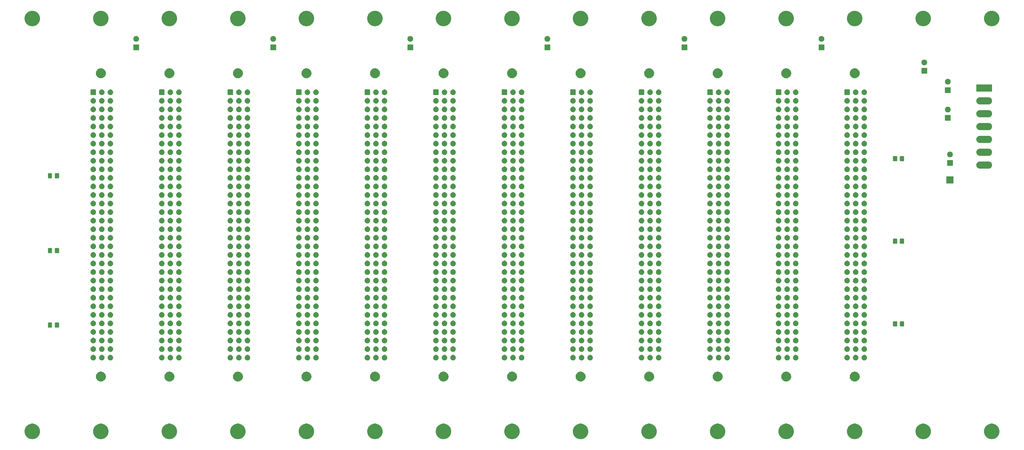
<source format=gts>
G04 #@! TF.GenerationSoftware,KiCad,Pcbnew,5.1.5+dfsg1-2build2*
G04 #@! TF.CreationDate,2021-08-27T16:11:26+03:00*
G04 #@! TF.ProjectId,cft-backplane-processor,6366742d-6261-4636-9b70-6c616e652d70,2134*
G04 #@! TF.SameCoordinates,Original*
G04 #@! TF.FileFunction,Soldermask,Top*
G04 #@! TF.FilePolarity,Negative*
%FSLAX46Y46*%
G04 Gerber Fmt 4.6, Leading zero omitted, Abs format (unit mm)*
G04 Created by KiCad (PCBNEW 5.1.5+dfsg1-2build2) date 2021-08-27 16:11:26*
%MOMM*%
%LPD*%
G04 APERTURE LIST*
%ADD10C,0.100000*%
G04 APERTURE END LIST*
D10*
G36*
X89351903Y-207098213D02*
G01*
X89574177Y-207142426D01*
X89992932Y-207315880D01*
X90369802Y-207567696D01*
X90690304Y-207888198D01*
X90942120Y-208265068D01*
X91115574Y-208683823D01*
X91204000Y-209128371D01*
X91204000Y-209581629D01*
X91115574Y-210026177D01*
X90942120Y-210444932D01*
X90690304Y-210821802D01*
X90369802Y-211142304D01*
X89992932Y-211394120D01*
X89574177Y-211567574D01*
X89351903Y-211611787D01*
X89129630Y-211656000D01*
X88676370Y-211656000D01*
X88454097Y-211611787D01*
X88231823Y-211567574D01*
X87813068Y-211394120D01*
X87436198Y-211142304D01*
X87115696Y-210821802D01*
X86863880Y-210444932D01*
X86690426Y-210026177D01*
X86602000Y-209581629D01*
X86602000Y-209128371D01*
X86690426Y-208683823D01*
X86863880Y-208265068D01*
X87115696Y-207888198D01*
X87436198Y-207567696D01*
X87813068Y-207315880D01*
X88231823Y-207142426D01*
X88454097Y-207098213D01*
X88676370Y-207054000D01*
X89129630Y-207054000D01*
X89351903Y-207098213D01*
G37*
G36*
X251911903Y-207098213D02*
G01*
X252134177Y-207142426D01*
X252552932Y-207315880D01*
X252929802Y-207567696D01*
X253250304Y-207888198D01*
X253502120Y-208265068D01*
X253675574Y-208683823D01*
X253764000Y-209128371D01*
X253764000Y-209581629D01*
X253675574Y-210026177D01*
X253502120Y-210444932D01*
X253250304Y-210821802D01*
X252929802Y-211142304D01*
X252552932Y-211394120D01*
X252134177Y-211567574D01*
X251911903Y-211611787D01*
X251689630Y-211656000D01*
X251236370Y-211656000D01*
X251014097Y-211611787D01*
X250791823Y-211567574D01*
X250373068Y-211394120D01*
X249996198Y-211142304D01*
X249675696Y-210821802D01*
X249423880Y-210444932D01*
X249250426Y-210026177D01*
X249162000Y-209581629D01*
X249162000Y-209128371D01*
X249250426Y-208683823D01*
X249423880Y-208265068D01*
X249675696Y-207888198D01*
X249996198Y-207567696D01*
X250373068Y-207315880D01*
X250791823Y-207142426D01*
X251014097Y-207098213D01*
X251236370Y-207054000D01*
X251689630Y-207054000D01*
X251911903Y-207098213D01*
G37*
G36*
X69031903Y-207098213D02*
G01*
X69254177Y-207142426D01*
X69672932Y-207315880D01*
X70049802Y-207567696D01*
X70370304Y-207888198D01*
X70622120Y-208265068D01*
X70795574Y-208683823D01*
X70884000Y-209128371D01*
X70884000Y-209581629D01*
X70795574Y-210026177D01*
X70622120Y-210444932D01*
X70370304Y-210821802D01*
X70049802Y-211142304D01*
X69672932Y-211394120D01*
X69254177Y-211567574D01*
X69031903Y-211611787D01*
X68809630Y-211656000D01*
X68356370Y-211656000D01*
X68134097Y-211611787D01*
X67911823Y-211567574D01*
X67493068Y-211394120D01*
X67116198Y-211142304D01*
X66795696Y-210821802D01*
X66543880Y-210444932D01*
X66370426Y-210026177D01*
X66282000Y-209581629D01*
X66282000Y-209128371D01*
X66370426Y-208683823D01*
X66543880Y-208265068D01*
X66795696Y-207888198D01*
X67116198Y-207567696D01*
X67493068Y-207315880D01*
X67911823Y-207142426D01*
X68134097Y-207098213D01*
X68356370Y-207054000D01*
X68809630Y-207054000D01*
X69031903Y-207098213D01*
G37*
G36*
X353511903Y-207098213D02*
G01*
X353734177Y-207142426D01*
X354152932Y-207315880D01*
X354529802Y-207567696D01*
X354850304Y-207888198D01*
X355102120Y-208265068D01*
X355275574Y-208683823D01*
X355364000Y-209128371D01*
X355364000Y-209581629D01*
X355275574Y-210026177D01*
X355102120Y-210444932D01*
X354850304Y-210821802D01*
X354529802Y-211142304D01*
X354152932Y-211394120D01*
X353734177Y-211567574D01*
X353511903Y-211611787D01*
X353289630Y-211656000D01*
X352836370Y-211656000D01*
X352614097Y-211611787D01*
X352391823Y-211567574D01*
X351973068Y-211394120D01*
X351596198Y-211142304D01*
X351275696Y-210821802D01*
X351023880Y-210444932D01*
X350850426Y-210026177D01*
X350762000Y-209581629D01*
X350762000Y-209128371D01*
X350850426Y-208683823D01*
X351023880Y-208265068D01*
X351275696Y-207888198D01*
X351596198Y-207567696D01*
X351973068Y-207315880D01*
X352391823Y-207142426D01*
X352614097Y-207098213D01*
X352836370Y-207054000D01*
X353289630Y-207054000D01*
X353511903Y-207098213D01*
G37*
G36*
X312871903Y-207098213D02*
G01*
X313094177Y-207142426D01*
X313512932Y-207315880D01*
X313889802Y-207567696D01*
X314210304Y-207888198D01*
X314462120Y-208265068D01*
X314635574Y-208683823D01*
X314724000Y-209128371D01*
X314724000Y-209581629D01*
X314635574Y-210026177D01*
X314462120Y-210444932D01*
X314210304Y-210821802D01*
X313889802Y-211142304D01*
X313512932Y-211394120D01*
X313094177Y-211567574D01*
X312871903Y-211611787D01*
X312649630Y-211656000D01*
X312196370Y-211656000D01*
X311974097Y-211611787D01*
X311751823Y-211567574D01*
X311333068Y-211394120D01*
X310956198Y-211142304D01*
X310635696Y-210821802D01*
X310383880Y-210444932D01*
X310210426Y-210026177D01*
X310122000Y-209581629D01*
X310122000Y-209128371D01*
X310210426Y-208683823D01*
X310383880Y-208265068D01*
X310635696Y-207888198D01*
X310956198Y-207567696D01*
X311333068Y-207315880D01*
X311751823Y-207142426D01*
X311974097Y-207098213D01*
X312196370Y-207054000D01*
X312649630Y-207054000D01*
X312871903Y-207098213D01*
G37*
G36*
X292551903Y-207098213D02*
G01*
X292774177Y-207142426D01*
X293192932Y-207315880D01*
X293569802Y-207567696D01*
X293890304Y-207888198D01*
X294142120Y-208265068D01*
X294315574Y-208683823D01*
X294404000Y-209128371D01*
X294404000Y-209581629D01*
X294315574Y-210026177D01*
X294142120Y-210444932D01*
X293890304Y-210821802D01*
X293569802Y-211142304D01*
X293192932Y-211394120D01*
X292774177Y-211567574D01*
X292551903Y-211611787D01*
X292329630Y-211656000D01*
X291876370Y-211656000D01*
X291654097Y-211611787D01*
X291431823Y-211567574D01*
X291013068Y-211394120D01*
X290636198Y-211142304D01*
X290315696Y-210821802D01*
X290063880Y-210444932D01*
X289890426Y-210026177D01*
X289802000Y-209581629D01*
X289802000Y-209128371D01*
X289890426Y-208683823D01*
X290063880Y-208265068D01*
X290315696Y-207888198D01*
X290636198Y-207567696D01*
X291013068Y-207315880D01*
X291431823Y-207142426D01*
X291654097Y-207098213D01*
X291876370Y-207054000D01*
X292329630Y-207054000D01*
X292551903Y-207098213D01*
G37*
G36*
X272231903Y-207098213D02*
G01*
X272454177Y-207142426D01*
X272872932Y-207315880D01*
X273249802Y-207567696D01*
X273570304Y-207888198D01*
X273822120Y-208265068D01*
X273995574Y-208683823D01*
X274084000Y-209128371D01*
X274084000Y-209581629D01*
X273995574Y-210026177D01*
X273822120Y-210444932D01*
X273570304Y-210821802D01*
X273249802Y-211142304D01*
X272872932Y-211394120D01*
X272454177Y-211567574D01*
X272231903Y-211611787D01*
X272009630Y-211656000D01*
X271556370Y-211656000D01*
X271334097Y-211611787D01*
X271111823Y-211567574D01*
X270693068Y-211394120D01*
X270316198Y-211142304D01*
X269995696Y-210821802D01*
X269743880Y-210444932D01*
X269570426Y-210026177D01*
X269482000Y-209581629D01*
X269482000Y-209128371D01*
X269570426Y-208683823D01*
X269743880Y-208265068D01*
X269995696Y-207888198D01*
X270316198Y-207567696D01*
X270693068Y-207315880D01*
X271111823Y-207142426D01*
X271334097Y-207098213D01*
X271556370Y-207054000D01*
X272009630Y-207054000D01*
X272231903Y-207098213D01*
G37*
G36*
X333191903Y-207098213D02*
G01*
X333414177Y-207142426D01*
X333832932Y-207315880D01*
X334209802Y-207567696D01*
X334530304Y-207888198D01*
X334782120Y-208265068D01*
X334955574Y-208683823D01*
X335044000Y-209128371D01*
X335044000Y-209581629D01*
X334955574Y-210026177D01*
X334782120Y-210444932D01*
X334530304Y-210821802D01*
X334209802Y-211142304D01*
X333832932Y-211394120D01*
X333414177Y-211567574D01*
X333191903Y-211611787D01*
X332969630Y-211656000D01*
X332516370Y-211656000D01*
X332294097Y-211611787D01*
X332071823Y-211567574D01*
X331653068Y-211394120D01*
X331276198Y-211142304D01*
X330955696Y-210821802D01*
X330703880Y-210444932D01*
X330530426Y-210026177D01*
X330442000Y-209581629D01*
X330442000Y-209128371D01*
X330530426Y-208683823D01*
X330703880Y-208265068D01*
X330955696Y-207888198D01*
X331276198Y-207567696D01*
X331653068Y-207315880D01*
X332071823Y-207142426D01*
X332294097Y-207098213D01*
X332516370Y-207054000D01*
X332969630Y-207054000D01*
X333191903Y-207098213D01*
G37*
G36*
X231591903Y-207098213D02*
G01*
X231814177Y-207142426D01*
X232232932Y-207315880D01*
X232609802Y-207567696D01*
X232930304Y-207888198D01*
X233182120Y-208265068D01*
X233355574Y-208683823D01*
X233444000Y-209128371D01*
X233444000Y-209581629D01*
X233355574Y-210026177D01*
X233182120Y-210444932D01*
X232930304Y-210821802D01*
X232609802Y-211142304D01*
X232232932Y-211394120D01*
X231814177Y-211567574D01*
X231591903Y-211611787D01*
X231369630Y-211656000D01*
X230916370Y-211656000D01*
X230694097Y-211611787D01*
X230471823Y-211567574D01*
X230053068Y-211394120D01*
X229676198Y-211142304D01*
X229355696Y-210821802D01*
X229103880Y-210444932D01*
X228930426Y-210026177D01*
X228842000Y-209581629D01*
X228842000Y-209128371D01*
X228930426Y-208683823D01*
X229103880Y-208265068D01*
X229355696Y-207888198D01*
X229676198Y-207567696D01*
X230053068Y-207315880D01*
X230471823Y-207142426D01*
X230694097Y-207098213D01*
X230916370Y-207054000D01*
X231369630Y-207054000D01*
X231591903Y-207098213D01*
G37*
G36*
X211271903Y-207098213D02*
G01*
X211494177Y-207142426D01*
X211912932Y-207315880D01*
X212289802Y-207567696D01*
X212610304Y-207888198D01*
X212862120Y-208265068D01*
X213035574Y-208683823D01*
X213124000Y-209128371D01*
X213124000Y-209581629D01*
X213035574Y-210026177D01*
X212862120Y-210444932D01*
X212610304Y-210821802D01*
X212289802Y-211142304D01*
X211912932Y-211394120D01*
X211494177Y-211567574D01*
X211271903Y-211611787D01*
X211049630Y-211656000D01*
X210596370Y-211656000D01*
X210374097Y-211611787D01*
X210151823Y-211567574D01*
X209733068Y-211394120D01*
X209356198Y-211142304D01*
X209035696Y-210821802D01*
X208783880Y-210444932D01*
X208610426Y-210026177D01*
X208522000Y-209581629D01*
X208522000Y-209128371D01*
X208610426Y-208683823D01*
X208783880Y-208265068D01*
X209035696Y-207888198D01*
X209356198Y-207567696D01*
X209733068Y-207315880D01*
X210151823Y-207142426D01*
X210374097Y-207098213D01*
X210596370Y-207054000D01*
X211049630Y-207054000D01*
X211271903Y-207098213D01*
G37*
G36*
X190951903Y-207098213D02*
G01*
X191174177Y-207142426D01*
X191592932Y-207315880D01*
X191969802Y-207567696D01*
X192290304Y-207888198D01*
X192542120Y-208265068D01*
X192715574Y-208683823D01*
X192804000Y-209128371D01*
X192804000Y-209581629D01*
X192715574Y-210026177D01*
X192542120Y-210444932D01*
X192290304Y-210821802D01*
X191969802Y-211142304D01*
X191592932Y-211394120D01*
X191174177Y-211567574D01*
X190951903Y-211611787D01*
X190729630Y-211656000D01*
X190276370Y-211656000D01*
X190054097Y-211611787D01*
X189831823Y-211567574D01*
X189413068Y-211394120D01*
X189036198Y-211142304D01*
X188715696Y-210821802D01*
X188463880Y-210444932D01*
X188290426Y-210026177D01*
X188202000Y-209581629D01*
X188202000Y-209128371D01*
X188290426Y-208683823D01*
X188463880Y-208265068D01*
X188715696Y-207888198D01*
X189036198Y-207567696D01*
X189413068Y-207315880D01*
X189831823Y-207142426D01*
X190054097Y-207098213D01*
X190276370Y-207054000D01*
X190729630Y-207054000D01*
X190951903Y-207098213D01*
G37*
G36*
X170631903Y-207098213D02*
G01*
X170854177Y-207142426D01*
X171272932Y-207315880D01*
X171649802Y-207567696D01*
X171970304Y-207888198D01*
X172222120Y-208265068D01*
X172395574Y-208683823D01*
X172484000Y-209128371D01*
X172484000Y-209581629D01*
X172395574Y-210026177D01*
X172222120Y-210444932D01*
X171970304Y-210821802D01*
X171649802Y-211142304D01*
X171272932Y-211394120D01*
X170854177Y-211567574D01*
X170631903Y-211611787D01*
X170409630Y-211656000D01*
X169956370Y-211656000D01*
X169734097Y-211611787D01*
X169511823Y-211567574D01*
X169093068Y-211394120D01*
X168716198Y-211142304D01*
X168395696Y-210821802D01*
X168143880Y-210444932D01*
X167970426Y-210026177D01*
X167882000Y-209581629D01*
X167882000Y-209128371D01*
X167970426Y-208683823D01*
X168143880Y-208265068D01*
X168395696Y-207888198D01*
X168716198Y-207567696D01*
X169093068Y-207315880D01*
X169511823Y-207142426D01*
X169734097Y-207098213D01*
X169956370Y-207054000D01*
X170409630Y-207054000D01*
X170631903Y-207098213D01*
G37*
G36*
X150311903Y-207098213D02*
G01*
X150534177Y-207142426D01*
X150952932Y-207315880D01*
X151329802Y-207567696D01*
X151650304Y-207888198D01*
X151902120Y-208265068D01*
X152075574Y-208683823D01*
X152164000Y-209128371D01*
X152164000Y-209581629D01*
X152075574Y-210026177D01*
X151902120Y-210444932D01*
X151650304Y-210821802D01*
X151329802Y-211142304D01*
X150952932Y-211394120D01*
X150534177Y-211567574D01*
X150311903Y-211611787D01*
X150089630Y-211656000D01*
X149636370Y-211656000D01*
X149414097Y-211611787D01*
X149191823Y-211567574D01*
X148773068Y-211394120D01*
X148396198Y-211142304D01*
X148075696Y-210821802D01*
X147823880Y-210444932D01*
X147650426Y-210026177D01*
X147562000Y-209581629D01*
X147562000Y-209128371D01*
X147650426Y-208683823D01*
X147823880Y-208265068D01*
X148075696Y-207888198D01*
X148396198Y-207567696D01*
X148773068Y-207315880D01*
X149191823Y-207142426D01*
X149414097Y-207098213D01*
X149636370Y-207054000D01*
X150089630Y-207054000D01*
X150311903Y-207098213D01*
G37*
G36*
X129991903Y-207098213D02*
G01*
X130214177Y-207142426D01*
X130632932Y-207315880D01*
X131009802Y-207567696D01*
X131330304Y-207888198D01*
X131582120Y-208265068D01*
X131755574Y-208683823D01*
X131844000Y-209128371D01*
X131844000Y-209581629D01*
X131755574Y-210026177D01*
X131582120Y-210444932D01*
X131330304Y-210821802D01*
X131009802Y-211142304D01*
X130632932Y-211394120D01*
X130214177Y-211567574D01*
X129991903Y-211611787D01*
X129769630Y-211656000D01*
X129316370Y-211656000D01*
X129094097Y-211611787D01*
X128871823Y-211567574D01*
X128453068Y-211394120D01*
X128076198Y-211142304D01*
X127755696Y-210821802D01*
X127503880Y-210444932D01*
X127330426Y-210026177D01*
X127242000Y-209581629D01*
X127242000Y-209128371D01*
X127330426Y-208683823D01*
X127503880Y-208265068D01*
X127755696Y-207888198D01*
X128076198Y-207567696D01*
X128453068Y-207315880D01*
X128871823Y-207142426D01*
X129094097Y-207098213D01*
X129316370Y-207054000D01*
X129769630Y-207054000D01*
X129991903Y-207098213D01*
G37*
G36*
X109671903Y-207098213D02*
G01*
X109894177Y-207142426D01*
X110312932Y-207315880D01*
X110689802Y-207567696D01*
X111010304Y-207888198D01*
X111262120Y-208265068D01*
X111435574Y-208683823D01*
X111524000Y-209128371D01*
X111524000Y-209581629D01*
X111435574Y-210026177D01*
X111262120Y-210444932D01*
X111010304Y-210821802D01*
X110689802Y-211142304D01*
X110312932Y-211394120D01*
X109894177Y-211567574D01*
X109671903Y-211611787D01*
X109449630Y-211656000D01*
X108996370Y-211656000D01*
X108774097Y-211611787D01*
X108551823Y-211567574D01*
X108133068Y-211394120D01*
X107756198Y-211142304D01*
X107435696Y-210821802D01*
X107183880Y-210444932D01*
X107010426Y-210026177D01*
X106922000Y-209581629D01*
X106922000Y-209128371D01*
X107010426Y-208683823D01*
X107183880Y-208265068D01*
X107435696Y-207888198D01*
X107756198Y-207567696D01*
X108133068Y-207315880D01*
X108551823Y-207142426D01*
X108774097Y-207098213D01*
X108996370Y-207054000D01*
X109449630Y-207054000D01*
X109671903Y-207098213D01*
G37*
G36*
X231573532Y-191685721D02*
G01*
X231842147Y-191796985D01*
X232083895Y-191958516D01*
X232289484Y-192164105D01*
X232451015Y-192405853D01*
X232562279Y-192674468D01*
X232619000Y-192959625D01*
X232619000Y-193250375D01*
X232562279Y-193535532D01*
X232451015Y-193804147D01*
X232289484Y-194045895D01*
X232083895Y-194251484D01*
X231842147Y-194413015D01*
X231573532Y-194524279D01*
X231288375Y-194581000D01*
X230997625Y-194581000D01*
X230712468Y-194524279D01*
X230443853Y-194413015D01*
X230202105Y-194251484D01*
X229996516Y-194045895D01*
X229834985Y-193804147D01*
X229723721Y-193535532D01*
X229667000Y-193250375D01*
X229667000Y-192959625D01*
X229723721Y-192674468D01*
X229834985Y-192405853D01*
X229996516Y-192164105D01*
X230202105Y-191958516D01*
X230443853Y-191796985D01*
X230712468Y-191685721D01*
X230997625Y-191629000D01*
X231288375Y-191629000D01*
X231573532Y-191685721D01*
G37*
G36*
X272213532Y-191685721D02*
G01*
X272482147Y-191796985D01*
X272723895Y-191958516D01*
X272929484Y-192164105D01*
X273091015Y-192405853D01*
X273202279Y-192674468D01*
X273259000Y-192959625D01*
X273259000Y-193250375D01*
X273202279Y-193535532D01*
X273091015Y-193804147D01*
X272929484Y-194045895D01*
X272723895Y-194251484D01*
X272482147Y-194413015D01*
X272213532Y-194524279D01*
X271928375Y-194581000D01*
X271637625Y-194581000D01*
X271352468Y-194524279D01*
X271083853Y-194413015D01*
X270842105Y-194251484D01*
X270636516Y-194045895D01*
X270474985Y-193804147D01*
X270363721Y-193535532D01*
X270307000Y-193250375D01*
X270307000Y-192959625D01*
X270363721Y-192674468D01*
X270474985Y-192405853D01*
X270636516Y-192164105D01*
X270842105Y-191958516D01*
X271083853Y-191796985D01*
X271352468Y-191685721D01*
X271637625Y-191629000D01*
X271928375Y-191629000D01*
X272213532Y-191685721D01*
G37*
G36*
X150293532Y-191685721D02*
G01*
X150562147Y-191796985D01*
X150803895Y-191958516D01*
X151009484Y-192164105D01*
X151171015Y-192405853D01*
X151282279Y-192674468D01*
X151339000Y-192959625D01*
X151339000Y-193250375D01*
X151282279Y-193535532D01*
X151171015Y-193804147D01*
X151009484Y-194045895D01*
X150803895Y-194251484D01*
X150562147Y-194413015D01*
X150293532Y-194524279D01*
X150008375Y-194581000D01*
X149717625Y-194581000D01*
X149432468Y-194524279D01*
X149163853Y-194413015D01*
X148922105Y-194251484D01*
X148716516Y-194045895D01*
X148554985Y-193804147D01*
X148443721Y-193535532D01*
X148387000Y-193250375D01*
X148387000Y-192959625D01*
X148443721Y-192674468D01*
X148554985Y-192405853D01*
X148716516Y-192164105D01*
X148922105Y-191958516D01*
X149163853Y-191796985D01*
X149432468Y-191685721D01*
X149717625Y-191629000D01*
X150008375Y-191629000D01*
X150293532Y-191685721D01*
G37*
G36*
X89333532Y-191685721D02*
G01*
X89602147Y-191796985D01*
X89843895Y-191958516D01*
X90049484Y-192164105D01*
X90211015Y-192405853D01*
X90322279Y-192674468D01*
X90379000Y-192959625D01*
X90379000Y-193250375D01*
X90322279Y-193535532D01*
X90211015Y-193804147D01*
X90049484Y-194045895D01*
X89843895Y-194251484D01*
X89602147Y-194413015D01*
X89333532Y-194524279D01*
X89048375Y-194581000D01*
X88757625Y-194581000D01*
X88472468Y-194524279D01*
X88203853Y-194413015D01*
X87962105Y-194251484D01*
X87756516Y-194045895D01*
X87594985Y-193804147D01*
X87483721Y-193535532D01*
X87427000Y-193250375D01*
X87427000Y-192959625D01*
X87483721Y-192674468D01*
X87594985Y-192405853D01*
X87756516Y-192164105D01*
X87962105Y-191958516D01*
X88203853Y-191796985D01*
X88472468Y-191685721D01*
X88757625Y-191629000D01*
X89048375Y-191629000D01*
X89333532Y-191685721D01*
G37*
G36*
X190933532Y-191685721D02*
G01*
X191202147Y-191796985D01*
X191443895Y-191958516D01*
X191649484Y-192164105D01*
X191811015Y-192405853D01*
X191922279Y-192674468D01*
X191979000Y-192959625D01*
X191979000Y-193250375D01*
X191922279Y-193535532D01*
X191811015Y-193804147D01*
X191649484Y-194045895D01*
X191443895Y-194251484D01*
X191202147Y-194413015D01*
X190933532Y-194524279D01*
X190648375Y-194581000D01*
X190357625Y-194581000D01*
X190072468Y-194524279D01*
X189803853Y-194413015D01*
X189562105Y-194251484D01*
X189356516Y-194045895D01*
X189194985Y-193804147D01*
X189083721Y-193535532D01*
X189027000Y-193250375D01*
X189027000Y-192959625D01*
X189083721Y-192674468D01*
X189194985Y-192405853D01*
X189356516Y-192164105D01*
X189562105Y-191958516D01*
X189803853Y-191796985D01*
X190072468Y-191685721D01*
X190357625Y-191629000D01*
X190648375Y-191629000D01*
X190933532Y-191685721D01*
G37*
G36*
X170613532Y-191685721D02*
G01*
X170882147Y-191796985D01*
X171123895Y-191958516D01*
X171329484Y-192164105D01*
X171491015Y-192405853D01*
X171602279Y-192674468D01*
X171659000Y-192959625D01*
X171659000Y-193250375D01*
X171602279Y-193535532D01*
X171491015Y-193804147D01*
X171329484Y-194045895D01*
X171123895Y-194251484D01*
X170882147Y-194413015D01*
X170613532Y-194524279D01*
X170328375Y-194581000D01*
X170037625Y-194581000D01*
X169752468Y-194524279D01*
X169483853Y-194413015D01*
X169242105Y-194251484D01*
X169036516Y-194045895D01*
X168874985Y-193804147D01*
X168763721Y-193535532D01*
X168707000Y-193250375D01*
X168707000Y-192959625D01*
X168763721Y-192674468D01*
X168874985Y-192405853D01*
X169036516Y-192164105D01*
X169242105Y-191958516D01*
X169483853Y-191796985D01*
X169752468Y-191685721D01*
X170037625Y-191629000D01*
X170328375Y-191629000D01*
X170613532Y-191685721D01*
G37*
G36*
X109653532Y-191685721D02*
G01*
X109922147Y-191796985D01*
X110163895Y-191958516D01*
X110369484Y-192164105D01*
X110531015Y-192405853D01*
X110642279Y-192674468D01*
X110699000Y-192959625D01*
X110699000Y-193250375D01*
X110642279Y-193535532D01*
X110531015Y-193804147D01*
X110369484Y-194045895D01*
X110163895Y-194251484D01*
X109922147Y-194413015D01*
X109653532Y-194524279D01*
X109368375Y-194581000D01*
X109077625Y-194581000D01*
X108792468Y-194524279D01*
X108523853Y-194413015D01*
X108282105Y-194251484D01*
X108076516Y-194045895D01*
X107914985Y-193804147D01*
X107803721Y-193535532D01*
X107747000Y-193250375D01*
X107747000Y-192959625D01*
X107803721Y-192674468D01*
X107914985Y-192405853D01*
X108076516Y-192164105D01*
X108282105Y-191958516D01*
X108523853Y-191796985D01*
X108792468Y-191685721D01*
X109077625Y-191629000D01*
X109368375Y-191629000D01*
X109653532Y-191685721D01*
G37*
G36*
X129973532Y-191685721D02*
G01*
X130242147Y-191796985D01*
X130483895Y-191958516D01*
X130689484Y-192164105D01*
X130851015Y-192405853D01*
X130962279Y-192674468D01*
X131019000Y-192959625D01*
X131019000Y-193250375D01*
X130962279Y-193535532D01*
X130851015Y-193804147D01*
X130689484Y-194045895D01*
X130483895Y-194251484D01*
X130242147Y-194413015D01*
X129973532Y-194524279D01*
X129688375Y-194581000D01*
X129397625Y-194581000D01*
X129112468Y-194524279D01*
X128843853Y-194413015D01*
X128602105Y-194251484D01*
X128396516Y-194045895D01*
X128234985Y-193804147D01*
X128123721Y-193535532D01*
X128067000Y-193250375D01*
X128067000Y-192959625D01*
X128123721Y-192674468D01*
X128234985Y-192405853D01*
X128396516Y-192164105D01*
X128602105Y-191958516D01*
X128843853Y-191796985D01*
X129112468Y-191685721D01*
X129397625Y-191629000D01*
X129688375Y-191629000D01*
X129973532Y-191685721D01*
G37*
G36*
X312853532Y-191685721D02*
G01*
X313122147Y-191796985D01*
X313363895Y-191958516D01*
X313569484Y-192164105D01*
X313731015Y-192405853D01*
X313842279Y-192674468D01*
X313899000Y-192959625D01*
X313899000Y-193250375D01*
X313842279Y-193535532D01*
X313731015Y-193804147D01*
X313569484Y-194045895D01*
X313363895Y-194251484D01*
X313122147Y-194413015D01*
X312853532Y-194524279D01*
X312568375Y-194581000D01*
X312277625Y-194581000D01*
X311992468Y-194524279D01*
X311723853Y-194413015D01*
X311482105Y-194251484D01*
X311276516Y-194045895D01*
X311114985Y-193804147D01*
X311003721Y-193535532D01*
X310947000Y-193250375D01*
X310947000Y-192959625D01*
X311003721Y-192674468D01*
X311114985Y-192405853D01*
X311276516Y-192164105D01*
X311482105Y-191958516D01*
X311723853Y-191796985D01*
X311992468Y-191685721D01*
X312277625Y-191629000D01*
X312568375Y-191629000D01*
X312853532Y-191685721D01*
G37*
G36*
X251893532Y-191685721D02*
G01*
X252162147Y-191796985D01*
X252403895Y-191958516D01*
X252609484Y-192164105D01*
X252771015Y-192405853D01*
X252882279Y-192674468D01*
X252939000Y-192959625D01*
X252939000Y-193250375D01*
X252882279Y-193535532D01*
X252771015Y-193804147D01*
X252609484Y-194045895D01*
X252403895Y-194251484D01*
X252162147Y-194413015D01*
X251893532Y-194524279D01*
X251608375Y-194581000D01*
X251317625Y-194581000D01*
X251032468Y-194524279D01*
X250763853Y-194413015D01*
X250522105Y-194251484D01*
X250316516Y-194045895D01*
X250154985Y-193804147D01*
X250043721Y-193535532D01*
X249987000Y-193250375D01*
X249987000Y-192959625D01*
X250043721Y-192674468D01*
X250154985Y-192405853D01*
X250316516Y-192164105D01*
X250522105Y-191958516D01*
X250763853Y-191796985D01*
X251032468Y-191685721D01*
X251317625Y-191629000D01*
X251608375Y-191629000D01*
X251893532Y-191685721D01*
G37*
G36*
X292533532Y-191685721D02*
G01*
X292802147Y-191796985D01*
X293043895Y-191958516D01*
X293249484Y-192164105D01*
X293411015Y-192405853D01*
X293522279Y-192674468D01*
X293579000Y-192959625D01*
X293579000Y-193250375D01*
X293522279Y-193535532D01*
X293411015Y-193804147D01*
X293249484Y-194045895D01*
X293043895Y-194251484D01*
X292802147Y-194413015D01*
X292533532Y-194524279D01*
X292248375Y-194581000D01*
X291957625Y-194581000D01*
X291672468Y-194524279D01*
X291403853Y-194413015D01*
X291162105Y-194251484D01*
X290956516Y-194045895D01*
X290794985Y-193804147D01*
X290683721Y-193535532D01*
X290627000Y-193250375D01*
X290627000Y-192959625D01*
X290683721Y-192674468D01*
X290794985Y-192405853D01*
X290956516Y-192164105D01*
X291162105Y-191958516D01*
X291403853Y-191796985D01*
X291672468Y-191685721D01*
X291957625Y-191629000D01*
X292248375Y-191629000D01*
X292533532Y-191685721D01*
G37*
G36*
X211253532Y-191685721D02*
G01*
X211522147Y-191796985D01*
X211763895Y-191958516D01*
X211969484Y-192164105D01*
X212131015Y-192405853D01*
X212242279Y-192674468D01*
X212299000Y-192959625D01*
X212299000Y-193250375D01*
X212242279Y-193535532D01*
X212131015Y-193804147D01*
X211969484Y-194045895D01*
X211763895Y-194251484D01*
X211522147Y-194413015D01*
X211253532Y-194524279D01*
X210968375Y-194581000D01*
X210677625Y-194581000D01*
X210392468Y-194524279D01*
X210123853Y-194413015D01*
X209882105Y-194251484D01*
X209676516Y-194045895D01*
X209514985Y-193804147D01*
X209403721Y-193535532D01*
X209347000Y-193250375D01*
X209347000Y-192959625D01*
X209403721Y-192674468D01*
X209514985Y-192405853D01*
X209676516Y-192164105D01*
X209882105Y-191958516D01*
X210123853Y-191796985D01*
X210392468Y-191685721D01*
X210677625Y-191629000D01*
X210968375Y-191629000D01*
X211253532Y-191685721D01*
G37*
G36*
X91983935Y-186680742D02*
G01*
X92134258Y-186743008D01*
X92269545Y-186833404D01*
X92384596Y-186948455D01*
X92474992Y-187083742D01*
X92537258Y-187234065D01*
X92569000Y-187393646D01*
X92569000Y-187556354D01*
X92537258Y-187715935D01*
X92474992Y-187866258D01*
X92384596Y-188001545D01*
X92269545Y-188116596D01*
X92134258Y-188206992D01*
X91983935Y-188269258D01*
X91824354Y-188301000D01*
X91661646Y-188301000D01*
X91502065Y-188269258D01*
X91351742Y-188206992D01*
X91216455Y-188116596D01*
X91101404Y-188001545D01*
X91011008Y-187866258D01*
X90948742Y-187715935D01*
X90917000Y-187556354D01*
X90917000Y-187393646D01*
X90948742Y-187234065D01*
X91011008Y-187083742D01*
X91101404Y-186948455D01*
X91216455Y-186833404D01*
X91351742Y-186743008D01*
X91502065Y-186680742D01*
X91661646Y-186649000D01*
X91824354Y-186649000D01*
X91983935Y-186680742D01*
G37*
G36*
X254543935Y-186680742D02*
G01*
X254694258Y-186743008D01*
X254829545Y-186833404D01*
X254944596Y-186948455D01*
X255034992Y-187083742D01*
X255097258Y-187234065D01*
X255129000Y-187393646D01*
X255129000Y-187556354D01*
X255097258Y-187715935D01*
X255034992Y-187866258D01*
X254944596Y-188001545D01*
X254829545Y-188116596D01*
X254694258Y-188206992D01*
X254543935Y-188269258D01*
X254384354Y-188301000D01*
X254221646Y-188301000D01*
X254062065Y-188269258D01*
X253911742Y-188206992D01*
X253776455Y-188116596D01*
X253661404Y-188001545D01*
X253571008Y-187866258D01*
X253508742Y-187715935D01*
X253477000Y-187556354D01*
X253477000Y-187393646D01*
X253508742Y-187234065D01*
X253571008Y-187083742D01*
X253661404Y-186948455D01*
X253776455Y-186833404D01*
X253911742Y-186743008D01*
X254062065Y-186680742D01*
X254221646Y-186649000D01*
X254384354Y-186649000D01*
X254543935Y-186680742D01*
G37*
G36*
X252003935Y-186680742D02*
G01*
X252154258Y-186743008D01*
X252289545Y-186833404D01*
X252404596Y-186948455D01*
X252494992Y-187083742D01*
X252557258Y-187234065D01*
X252589000Y-187393646D01*
X252589000Y-187556354D01*
X252557258Y-187715935D01*
X252494992Y-187866258D01*
X252404596Y-188001545D01*
X252289545Y-188116596D01*
X252154258Y-188206992D01*
X252003935Y-188269258D01*
X251844354Y-188301000D01*
X251681646Y-188301000D01*
X251522065Y-188269258D01*
X251371742Y-188206992D01*
X251236455Y-188116596D01*
X251121404Y-188001545D01*
X251031008Y-187866258D01*
X250968742Y-187715935D01*
X250937000Y-187556354D01*
X250937000Y-187393646D01*
X250968742Y-187234065D01*
X251031008Y-187083742D01*
X251121404Y-186948455D01*
X251236455Y-186833404D01*
X251371742Y-186743008D01*
X251522065Y-186680742D01*
X251681646Y-186649000D01*
X251844354Y-186649000D01*
X252003935Y-186680742D01*
G37*
G36*
X249463935Y-186680742D02*
G01*
X249614258Y-186743008D01*
X249749545Y-186833404D01*
X249864596Y-186948455D01*
X249954992Y-187083742D01*
X250017258Y-187234065D01*
X250049000Y-187393646D01*
X250049000Y-187556354D01*
X250017258Y-187715935D01*
X249954992Y-187866258D01*
X249864596Y-188001545D01*
X249749545Y-188116596D01*
X249614258Y-188206992D01*
X249463935Y-188269258D01*
X249304354Y-188301000D01*
X249141646Y-188301000D01*
X248982065Y-188269258D01*
X248831742Y-188206992D01*
X248696455Y-188116596D01*
X248581404Y-188001545D01*
X248491008Y-187866258D01*
X248428742Y-187715935D01*
X248397000Y-187556354D01*
X248397000Y-187393646D01*
X248428742Y-187234065D01*
X248491008Y-187083742D01*
X248581404Y-186948455D01*
X248696455Y-186833404D01*
X248831742Y-186743008D01*
X248982065Y-186680742D01*
X249141646Y-186649000D01*
X249304354Y-186649000D01*
X249463935Y-186680742D01*
G37*
G36*
X234223935Y-186680742D02*
G01*
X234374258Y-186743008D01*
X234509545Y-186833404D01*
X234624596Y-186948455D01*
X234714992Y-187083742D01*
X234777258Y-187234065D01*
X234809000Y-187393646D01*
X234809000Y-187556354D01*
X234777258Y-187715935D01*
X234714992Y-187866258D01*
X234624596Y-188001545D01*
X234509545Y-188116596D01*
X234374258Y-188206992D01*
X234223935Y-188269258D01*
X234064354Y-188301000D01*
X233901646Y-188301000D01*
X233742065Y-188269258D01*
X233591742Y-188206992D01*
X233456455Y-188116596D01*
X233341404Y-188001545D01*
X233251008Y-187866258D01*
X233188742Y-187715935D01*
X233157000Y-187556354D01*
X233157000Y-187393646D01*
X233188742Y-187234065D01*
X233251008Y-187083742D01*
X233341404Y-186948455D01*
X233456455Y-186833404D01*
X233591742Y-186743008D01*
X233742065Y-186680742D01*
X233901646Y-186649000D01*
X234064354Y-186649000D01*
X234223935Y-186680742D01*
G37*
G36*
X231683935Y-186680742D02*
G01*
X231834258Y-186743008D01*
X231969545Y-186833404D01*
X232084596Y-186948455D01*
X232174992Y-187083742D01*
X232237258Y-187234065D01*
X232269000Y-187393646D01*
X232269000Y-187556354D01*
X232237258Y-187715935D01*
X232174992Y-187866258D01*
X232084596Y-188001545D01*
X231969545Y-188116596D01*
X231834258Y-188206992D01*
X231683935Y-188269258D01*
X231524354Y-188301000D01*
X231361646Y-188301000D01*
X231202065Y-188269258D01*
X231051742Y-188206992D01*
X230916455Y-188116596D01*
X230801404Y-188001545D01*
X230711008Y-187866258D01*
X230648742Y-187715935D01*
X230617000Y-187556354D01*
X230617000Y-187393646D01*
X230648742Y-187234065D01*
X230711008Y-187083742D01*
X230801404Y-186948455D01*
X230916455Y-186833404D01*
X231051742Y-186743008D01*
X231202065Y-186680742D01*
X231361646Y-186649000D01*
X231524354Y-186649000D01*
X231683935Y-186680742D01*
G37*
G36*
X89443935Y-186680742D02*
G01*
X89594258Y-186743008D01*
X89729545Y-186833404D01*
X89844596Y-186948455D01*
X89934992Y-187083742D01*
X89997258Y-187234065D01*
X90029000Y-187393646D01*
X90029000Y-187556354D01*
X89997258Y-187715935D01*
X89934992Y-187866258D01*
X89844596Y-188001545D01*
X89729545Y-188116596D01*
X89594258Y-188206992D01*
X89443935Y-188269258D01*
X89284354Y-188301000D01*
X89121646Y-188301000D01*
X88962065Y-188269258D01*
X88811742Y-188206992D01*
X88676455Y-188116596D01*
X88561404Y-188001545D01*
X88471008Y-187866258D01*
X88408742Y-187715935D01*
X88377000Y-187556354D01*
X88377000Y-187393646D01*
X88408742Y-187234065D01*
X88471008Y-187083742D01*
X88561404Y-186948455D01*
X88676455Y-186833404D01*
X88811742Y-186743008D01*
X88962065Y-186680742D01*
X89121646Y-186649000D01*
X89284354Y-186649000D01*
X89443935Y-186680742D01*
G37*
G36*
X152943935Y-186680742D02*
G01*
X153094258Y-186743008D01*
X153229545Y-186833404D01*
X153344596Y-186948455D01*
X153434992Y-187083742D01*
X153497258Y-187234065D01*
X153529000Y-187393646D01*
X153529000Y-187556354D01*
X153497258Y-187715935D01*
X153434992Y-187866258D01*
X153344596Y-188001545D01*
X153229545Y-188116596D01*
X153094258Y-188206992D01*
X152943935Y-188269258D01*
X152784354Y-188301000D01*
X152621646Y-188301000D01*
X152462065Y-188269258D01*
X152311742Y-188206992D01*
X152176455Y-188116596D01*
X152061404Y-188001545D01*
X151971008Y-187866258D01*
X151908742Y-187715935D01*
X151877000Y-187556354D01*
X151877000Y-187393646D01*
X151908742Y-187234065D01*
X151971008Y-187083742D01*
X152061404Y-186948455D01*
X152176455Y-186833404D01*
X152311742Y-186743008D01*
X152462065Y-186680742D01*
X152621646Y-186649000D01*
X152784354Y-186649000D01*
X152943935Y-186680742D01*
G37*
G36*
X150403935Y-186680742D02*
G01*
X150554258Y-186743008D01*
X150689545Y-186833404D01*
X150804596Y-186948455D01*
X150894992Y-187083742D01*
X150957258Y-187234065D01*
X150989000Y-187393646D01*
X150989000Y-187556354D01*
X150957258Y-187715935D01*
X150894992Y-187866258D01*
X150804596Y-188001545D01*
X150689545Y-188116596D01*
X150554258Y-188206992D01*
X150403935Y-188269258D01*
X150244354Y-188301000D01*
X150081646Y-188301000D01*
X149922065Y-188269258D01*
X149771742Y-188206992D01*
X149636455Y-188116596D01*
X149521404Y-188001545D01*
X149431008Y-187866258D01*
X149368742Y-187715935D01*
X149337000Y-187556354D01*
X149337000Y-187393646D01*
X149368742Y-187234065D01*
X149431008Y-187083742D01*
X149521404Y-186948455D01*
X149636455Y-186833404D01*
X149771742Y-186743008D01*
X149922065Y-186680742D01*
X150081646Y-186649000D01*
X150244354Y-186649000D01*
X150403935Y-186680742D01*
G37*
G36*
X147863935Y-186680742D02*
G01*
X148014258Y-186743008D01*
X148149545Y-186833404D01*
X148264596Y-186948455D01*
X148354992Y-187083742D01*
X148417258Y-187234065D01*
X148449000Y-187393646D01*
X148449000Y-187556354D01*
X148417258Y-187715935D01*
X148354992Y-187866258D01*
X148264596Y-188001545D01*
X148149545Y-188116596D01*
X148014258Y-188206992D01*
X147863935Y-188269258D01*
X147704354Y-188301000D01*
X147541646Y-188301000D01*
X147382065Y-188269258D01*
X147231742Y-188206992D01*
X147096455Y-188116596D01*
X146981404Y-188001545D01*
X146891008Y-187866258D01*
X146828742Y-187715935D01*
X146797000Y-187556354D01*
X146797000Y-187393646D01*
X146828742Y-187234065D01*
X146891008Y-187083742D01*
X146981404Y-186948455D01*
X147096455Y-186833404D01*
X147231742Y-186743008D01*
X147382065Y-186680742D01*
X147541646Y-186649000D01*
X147704354Y-186649000D01*
X147863935Y-186680742D01*
G37*
G36*
X86903935Y-186680742D02*
G01*
X87054258Y-186743008D01*
X87189545Y-186833404D01*
X87304596Y-186948455D01*
X87394992Y-187083742D01*
X87457258Y-187234065D01*
X87489000Y-187393646D01*
X87489000Y-187556354D01*
X87457258Y-187715935D01*
X87394992Y-187866258D01*
X87304596Y-188001545D01*
X87189545Y-188116596D01*
X87054258Y-188206992D01*
X86903935Y-188269258D01*
X86744354Y-188301000D01*
X86581646Y-188301000D01*
X86422065Y-188269258D01*
X86271742Y-188206992D01*
X86136455Y-188116596D01*
X86021404Y-188001545D01*
X85931008Y-187866258D01*
X85868742Y-187715935D01*
X85837000Y-187556354D01*
X85837000Y-187393646D01*
X85868742Y-187234065D01*
X85931008Y-187083742D01*
X86021404Y-186948455D01*
X86136455Y-186833404D01*
X86271742Y-186743008D01*
X86422065Y-186680742D01*
X86581646Y-186649000D01*
X86744354Y-186649000D01*
X86903935Y-186680742D01*
G37*
G36*
X168183935Y-186680742D02*
G01*
X168334258Y-186743008D01*
X168469545Y-186833404D01*
X168584596Y-186948455D01*
X168674992Y-187083742D01*
X168737258Y-187234065D01*
X168769000Y-187393646D01*
X168769000Y-187556354D01*
X168737258Y-187715935D01*
X168674992Y-187866258D01*
X168584596Y-188001545D01*
X168469545Y-188116596D01*
X168334258Y-188206992D01*
X168183935Y-188269258D01*
X168024354Y-188301000D01*
X167861646Y-188301000D01*
X167702065Y-188269258D01*
X167551742Y-188206992D01*
X167416455Y-188116596D01*
X167301404Y-188001545D01*
X167211008Y-187866258D01*
X167148742Y-187715935D01*
X167117000Y-187556354D01*
X167117000Y-187393646D01*
X167148742Y-187234065D01*
X167211008Y-187083742D01*
X167301404Y-186948455D01*
X167416455Y-186833404D01*
X167551742Y-186743008D01*
X167702065Y-186680742D01*
X167861646Y-186649000D01*
X168024354Y-186649000D01*
X168183935Y-186680742D01*
G37*
G36*
X193583935Y-186680742D02*
G01*
X193734258Y-186743008D01*
X193869545Y-186833404D01*
X193984596Y-186948455D01*
X194074992Y-187083742D01*
X194137258Y-187234065D01*
X194169000Y-187393646D01*
X194169000Y-187556354D01*
X194137258Y-187715935D01*
X194074992Y-187866258D01*
X193984596Y-188001545D01*
X193869545Y-188116596D01*
X193734258Y-188206992D01*
X193583935Y-188269258D01*
X193424354Y-188301000D01*
X193261646Y-188301000D01*
X193102065Y-188269258D01*
X192951742Y-188206992D01*
X192816455Y-188116596D01*
X192701404Y-188001545D01*
X192611008Y-187866258D01*
X192548742Y-187715935D01*
X192517000Y-187556354D01*
X192517000Y-187393646D01*
X192548742Y-187234065D01*
X192611008Y-187083742D01*
X192701404Y-186948455D01*
X192816455Y-186833404D01*
X192951742Y-186743008D01*
X193102065Y-186680742D01*
X193261646Y-186649000D01*
X193424354Y-186649000D01*
X193583935Y-186680742D01*
G37*
G36*
X191043935Y-186680742D02*
G01*
X191194258Y-186743008D01*
X191329545Y-186833404D01*
X191444596Y-186948455D01*
X191534992Y-187083742D01*
X191597258Y-187234065D01*
X191629000Y-187393646D01*
X191629000Y-187556354D01*
X191597258Y-187715935D01*
X191534992Y-187866258D01*
X191444596Y-188001545D01*
X191329545Y-188116596D01*
X191194258Y-188206992D01*
X191043935Y-188269258D01*
X190884354Y-188301000D01*
X190721646Y-188301000D01*
X190562065Y-188269258D01*
X190411742Y-188206992D01*
X190276455Y-188116596D01*
X190161404Y-188001545D01*
X190071008Y-187866258D01*
X190008742Y-187715935D01*
X189977000Y-187556354D01*
X189977000Y-187393646D01*
X190008742Y-187234065D01*
X190071008Y-187083742D01*
X190161404Y-186948455D01*
X190276455Y-186833404D01*
X190411742Y-186743008D01*
X190562065Y-186680742D01*
X190721646Y-186649000D01*
X190884354Y-186649000D01*
X191043935Y-186680742D01*
G37*
G36*
X188503935Y-186680742D02*
G01*
X188654258Y-186743008D01*
X188789545Y-186833404D01*
X188904596Y-186948455D01*
X188994992Y-187083742D01*
X189057258Y-187234065D01*
X189089000Y-187393646D01*
X189089000Y-187556354D01*
X189057258Y-187715935D01*
X188994992Y-187866258D01*
X188904596Y-188001545D01*
X188789545Y-188116596D01*
X188654258Y-188206992D01*
X188503935Y-188269258D01*
X188344354Y-188301000D01*
X188181646Y-188301000D01*
X188022065Y-188269258D01*
X187871742Y-188206992D01*
X187736455Y-188116596D01*
X187621404Y-188001545D01*
X187531008Y-187866258D01*
X187468742Y-187715935D01*
X187437000Y-187556354D01*
X187437000Y-187393646D01*
X187468742Y-187234065D01*
X187531008Y-187083742D01*
X187621404Y-186948455D01*
X187736455Y-186833404D01*
X187871742Y-186743008D01*
X188022065Y-186680742D01*
X188181646Y-186649000D01*
X188344354Y-186649000D01*
X188503935Y-186680742D01*
G37*
G36*
X173263935Y-186680742D02*
G01*
X173414258Y-186743008D01*
X173549545Y-186833404D01*
X173664596Y-186948455D01*
X173754992Y-187083742D01*
X173817258Y-187234065D01*
X173849000Y-187393646D01*
X173849000Y-187556354D01*
X173817258Y-187715935D01*
X173754992Y-187866258D01*
X173664596Y-188001545D01*
X173549545Y-188116596D01*
X173414258Y-188206992D01*
X173263935Y-188269258D01*
X173104354Y-188301000D01*
X172941646Y-188301000D01*
X172782065Y-188269258D01*
X172631742Y-188206992D01*
X172496455Y-188116596D01*
X172381404Y-188001545D01*
X172291008Y-187866258D01*
X172228742Y-187715935D01*
X172197000Y-187556354D01*
X172197000Y-187393646D01*
X172228742Y-187234065D01*
X172291008Y-187083742D01*
X172381404Y-186948455D01*
X172496455Y-186833404D01*
X172631742Y-186743008D01*
X172782065Y-186680742D01*
X172941646Y-186649000D01*
X173104354Y-186649000D01*
X173263935Y-186680742D01*
G37*
G36*
X170723935Y-186680742D02*
G01*
X170874258Y-186743008D01*
X171009545Y-186833404D01*
X171124596Y-186948455D01*
X171214992Y-187083742D01*
X171277258Y-187234065D01*
X171309000Y-187393646D01*
X171309000Y-187556354D01*
X171277258Y-187715935D01*
X171214992Y-187866258D01*
X171124596Y-188001545D01*
X171009545Y-188116596D01*
X170874258Y-188206992D01*
X170723935Y-188269258D01*
X170564354Y-188301000D01*
X170401646Y-188301000D01*
X170242065Y-188269258D01*
X170091742Y-188206992D01*
X169956455Y-188116596D01*
X169841404Y-188001545D01*
X169751008Y-187866258D01*
X169688742Y-187715935D01*
X169657000Y-187556354D01*
X169657000Y-187393646D01*
X169688742Y-187234065D01*
X169751008Y-187083742D01*
X169841404Y-186948455D01*
X169956455Y-186833404D01*
X170091742Y-186743008D01*
X170242065Y-186680742D01*
X170401646Y-186649000D01*
X170564354Y-186649000D01*
X170723935Y-186680742D01*
G37*
G36*
X295183935Y-186680742D02*
G01*
X295334258Y-186743008D01*
X295469545Y-186833404D01*
X295584596Y-186948455D01*
X295674992Y-187083742D01*
X295737258Y-187234065D01*
X295769000Y-187393646D01*
X295769000Y-187556354D01*
X295737258Y-187715935D01*
X295674992Y-187866258D01*
X295584596Y-188001545D01*
X295469545Y-188116596D01*
X295334258Y-188206992D01*
X295183935Y-188269258D01*
X295024354Y-188301000D01*
X294861646Y-188301000D01*
X294702065Y-188269258D01*
X294551742Y-188206992D01*
X294416455Y-188116596D01*
X294301404Y-188001545D01*
X294211008Y-187866258D01*
X294148742Y-187715935D01*
X294117000Y-187556354D01*
X294117000Y-187393646D01*
X294148742Y-187234065D01*
X294211008Y-187083742D01*
X294301404Y-186948455D01*
X294416455Y-186833404D01*
X294551742Y-186743008D01*
X294702065Y-186680742D01*
X294861646Y-186649000D01*
X295024354Y-186649000D01*
X295183935Y-186680742D01*
G37*
G36*
X272323935Y-186680742D02*
G01*
X272474258Y-186743008D01*
X272609545Y-186833404D01*
X272724596Y-186948455D01*
X272814992Y-187083742D01*
X272877258Y-187234065D01*
X272909000Y-187393646D01*
X272909000Y-187556354D01*
X272877258Y-187715935D01*
X272814992Y-187866258D01*
X272724596Y-188001545D01*
X272609545Y-188116596D01*
X272474258Y-188206992D01*
X272323935Y-188269258D01*
X272164354Y-188301000D01*
X272001646Y-188301000D01*
X271842065Y-188269258D01*
X271691742Y-188206992D01*
X271556455Y-188116596D01*
X271441404Y-188001545D01*
X271351008Y-187866258D01*
X271288742Y-187715935D01*
X271257000Y-187556354D01*
X271257000Y-187393646D01*
X271288742Y-187234065D01*
X271351008Y-187083742D01*
X271441404Y-186948455D01*
X271556455Y-186833404D01*
X271691742Y-186743008D01*
X271842065Y-186680742D01*
X272001646Y-186649000D01*
X272164354Y-186649000D01*
X272323935Y-186680742D01*
G37*
G36*
X208823935Y-186680742D02*
G01*
X208974258Y-186743008D01*
X209109545Y-186833404D01*
X209224596Y-186948455D01*
X209314992Y-187083742D01*
X209377258Y-187234065D01*
X209409000Y-187393646D01*
X209409000Y-187556354D01*
X209377258Y-187715935D01*
X209314992Y-187866258D01*
X209224596Y-188001545D01*
X209109545Y-188116596D01*
X208974258Y-188206992D01*
X208823935Y-188269258D01*
X208664354Y-188301000D01*
X208501646Y-188301000D01*
X208342065Y-188269258D01*
X208191742Y-188206992D01*
X208056455Y-188116596D01*
X207941404Y-188001545D01*
X207851008Y-187866258D01*
X207788742Y-187715935D01*
X207757000Y-187556354D01*
X207757000Y-187393646D01*
X207788742Y-187234065D01*
X207851008Y-187083742D01*
X207941404Y-186948455D01*
X208056455Y-186833404D01*
X208191742Y-186743008D01*
X208342065Y-186680742D01*
X208501646Y-186649000D01*
X208664354Y-186649000D01*
X208823935Y-186680742D01*
G37*
G36*
X312963935Y-186680742D02*
G01*
X313114258Y-186743008D01*
X313249545Y-186833404D01*
X313364596Y-186948455D01*
X313454992Y-187083742D01*
X313517258Y-187234065D01*
X313549000Y-187393646D01*
X313549000Y-187556354D01*
X313517258Y-187715935D01*
X313454992Y-187866258D01*
X313364596Y-188001545D01*
X313249545Y-188116596D01*
X313114258Y-188206992D01*
X312963935Y-188269258D01*
X312804354Y-188301000D01*
X312641646Y-188301000D01*
X312482065Y-188269258D01*
X312331742Y-188206992D01*
X312196455Y-188116596D01*
X312081404Y-188001545D01*
X311991008Y-187866258D01*
X311928742Y-187715935D01*
X311897000Y-187556354D01*
X311897000Y-187393646D01*
X311928742Y-187234065D01*
X311991008Y-187083742D01*
X312081404Y-186948455D01*
X312196455Y-186833404D01*
X312331742Y-186743008D01*
X312482065Y-186680742D01*
X312641646Y-186649000D01*
X312804354Y-186649000D01*
X312963935Y-186680742D01*
G37*
G36*
X112303935Y-186680742D02*
G01*
X112454258Y-186743008D01*
X112589545Y-186833404D01*
X112704596Y-186948455D01*
X112794992Y-187083742D01*
X112857258Y-187234065D01*
X112889000Y-187393646D01*
X112889000Y-187556354D01*
X112857258Y-187715935D01*
X112794992Y-187866258D01*
X112704596Y-188001545D01*
X112589545Y-188116596D01*
X112454258Y-188206992D01*
X112303935Y-188269258D01*
X112144354Y-188301000D01*
X111981646Y-188301000D01*
X111822065Y-188269258D01*
X111671742Y-188206992D01*
X111536455Y-188116596D01*
X111421404Y-188001545D01*
X111331008Y-187866258D01*
X111268742Y-187715935D01*
X111237000Y-187556354D01*
X111237000Y-187393646D01*
X111268742Y-187234065D01*
X111331008Y-187083742D01*
X111421404Y-186948455D01*
X111536455Y-186833404D01*
X111671742Y-186743008D01*
X111822065Y-186680742D01*
X111981646Y-186649000D01*
X112144354Y-186649000D01*
X112303935Y-186680742D01*
G37*
G36*
X292643935Y-186680742D02*
G01*
X292794258Y-186743008D01*
X292929545Y-186833404D01*
X293044596Y-186948455D01*
X293134992Y-187083742D01*
X293197258Y-187234065D01*
X293229000Y-187393646D01*
X293229000Y-187556354D01*
X293197258Y-187715935D01*
X293134992Y-187866258D01*
X293044596Y-188001545D01*
X292929545Y-188116596D01*
X292794258Y-188206992D01*
X292643935Y-188269258D01*
X292484354Y-188301000D01*
X292321646Y-188301000D01*
X292162065Y-188269258D01*
X292011742Y-188206992D01*
X291876455Y-188116596D01*
X291761404Y-188001545D01*
X291671008Y-187866258D01*
X291608742Y-187715935D01*
X291577000Y-187556354D01*
X291577000Y-187393646D01*
X291608742Y-187234065D01*
X291671008Y-187083742D01*
X291761404Y-186948455D01*
X291876455Y-186833404D01*
X292011742Y-186743008D01*
X292162065Y-186680742D01*
X292321646Y-186649000D01*
X292484354Y-186649000D01*
X292643935Y-186680742D01*
G37*
G36*
X109763935Y-186680742D02*
G01*
X109914258Y-186743008D01*
X110049545Y-186833404D01*
X110164596Y-186948455D01*
X110254992Y-187083742D01*
X110317258Y-187234065D01*
X110349000Y-187393646D01*
X110349000Y-187556354D01*
X110317258Y-187715935D01*
X110254992Y-187866258D01*
X110164596Y-188001545D01*
X110049545Y-188116596D01*
X109914258Y-188206992D01*
X109763935Y-188269258D01*
X109604354Y-188301000D01*
X109441646Y-188301000D01*
X109282065Y-188269258D01*
X109131742Y-188206992D01*
X108996455Y-188116596D01*
X108881404Y-188001545D01*
X108791008Y-187866258D01*
X108728742Y-187715935D01*
X108697000Y-187556354D01*
X108697000Y-187393646D01*
X108728742Y-187234065D01*
X108791008Y-187083742D01*
X108881404Y-186948455D01*
X108996455Y-186833404D01*
X109131742Y-186743008D01*
X109282065Y-186680742D01*
X109441646Y-186649000D01*
X109604354Y-186649000D01*
X109763935Y-186680742D01*
G37*
G36*
X107223935Y-186680742D02*
G01*
X107374258Y-186743008D01*
X107509545Y-186833404D01*
X107624596Y-186948455D01*
X107714992Y-187083742D01*
X107777258Y-187234065D01*
X107809000Y-187393646D01*
X107809000Y-187556354D01*
X107777258Y-187715935D01*
X107714992Y-187866258D01*
X107624596Y-188001545D01*
X107509545Y-188116596D01*
X107374258Y-188206992D01*
X107223935Y-188269258D01*
X107064354Y-188301000D01*
X106901646Y-188301000D01*
X106742065Y-188269258D01*
X106591742Y-188206992D01*
X106456455Y-188116596D01*
X106341404Y-188001545D01*
X106251008Y-187866258D01*
X106188742Y-187715935D01*
X106157000Y-187556354D01*
X106157000Y-187393646D01*
X106188742Y-187234065D01*
X106251008Y-187083742D01*
X106341404Y-186948455D01*
X106456455Y-186833404D01*
X106591742Y-186743008D01*
X106742065Y-186680742D01*
X106901646Y-186649000D01*
X107064354Y-186649000D01*
X107223935Y-186680742D01*
G37*
G36*
X310423935Y-186680742D02*
G01*
X310574258Y-186743008D01*
X310709545Y-186833404D01*
X310824596Y-186948455D01*
X310914992Y-187083742D01*
X310977258Y-187234065D01*
X311009000Y-187393646D01*
X311009000Y-187556354D01*
X310977258Y-187715935D01*
X310914992Y-187866258D01*
X310824596Y-188001545D01*
X310709545Y-188116596D01*
X310574258Y-188206992D01*
X310423935Y-188269258D01*
X310264354Y-188301000D01*
X310101646Y-188301000D01*
X309942065Y-188269258D01*
X309791742Y-188206992D01*
X309656455Y-188116596D01*
X309541404Y-188001545D01*
X309451008Y-187866258D01*
X309388742Y-187715935D01*
X309357000Y-187556354D01*
X309357000Y-187393646D01*
X309388742Y-187234065D01*
X309451008Y-187083742D01*
X309541404Y-186948455D01*
X309656455Y-186833404D01*
X309791742Y-186743008D01*
X309942065Y-186680742D01*
X310101646Y-186649000D01*
X310264354Y-186649000D01*
X310423935Y-186680742D01*
G37*
G36*
X211363935Y-186680742D02*
G01*
X211514258Y-186743008D01*
X211649545Y-186833404D01*
X211764596Y-186948455D01*
X211854992Y-187083742D01*
X211917258Y-187234065D01*
X211949000Y-187393646D01*
X211949000Y-187556354D01*
X211917258Y-187715935D01*
X211854992Y-187866258D01*
X211764596Y-188001545D01*
X211649545Y-188116596D01*
X211514258Y-188206992D01*
X211363935Y-188269258D01*
X211204354Y-188301000D01*
X211041646Y-188301000D01*
X210882065Y-188269258D01*
X210731742Y-188206992D01*
X210596455Y-188116596D01*
X210481404Y-188001545D01*
X210391008Y-187866258D01*
X210328742Y-187715935D01*
X210297000Y-187556354D01*
X210297000Y-187393646D01*
X210328742Y-187234065D01*
X210391008Y-187083742D01*
X210481404Y-186948455D01*
X210596455Y-186833404D01*
X210731742Y-186743008D01*
X210882065Y-186680742D01*
X211041646Y-186649000D01*
X211204354Y-186649000D01*
X211363935Y-186680742D01*
G37*
G36*
X132623935Y-186680742D02*
G01*
X132774258Y-186743008D01*
X132909545Y-186833404D01*
X133024596Y-186948455D01*
X133114992Y-187083742D01*
X133177258Y-187234065D01*
X133209000Y-187393646D01*
X133209000Y-187556354D01*
X133177258Y-187715935D01*
X133114992Y-187866258D01*
X133024596Y-188001545D01*
X132909545Y-188116596D01*
X132774258Y-188206992D01*
X132623935Y-188269258D01*
X132464354Y-188301000D01*
X132301646Y-188301000D01*
X132142065Y-188269258D01*
X131991742Y-188206992D01*
X131856455Y-188116596D01*
X131741404Y-188001545D01*
X131651008Y-187866258D01*
X131588742Y-187715935D01*
X131557000Y-187556354D01*
X131557000Y-187393646D01*
X131588742Y-187234065D01*
X131651008Y-187083742D01*
X131741404Y-186948455D01*
X131856455Y-186833404D01*
X131991742Y-186743008D01*
X132142065Y-186680742D01*
X132301646Y-186649000D01*
X132464354Y-186649000D01*
X132623935Y-186680742D01*
G37*
G36*
X213903935Y-186680742D02*
G01*
X214054258Y-186743008D01*
X214189545Y-186833404D01*
X214304596Y-186948455D01*
X214394992Y-187083742D01*
X214457258Y-187234065D01*
X214489000Y-187393646D01*
X214489000Y-187556354D01*
X214457258Y-187715935D01*
X214394992Y-187866258D01*
X214304596Y-188001545D01*
X214189545Y-188116596D01*
X214054258Y-188206992D01*
X213903935Y-188269258D01*
X213744354Y-188301000D01*
X213581646Y-188301000D01*
X213422065Y-188269258D01*
X213271742Y-188206992D01*
X213136455Y-188116596D01*
X213021404Y-188001545D01*
X212931008Y-187866258D01*
X212868742Y-187715935D01*
X212837000Y-187556354D01*
X212837000Y-187393646D01*
X212868742Y-187234065D01*
X212931008Y-187083742D01*
X213021404Y-186948455D01*
X213136455Y-186833404D01*
X213271742Y-186743008D01*
X213422065Y-186680742D01*
X213581646Y-186649000D01*
X213744354Y-186649000D01*
X213903935Y-186680742D01*
G37*
G36*
X269783935Y-186680742D02*
G01*
X269934258Y-186743008D01*
X270069545Y-186833404D01*
X270184596Y-186948455D01*
X270274992Y-187083742D01*
X270337258Y-187234065D01*
X270369000Y-187393646D01*
X270369000Y-187556354D01*
X270337258Y-187715935D01*
X270274992Y-187866258D01*
X270184596Y-188001545D01*
X270069545Y-188116596D01*
X269934258Y-188206992D01*
X269783935Y-188269258D01*
X269624354Y-188301000D01*
X269461646Y-188301000D01*
X269302065Y-188269258D01*
X269151742Y-188206992D01*
X269016455Y-188116596D01*
X268901404Y-188001545D01*
X268811008Y-187866258D01*
X268748742Y-187715935D01*
X268717000Y-187556354D01*
X268717000Y-187393646D01*
X268748742Y-187234065D01*
X268811008Y-187083742D01*
X268901404Y-186948455D01*
X269016455Y-186833404D01*
X269151742Y-186743008D01*
X269302065Y-186680742D01*
X269461646Y-186649000D01*
X269624354Y-186649000D01*
X269783935Y-186680742D01*
G37*
G36*
X274863935Y-186680742D02*
G01*
X275014258Y-186743008D01*
X275149545Y-186833404D01*
X275264596Y-186948455D01*
X275354992Y-187083742D01*
X275417258Y-187234065D01*
X275449000Y-187393646D01*
X275449000Y-187556354D01*
X275417258Y-187715935D01*
X275354992Y-187866258D01*
X275264596Y-188001545D01*
X275149545Y-188116596D01*
X275014258Y-188206992D01*
X274863935Y-188269258D01*
X274704354Y-188301000D01*
X274541646Y-188301000D01*
X274382065Y-188269258D01*
X274231742Y-188206992D01*
X274096455Y-188116596D01*
X273981404Y-188001545D01*
X273891008Y-187866258D01*
X273828742Y-187715935D01*
X273797000Y-187556354D01*
X273797000Y-187393646D01*
X273828742Y-187234065D01*
X273891008Y-187083742D01*
X273981404Y-186948455D01*
X274096455Y-186833404D01*
X274231742Y-186743008D01*
X274382065Y-186680742D01*
X274541646Y-186649000D01*
X274704354Y-186649000D01*
X274863935Y-186680742D01*
G37*
G36*
X290103935Y-186680742D02*
G01*
X290254258Y-186743008D01*
X290389545Y-186833404D01*
X290504596Y-186948455D01*
X290594992Y-187083742D01*
X290657258Y-187234065D01*
X290689000Y-187393646D01*
X290689000Y-187556354D01*
X290657258Y-187715935D01*
X290594992Y-187866258D01*
X290504596Y-188001545D01*
X290389545Y-188116596D01*
X290254258Y-188206992D01*
X290103935Y-188269258D01*
X289944354Y-188301000D01*
X289781646Y-188301000D01*
X289622065Y-188269258D01*
X289471742Y-188206992D01*
X289336455Y-188116596D01*
X289221404Y-188001545D01*
X289131008Y-187866258D01*
X289068742Y-187715935D01*
X289037000Y-187556354D01*
X289037000Y-187393646D01*
X289068742Y-187234065D01*
X289131008Y-187083742D01*
X289221404Y-186948455D01*
X289336455Y-186833404D01*
X289471742Y-186743008D01*
X289622065Y-186680742D01*
X289781646Y-186649000D01*
X289944354Y-186649000D01*
X290103935Y-186680742D01*
G37*
G36*
X229143935Y-186680742D02*
G01*
X229294258Y-186743008D01*
X229429545Y-186833404D01*
X229544596Y-186948455D01*
X229634992Y-187083742D01*
X229697258Y-187234065D01*
X229729000Y-187393646D01*
X229729000Y-187556354D01*
X229697258Y-187715935D01*
X229634992Y-187866258D01*
X229544596Y-188001545D01*
X229429545Y-188116596D01*
X229294258Y-188206992D01*
X229143935Y-188269258D01*
X228984354Y-188301000D01*
X228821646Y-188301000D01*
X228662065Y-188269258D01*
X228511742Y-188206992D01*
X228376455Y-188116596D01*
X228261404Y-188001545D01*
X228171008Y-187866258D01*
X228108742Y-187715935D01*
X228077000Y-187556354D01*
X228077000Y-187393646D01*
X228108742Y-187234065D01*
X228171008Y-187083742D01*
X228261404Y-186948455D01*
X228376455Y-186833404D01*
X228511742Y-186743008D01*
X228662065Y-186680742D01*
X228821646Y-186649000D01*
X228984354Y-186649000D01*
X229143935Y-186680742D01*
G37*
G36*
X130083935Y-186680742D02*
G01*
X130234258Y-186743008D01*
X130369545Y-186833404D01*
X130484596Y-186948455D01*
X130574992Y-187083742D01*
X130637258Y-187234065D01*
X130669000Y-187393646D01*
X130669000Y-187556354D01*
X130637258Y-187715935D01*
X130574992Y-187866258D01*
X130484596Y-188001545D01*
X130369545Y-188116596D01*
X130234258Y-188206992D01*
X130083935Y-188269258D01*
X129924354Y-188301000D01*
X129761646Y-188301000D01*
X129602065Y-188269258D01*
X129451742Y-188206992D01*
X129316455Y-188116596D01*
X129201404Y-188001545D01*
X129111008Y-187866258D01*
X129048742Y-187715935D01*
X129017000Y-187556354D01*
X129017000Y-187393646D01*
X129048742Y-187234065D01*
X129111008Y-187083742D01*
X129201404Y-186948455D01*
X129316455Y-186833404D01*
X129451742Y-186743008D01*
X129602065Y-186680742D01*
X129761646Y-186649000D01*
X129924354Y-186649000D01*
X130083935Y-186680742D01*
G37*
G36*
X127543935Y-186680742D02*
G01*
X127694258Y-186743008D01*
X127829545Y-186833404D01*
X127944596Y-186948455D01*
X128034992Y-187083742D01*
X128097258Y-187234065D01*
X128129000Y-187393646D01*
X128129000Y-187556354D01*
X128097258Y-187715935D01*
X128034992Y-187866258D01*
X127944596Y-188001545D01*
X127829545Y-188116596D01*
X127694258Y-188206992D01*
X127543935Y-188269258D01*
X127384354Y-188301000D01*
X127221646Y-188301000D01*
X127062065Y-188269258D01*
X126911742Y-188206992D01*
X126776455Y-188116596D01*
X126661404Y-188001545D01*
X126571008Y-187866258D01*
X126508742Y-187715935D01*
X126477000Y-187556354D01*
X126477000Y-187393646D01*
X126508742Y-187234065D01*
X126571008Y-187083742D01*
X126661404Y-186948455D01*
X126776455Y-186833404D01*
X126911742Y-186743008D01*
X127062065Y-186680742D01*
X127221646Y-186649000D01*
X127384354Y-186649000D01*
X127543935Y-186680742D01*
G37*
G36*
X315503935Y-186680742D02*
G01*
X315654258Y-186743008D01*
X315789545Y-186833404D01*
X315904596Y-186948455D01*
X315994992Y-187083742D01*
X316057258Y-187234065D01*
X316089000Y-187393646D01*
X316089000Y-187556354D01*
X316057258Y-187715935D01*
X315994992Y-187866258D01*
X315904596Y-188001545D01*
X315789545Y-188116596D01*
X315654258Y-188206992D01*
X315503935Y-188269258D01*
X315344354Y-188301000D01*
X315181646Y-188301000D01*
X315022065Y-188269258D01*
X314871742Y-188206992D01*
X314736455Y-188116596D01*
X314621404Y-188001545D01*
X314531008Y-187866258D01*
X314468742Y-187715935D01*
X314437000Y-187556354D01*
X314437000Y-187393646D01*
X314468742Y-187234065D01*
X314531008Y-187083742D01*
X314621404Y-186948455D01*
X314736455Y-186833404D01*
X314871742Y-186743008D01*
X315022065Y-186680742D01*
X315181646Y-186649000D01*
X315344354Y-186649000D01*
X315503935Y-186680742D01*
G37*
G36*
X107223935Y-184140742D02*
G01*
X107374258Y-184203008D01*
X107509545Y-184293404D01*
X107624596Y-184408455D01*
X107714992Y-184543742D01*
X107777258Y-184694065D01*
X107809000Y-184853646D01*
X107809000Y-185016354D01*
X107777258Y-185175935D01*
X107714992Y-185326258D01*
X107624596Y-185461545D01*
X107509545Y-185576596D01*
X107374258Y-185666992D01*
X107223935Y-185729258D01*
X107064354Y-185761000D01*
X106901646Y-185761000D01*
X106742065Y-185729258D01*
X106591742Y-185666992D01*
X106456455Y-185576596D01*
X106341404Y-185461545D01*
X106251008Y-185326258D01*
X106188742Y-185175935D01*
X106157000Y-185016354D01*
X106157000Y-184853646D01*
X106188742Y-184694065D01*
X106251008Y-184543742D01*
X106341404Y-184408455D01*
X106456455Y-184293404D01*
X106591742Y-184203008D01*
X106742065Y-184140742D01*
X106901646Y-184109000D01*
X107064354Y-184109000D01*
X107223935Y-184140742D01*
G37*
G36*
X109763935Y-184140742D02*
G01*
X109914258Y-184203008D01*
X110049545Y-184293404D01*
X110164596Y-184408455D01*
X110254992Y-184543742D01*
X110317258Y-184694065D01*
X110349000Y-184853646D01*
X110349000Y-185016354D01*
X110317258Y-185175935D01*
X110254992Y-185326258D01*
X110164596Y-185461545D01*
X110049545Y-185576596D01*
X109914258Y-185666992D01*
X109763935Y-185729258D01*
X109604354Y-185761000D01*
X109441646Y-185761000D01*
X109282065Y-185729258D01*
X109131742Y-185666992D01*
X108996455Y-185576596D01*
X108881404Y-185461545D01*
X108791008Y-185326258D01*
X108728742Y-185175935D01*
X108697000Y-185016354D01*
X108697000Y-184853646D01*
X108728742Y-184694065D01*
X108791008Y-184543742D01*
X108881404Y-184408455D01*
X108996455Y-184293404D01*
X109131742Y-184203008D01*
X109282065Y-184140742D01*
X109441646Y-184109000D01*
X109604354Y-184109000D01*
X109763935Y-184140742D01*
G37*
G36*
X127543935Y-184140742D02*
G01*
X127694258Y-184203008D01*
X127829545Y-184293404D01*
X127944596Y-184408455D01*
X128034992Y-184543742D01*
X128097258Y-184694065D01*
X128129000Y-184853646D01*
X128129000Y-185016354D01*
X128097258Y-185175935D01*
X128034992Y-185326258D01*
X127944596Y-185461545D01*
X127829545Y-185576596D01*
X127694258Y-185666992D01*
X127543935Y-185729258D01*
X127384354Y-185761000D01*
X127221646Y-185761000D01*
X127062065Y-185729258D01*
X126911742Y-185666992D01*
X126776455Y-185576596D01*
X126661404Y-185461545D01*
X126571008Y-185326258D01*
X126508742Y-185175935D01*
X126477000Y-185016354D01*
X126477000Y-184853646D01*
X126508742Y-184694065D01*
X126571008Y-184543742D01*
X126661404Y-184408455D01*
X126776455Y-184293404D01*
X126911742Y-184203008D01*
X127062065Y-184140742D01*
X127221646Y-184109000D01*
X127384354Y-184109000D01*
X127543935Y-184140742D01*
G37*
G36*
X112303935Y-184140742D02*
G01*
X112454258Y-184203008D01*
X112589545Y-184293404D01*
X112704596Y-184408455D01*
X112794992Y-184543742D01*
X112857258Y-184694065D01*
X112889000Y-184853646D01*
X112889000Y-185016354D01*
X112857258Y-185175935D01*
X112794992Y-185326258D01*
X112704596Y-185461545D01*
X112589545Y-185576596D01*
X112454258Y-185666992D01*
X112303935Y-185729258D01*
X112144354Y-185761000D01*
X111981646Y-185761000D01*
X111822065Y-185729258D01*
X111671742Y-185666992D01*
X111536455Y-185576596D01*
X111421404Y-185461545D01*
X111331008Y-185326258D01*
X111268742Y-185175935D01*
X111237000Y-185016354D01*
X111237000Y-184853646D01*
X111268742Y-184694065D01*
X111331008Y-184543742D01*
X111421404Y-184408455D01*
X111536455Y-184293404D01*
X111671742Y-184203008D01*
X111822065Y-184140742D01*
X111981646Y-184109000D01*
X112144354Y-184109000D01*
X112303935Y-184140742D01*
G37*
G36*
X130083935Y-184140742D02*
G01*
X130234258Y-184203008D01*
X130369545Y-184293404D01*
X130484596Y-184408455D01*
X130574992Y-184543742D01*
X130637258Y-184694065D01*
X130669000Y-184853646D01*
X130669000Y-185016354D01*
X130637258Y-185175935D01*
X130574992Y-185326258D01*
X130484596Y-185461545D01*
X130369545Y-185576596D01*
X130234258Y-185666992D01*
X130083935Y-185729258D01*
X129924354Y-185761000D01*
X129761646Y-185761000D01*
X129602065Y-185729258D01*
X129451742Y-185666992D01*
X129316455Y-185576596D01*
X129201404Y-185461545D01*
X129111008Y-185326258D01*
X129048742Y-185175935D01*
X129017000Y-185016354D01*
X129017000Y-184853646D01*
X129048742Y-184694065D01*
X129111008Y-184543742D01*
X129201404Y-184408455D01*
X129316455Y-184293404D01*
X129451742Y-184203008D01*
X129602065Y-184140742D01*
X129761646Y-184109000D01*
X129924354Y-184109000D01*
X130083935Y-184140742D01*
G37*
G36*
X147863935Y-184140742D02*
G01*
X148014258Y-184203008D01*
X148149545Y-184293404D01*
X148264596Y-184408455D01*
X148354992Y-184543742D01*
X148417258Y-184694065D01*
X148449000Y-184853646D01*
X148449000Y-185016354D01*
X148417258Y-185175935D01*
X148354992Y-185326258D01*
X148264596Y-185461545D01*
X148149545Y-185576596D01*
X148014258Y-185666992D01*
X147863935Y-185729258D01*
X147704354Y-185761000D01*
X147541646Y-185761000D01*
X147382065Y-185729258D01*
X147231742Y-185666992D01*
X147096455Y-185576596D01*
X146981404Y-185461545D01*
X146891008Y-185326258D01*
X146828742Y-185175935D01*
X146797000Y-185016354D01*
X146797000Y-184853646D01*
X146828742Y-184694065D01*
X146891008Y-184543742D01*
X146981404Y-184408455D01*
X147096455Y-184293404D01*
X147231742Y-184203008D01*
X147382065Y-184140742D01*
X147541646Y-184109000D01*
X147704354Y-184109000D01*
X147863935Y-184140742D01*
G37*
G36*
X150403935Y-184140742D02*
G01*
X150554258Y-184203008D01*
X150689545Y-184293404D01*
X150804596Y-184408455D01*
X150894992Y-184543742D01*
X150957258Y-184694065D01*
X150989000Y-184853646D01*
X150989000Y-185016354D01*
X150957258Y-185175935D01*
X150894992Y-185326258D01*
X150804596Y-185461545D01*
X150689545Y-185576596D01*
X150554258Y-185666992D01*
X150403935Y-185729258D01*
X150244354Y-185761000D01*
X150081646Y-185761000D01*
X149922065Y-185729258D01*
X149771742Y-185666992D01*
X149636455Y-185576596D01*
X149521404Y-185461545D01*
X149431008Y-185326258D01*
X149368742Y-185175935D01*
X149337000Y-185016354D01*
X149337000Y-184853646D01*
X149368742Y-184694065D01*
X149431008Y-184543742D01*
X149521404Y-184408455D01*
X149636455Y-184293404D01*
X149771742Y-184203008D01*
X149922065Y-184140742D01*
X150081646Y-184109000D01*
X150244354Y-184109000D01*
X150403935Y-184140742D01*
G37*
G36*
X152943935Y-184140742D02*
G01*
X153094258Y-184203008D01*
X153229545Y-184293404D01*
X153344596Y-184408455D01*
X153434992Y-184543742D01*
X153497258Y-184694065D01*
X153529000Y-184853646D01*
X153529000Y-185016354D01*
X153497258Y-185175935D01*
X153434992Y-185326258D01*
X153344596Y-185461545D01*
X153229545Y-185576596D01*
X153094258Y-185666992D01*
X152943935Y-185729258D01*
X152784354Y-185761000D01*
X152621646Y-185761000D01*
X152462065Y-185729258D01*
X152311742Y-185666992D01*
X152176455Y-185576596D01*
X152061404Y-185461545D01*
X151971008Y-185326258D01*
X151908742Y-185175935D01*
X151877000Y-185016354D01*
X151877000Y-184853646D01*
X151908742Y-184694065D01*
X151971008Y-184543742D01*
X152061404Y-184408455D01*
X152176455Y-184293404D01*
X152311742Y-184203008D01*
X152462065Y-184140742D01*
X152621646Y-184109000D01*
X152784354Y-184109000D01*
X152943935Y-184140742D01*
G37*
G36*
X295183935Y-184140742D02*
G01*
X295334258Y-184203008D01*
X295469545Y-184293404D01*
X295584596Y-184408455D01*
X295674992Y-184543742D01*
X295737258Y-184694065D01*
X295769000Y-184853646D01*
X295769000Y-185016354D01*
X295737258Y-185175935D01*
X295674992Y-185326258D01*
X295584596Y-185461545D01*
X295469545Y-185576596D01*
X295334258Y-185666992D01*
X295183935Y-185729258D01*
X295024354Y-185761000D01*
X294861646Y-185761000D01*
X294702065Y-185729258D01*
X294551742Y-185666992D01*
X294416455Y-185576596D01*
X294301404Y-185461545D01*
X294211008Y-185326258D01*
X294148742Y-185175935D01*
X294117000Y-185016354D01*
X294117000Y-184853646D01*
X294148742Y-184694065D01*
X294211008Y-184543742D01*
X294301404Y-184408455D01*
X294416455Y-184293404D01*
X294551742Y-184203008D01*
X294702065Y-184140742D01*
X294861646Y-184109000D01*
X295024354Y-184109000D01*
X295183935Y-184140742D01*
G37*
G36*
X310423935Y-184140742D02*
G01*
X310574258Y-184203008D01*
X310709545Y-184293404D01*
X310824596Y-184408455D01*
X310914992Y-184543742D01*
X310977258Y-184694065D01*
X311009000Y-184853646D01*
X311009000Y-185016354D01*
X310977258Y-185175935D01*
X310914992Y-185326258D01*
X310824596Y-185461545D01*
X310709545Y-185576596D01*
X310574258Y-185666992D01*
X310423935Y-185729258D01*
X310264354Y-185761000D01*
X310101646Y-185761000D01*
X309942065Y-185729258D01*
X309791742Y-185666992D01*
X309656455Y-185576596D01*
X309541404Y-185461545D01*
X309451008Y-185326258D01*
X309388742Y-185175935D01*
X309357000Y-185016354D01*
X309357000Y-184853646D01*
X309388742Y-184694065D01*
X309451008Y-184543742D01*
X309541404Y-184408455D01*
X309656455Y-184293404D01*
X309791742Y-184203008D01*
X309942065Y-184140742D01*
X310101646Y-184109000D01*
X310264354Y-184109000D01*
X310423935Y-184140742D01*
G37*
G36*
X312963935Y-184140742D02*
G01*
X313114258Y-184203008D01*
X313249545Y-184293404D01*
X313364596Y-184408455D01*
X313454992Y-184543742D01*
X313517258Y-184694065D01*
X313549000Y-184853646D01*
X313549000Y-185016354D01*
X313517258Y-185175935D01*
X313454992Y-185326258D01*
X313364596Y-185461545D01*
X313249545Y-185576596D01*
X313114258Y-185666992D01*
X312963935Y-185729258D01*
X312804354Y-185761000D01*
X312641646Y-185761000D01*
X312482065Y-185729258D01*
X312331742Y-185666992D01*
X312196455Y-185576596D01*
X312081404Y-185461545D01*
X311991008Y-185326258D01*
X311928742Y-185175935D01*
X311897000Y-185016354D01*
X311897000Y-184853646D01*
X311928742Y-184694065D01*
X311991008Y-184543742D01*
X312081404Y-184408455D01*
X312196455Y-184293404D01*
X312331742Y-184203008D01*
X312482065Y-184140742D01*
X312641646Y-184109000D01*
X312804354Y-184109000D01*
X312963935Y-184140742D01*
G37*
G36*
X315503935Y-184140742D02*
G01*
X315654258Y-184203008D01*
X315789545Y-184293404D01*
X315904596Y-184408455D01*
X315994992Y-184543742D01*
X316057258Y-184694065D01*
X316089000Y-184853646D01*
X316089000Y-185016354D01*
X316057258Y-185175935D01*
X315994992Y-185326258D01*
X315904596Y-185461545D01*
X315789545Y-185576596D01*
X315654258Y-185666992D01*
X315503935Y-185729258D01*
X315344354Y-185761000D01*
X315181646Y-185761000D01*
X315022065Y-185729258D01*
X314871742Y-185666992D01*
X314736455Y-185576596D01*
X314621404Y-185461545D01*
X314531008Y-185326258D01*
X314468742Y-185175935D01*
X314437000Y-185016354D01*
X314437000Y-184853646D01*
X314468742Y-184694065D01*
X314531008Y-184543742D01*
X314621404Y-184408455D01*
X314736455Y-184293404D01*
X314871742Y-184203008D01*
X315022065Y-184140742D01*
X315181646Y-184109000D01*
X315344354Y-184109000D01*
X315503935Y-184140742D01*
G37*
G36*
X272323935Y-184140742D02*
G01*
X272474258Y-184203008D01*
X272609545Y-184293404D01*
X272724596Y-184408455D01*
X272814992Y-184543742D01*
X272877258Y-184694065D01*
X272909000Y-184853646D01*
X272909000Y-185016354D01*
X272877258Y-185175935D01*
X272814992Y-185326258D01*
X272724596Y-185461545D01*
X272609545Y-185576596D01*
X272474258Y-185666992D01*
X272323935Y-185729258D01*
X272164354Y-185761000D01*
X272001646Y-185761000D01*
X271842065Y-185729258D01*
X271691742Y-185666992D01*
X271556455Y-185576596D01*
X271441404Y-185461545D01*
X271351008Y-185326258D01*
X271288742Y-185175935D01*
X271257000Y-185016354D01*
X271257000Y-184853646D01*
X271288742Y-184694065D01*
X271351008Y-184543742D01*
X271441404Y-184408455D01*
X271556455Y-184293404D01*
X271691742Y-184203008D01*
X271842065Y-184140742D01*
X272001646Y-184109000D01*
X272164354Y-184109000D01*
X272323935Y-184140742D01*
G37*
G36*
X269783935Y-184140742D02*
G01*
X269934258Y-184203008D01*
X270069545Y-184293404D01*
X270184596Y-184408455D01*
X270274992Y-184543742D01*
X270337258Y-184694065D01*
X270369000Y-184853646D01*
X270369000Y-185016354D01*
X270337258Y-185175935D01*
X270274992Y-185326258D01*
X270184596Y-185461545D01*
X270069545Y-185576596D01*
X269934258Y-185666992D01*
X269783935Y-185729258D01*
X269624354Y-185761000D01*
X269461646Y-185761000D01*
X269302065Y-185729258D01*
X269151742Y-185666992D01*
X269016455Y-185576596D01*
X268901404Y-185461545D01*
X268811008Y-185326258D01*
X268748742Y-185175935D01*
X268717000Y-185016354D01*
X268717000Y-184853646D01*
X268748742Y-184694065D01*
X268811008Y-184543742D01*
X268901404Y-184408455D01*
X269016455Y-184293404D01*
X269151742Y-184203008D01*
X269302065Y-184140742D01*
X269461646Y-184109000D01*
X269624354Y-184109000D01*
X269783935Y-184140742D01*
G37*
G36*
X274863935Y-184140742D02*
G01*
X275014258Y-184203008D01*
X275149545Y-184293404D01*
X275264596Y-184408455D01*
X275354992Y-184543742D01*
X275417258Y-184694065D01*
X275449000Y-184853646D01*
X275449000Y-185016354D01*
X275417258Y-185175935D01*
X275354992Y-185326258D01*
X275264596Y-185461545D01*
X275149545Y-185576596D01*
X275014258Y-185666992D01*
X274863935Y-185729258D01*
X274704354Y-185761000D01*
X274541646Y-185761000D01*
X274382065Y-185729258D01*
X274231742Y-185666992D01*
X274096455Y-185576596D01*
X273981404Y-185461545D01*
X273891008Y-185326258D01*
X273828742Y-185175935D01*
X273797000Y-185016354D01*
X273797000Y-184853646D01*
X273828742Y-184694065D01*
X273891008Y-184543742D01*
X273981404Y-184408455D01*
X274096455Y-184293404D01*
X274231742Y-184203008D01*
X274382065Y-184140742D01*
X274541646Y-184109000D01*
X274704354Y-184109000D01*
X274863935Y-184140742D01*
G37*
G36*
X292643935Y-184140742D02*
G01*
X292794258Y-184203008D01*
X292929545Y-184293404D01*
X293044596Y-184408455D01*
X293134992Y-184543742D01*
X293197258Y-184694065D01*
X293229000Y-184853646D01*
X293229000Y-185016354D01*
X293197258Y-185175935D01*
X293134992Y-185326258D01*
X293044596Y-185461545D01*
X292929545Y-185576596D01*
X292794258Y-185666992D01*
X292643935Y-185729258D01*
X292484354Y-185761000D01*
X292321646Y-185761000D01*
X292162065Y-185729258D01*
X292011742Y-185666992D01*
X291876455Y-185576596D01*
X291761404Y-185461545D01*
X291671008Y-185326258D01*
X291608742Y-185175935D01*
X291577000Y-185016354D01*
X291577000Y-184853646D01*
X291608742Y-184694065D01*
X291671008Y-184543742D01*
X291761404Y-184408455D01*
X291876455Y-184293404D01*
X292011742Y-184203008D01*
X292162065Y-184140742D01*
X292321646Y-184109000D01*
X292484354Y-184109000D01*
X292643935Y-184140742D01*
G37*
G36*
X290103935Y-184140742D02*
G01*
X290254258Y-184203008D01*
X290389545Y-184293404D01*
X290504596Y-184408455D01*
X290594992Y-184543742D01*
X290657258Y-184694065D01*
X290689000Y-184853646D01*
X290689000Y-185016354D01*
X290657258Y-185175935D01*
X290594992Y-185326258D01*
X290504596Y-185461545D01*
X290389545Y-185576596D01*
X290254258Y-185666992D01*
X290103935Y-185729258D01*
X289944354Y-185761000D01*
X289781646Y-185761000D01*
X289622065Y-185729258D01*
X289471742Y-185666992D01*
X289336455Y-185576596D01*
X289221404Y-185461545D01*
X289131008Y-185326258D01*
X289068742Y-185175935D01*
X289037000Y-185016354D01*
X289037000Y-184853646D01*
X289068742Y-184694065D01*
X289131008Y-184543742D01*
X289221404Y-184408455D01*
X289336455Y-184293404D01*
X289471742Y-184203008D01*
X289622065Y-184140742D01*
X289781646Y-184109000D01*
X289944354Y-184109000D01*
X290103935Y-184140742D01*
G37*
G36*
X234223935Y-184140742D02*
G01*
X234374258Y-184203008D01*
X234509545Y-184293404D01*
X234624596Y-184408455D01*
X234714992Y-184543742D01*
X234777258Y-184694065D01*
X234809000Y-184853646D01*
X234809000Y-185016354D01*
X234777258Y-185175935D01*
X234714992Y-185326258D01*
X234624596Y-185461545D01*
X234509545Y-185576596D01*
X234374258Y-185666992D01*
X234223935Y-185729258D01*
X234064354Y-185761000D01*
X233901646Y-185761000D01*
X233742065Y-185729258D01*
X233591742Y-185666992D01*
X233456455Y-185576596D01*
X233341404Y-185461545D01*
X233251008Y-185326258D01*
X233188742Y-185175935D01*
X233157000Y-185016354D01*
X233157000Y-184853646D01*
X233188742Y-184694065D01*
X233251008Y-184543742D01*
X233341404Y-184408455D01*
X233456455Y-184293404D01*
X233591742Y-184203008D01*
X233742065Y-184140742D01*
X233901646Y-184109000D01*
X234064354Y-184109000D01*
X234223935Y-184140742D01*
G37*
G36*
X89443935Y-184140742D02*
G01*
X89594258Y-184203008D01*
X89729545Y-184293404D01*
X89844596Y-184408455D01*
X89934992Y-184543742D01*
X89997258Y-184694065D01*
X90029000Y-184853646D01*
X90029000Y-185016354D01*
X89997258Y-185175935D01*
X89934992Y-185326258D01*
X89844596Y-185461545D01*
X89729545Y-185576596D01*
X89594258Y-185666992D01*
X89443935Y-185729258D01*
X89284354Y-185761000D01*
X89121646Y-185761000D01*
X88962065Y-185729258D01*
X88811742Y-185666992D01*
X88676455Y-185576596D01*
X88561404Y-185461545D01*
X88471008Y-185326258D01*
X88408742Y-185175935D01*
X88377000Y-185016354D01*
X88377000Y-184853646D01*
X88408742Y-184694065D01*
X88471008Y-184543742D01*
X88561404Y-184408455D01*
X88676455Y-184293404D01*
X88811742Y-184203008D01*
X88962065Y-184140742D01*
X89121646Y-184109000D01*
X89284354Y-184109000D01*
X89443935Y-184140742D01*
G37*
G36*
X91983935Y-184140742D02*
G01*
X92134258Y-184203008D01*
X92269545Y-184293404D01*
X92384596Y-184408455D01*
X92474992Y-184543742D01*
X92537258Y-184694065D01*
X92569000Y-184853646D01*
X92569000Y-185016354D01*
X92537258Y-185175935D01*
X92474992Y-185326258D01*
X92384596Y-185461545D01*
X92269545Y-185576596D01*
X92134258Y-185666992D01*
X91983935Y-185729258D01*
X91824354Y-185761000D01*
X91661646Y-185761000D01*
X91502065Y-185729258D01*
X91351742Y-185666992D01*
X91216455Y-185576596D01*
X91101404Y-185461545D01*
X91011008Y-185326258D01*
X90948742Y-185175935D01*
X90917000Y-185016354D01*
X90917000Y-184853646D01*
X90948742Y-184694065D01*
X91011008Y-184543742D01*
X91101404Y-184408455D01*
X91216455Y-184293404D01*
X91351742Y-184203008D01*
X91502065Y-184140742D01*
X91661646Y-184109000D01*
X91824354Y-184109000D01*
X91983935Y-184140742D01*
G37*
G36*
X193583935Y-184140742D02*
G01*
X193734258Y-184203008D01*
X193869545Y-184293404D01*
X193984596Y-184408455D01*
X194074992Y-184543742D01*
X194137258Y-184694065D01*
X194169000Y-184853646D01*
X194169000Y-185016354D01*
X194137258Y-185175935D01*
X194074992Y-185326258D01*
X193984596Y-185461545D01*
X193869545Y-185576596D01*
X193734258Y-185666992D01*
X193583935Y-185729258D01*
X193424354Y-185761000D01*
X193261646Y-185761000D01*
X193102065Y-185729258D01*
X192951742Y-185666992D01*
X192816455Y-185576596D01*
X192701404Y-185461545D01*
X192611008Y-185326258D01*
X192548742Y-185175935D01*
X192517000Y-185016354D01*
X192517000Y-184853646D01*
X192548742Y-184694065D01*
X192611008Y-184543742D01*
X192701404Y-184408455D01*
X192816455Y-184293404D01*
X192951742Y-184203008D01*
X193102065Y-184140742D01*
X193261646Y-184109000D01*
X193424354Y-184109000D01*
X193583935Y-184140742D01*
G37*
G36*
X252003935Y-184140742D02*
G01*
X252154258Y-184203008D01*
X252289545Y-184293404D01*
X252404596Y-184408455D01*
X252494992Y-184543742D01*
X252557258Y-184694065D01*
X252589000Y-184853646D01*
X252589000Y-185016354D01*
X252557258Y-185175935D01*
X252494992Y-185326258D01*
X252404596Y-185461545D01*
X252289545Y-185576596D01*
X252154258Y-185666992D01*
X252003935Y-185729258D01*
X251844354Y-185761000D01*
X251681646Y-185761000D01*
X251522065Y-185729258D01*
X251371742Y-185666992D01*
X251236455Y-185576596D01*
X251121404Y-185461545D01*
X251031008Y-185326258D01*
X250968742Y-185175935D01*
X250937000Y-185016354D01*
X250937000Y-184853646D01*
X250968742Y-184694065D01*
X251031008Y-184543742D01*
X251121404Y-184408455D01*
X251236455Y-184293404D01*
X251371742Y-184203008D01*
X251522065Y-184140742D01*
X251681646Y-184109000D01*
X251844354Y-184109000D01*
X252003935Y-184140742D01*
G37*
G36*
X254543935Y-184140742D02*
G01*
X254694258Y-184203008D01*
X254829545Y-184293404D01*
X254944596Y-184408455D01*
X255034992Y-184543742D01*
X255097258Y-184694065D01*
X255129000Y-184853646D01*
X255129000Y-185016354D01*
X255097258Y-185175935D01*
X255034992Y-185326258D01*
X254944596Y-185461545D01*
X254829545Y-185576596D01*
X254694258Y-185666992D01*
X254543935Y-185729258D01*
X254384354Y-185761000D01*
X254221646Y-185761000D01*
X254062065Y-185729258D01*
X253911742Y-185666992D01*
X253776455Y-185576596D01*
X253661404Y-185461545D01*
X253571008Y-185326258D01*
X253508742Y-185175935D01*
X253477000Y-185016354D01*
X253477000Y-184853646D01*
X253508742Y-184694065D01*
X253571008Y-184543742D01*
X253661404Y-184408455D01*
X253776455Y-184293404D01*
X253911742Y-184203008D01*
X254062065Y-184140742D01*
X254221646Y-184109000D01*
X254384354Y-184109000D01*
X254543935Y-184140742D01*
G37*
G36*
X213903935Y-184140742D02*
G01*
X214054258Y-184203008D01*
X214189545Y-184293404D01*
X214304596Y-184408455D01*
X214394992Y-184543742D01*
X214457258Y-184694065D01*
X214489000Y-184853646D01*
X214489000Y-185016354D01*
X214457258Y-185175935D01*
X214394992Y-185326258D01*
X214304596Y-185461545D01*
X214189545Y-185576596D01*
X214054258Y-185666992D01*
X213903935Y-185729258D01*
X213744354Y-185761000D01*
X213581646Y-185761000D01*
X213422065Y-185729258D01*
X213271742Y-185666992D01*
X213136455Y-185576596D01*
X213021404Y-185461545D01*
X212931008Y-185326258D01*
X212868742Y-185175935D01*
X212837000Y-185016354D01*
X212837000Y-184853646D01*
X212868742Y-184694065D01*
X212931008Y-184543742D01*
X213021404Y-184408455D01*
X213136455Y-184293404D01*
X213271742Y-184203008D01*
X213422065Y-184140742D01*
X213581646Y-184109000D01*
X213744354Y-184109000D01*
X213903935Y-184140742D01*
G37*
G36*
X188503935Y-184140742D02*
G01*
X188654258Y-184203008D01*
X188789545Y-184293404D01*
X188904596Y-184408455D01*
X188994992Y-184543742D01*
X189057258Y-184694065D01*
X189089000Y-184853646D01*
X189089000Y-185016354D01*
X189057258Y-185175935D01*
X188994992Y-185326258D01*
X188904596Y-185461545D01*
X188789545Y-185576596D01*
X188654258Y-185666992D01*
X188503935Y-185729258D01*
X188344354Y-185761000D01*
X188181646Y-185761000D01*
X188022065Y-185729258D01*
X187871742Y-185666992D01*
X187736455Y-185576596D01*
X187621404Y-185461545D01*
X187531008Y-185326258D01*
X187468742Y-185175935D01*
X187437000Y-185016354D01*
X187437000Y-184853646D01*
X187468742Y-184694065D01*
X187531008Y-184543742D01*
X187621404Y-184408455D01*
X187736455Y-184293404D01*
X187871742Y-184203008D01*
X188022065Y-184140742D01*
X188181646Y-184109000D01*
X188344354Y-184109000D01*
X188503935Y-184140742D01*
G37*
G36*
X191043935Y-184140742D02*
G01*
X191194258Y-184203008D01*
X191329545Y-184293404D01*
X191444596Y-184408455D01*
X191534992Y-184543742D01*
X191597258Y-184694065D01*
X191629000Y-184853646D01*
X191629000Y-185016354D01*
X191597258Y-185175935D01*
X191534992Y-185326258D01*
X191444596Y-185461545D01*
X191329545Y-185576596D01*
X191194258Y-185666992D01*
X191043935Y-185729258D01*
X190884354Y-185761000D01*
X190721646Y-185761000D01*
X190562065Y-185729258D01*
X190411742Y-185666992D01*
X190276455Y-185576596D01*
X190161404Y-185461545D01*
X190071008Y-185326258D01*
X190008742Y-185175935D01*
X189977000Y-185016354D01*
X189977000Y-184853646D01*
X190008742Y-184694065D01*
X190071008Y-184543742D01*
X190161404Y-184408455D01*
X190276455Y-184293404D01*
X190411742Y-184203008D01*
X190562065Y-184140742D01*
X190721646Y-184109000D01*
X190884354Y-184109000D01*
X191043935Y-184140742D01*
G37*
G36*
X168183935Y-184140742D02*
G01*
X168334258Y-184203008D01*
X168469545Y-184293404D01*
X168584596Y-184408455D01*
X168674992Y-184543742D01*
X168737258Y-184694065D01*
X168769000Y-184853646D01*
X168769000Y-185016354D01*
X168737258Y-185175935D01*
X168674992Y-185326258D01*
X168584596Y-185461545D01*
X168469545Y-185576596D01*
X168334258Y-185666992D01*
X168183935Y-185729258D01*
X168024354Y-185761000D01*
X167861646Y-185761000D01*
X167702065Y-185729258D01*
X167551742Y-185666992D01*
X167416455Y-185576596D01*
X167301404Y-185461545D01*
X167211008Y-185326258D01*
X167148742Y-185175935D01*
X167117000Y-185016354D01*
X167117000Y-184853646D01*
X167148742Y-184694065D01*
X167211008Y-184543742D01*
X167301404Y-184408455D01*
X167416455Y-184293404D01*
X167551742Y-184203008D01*
X167702065Y-184140742D01*
X167861646Y-184109000D01*
X168024354Y-184109000D01*
X168183935Y-184140742D01*
G37*
G36*
X208823935Y-184140742D02*
G01*
X208974258Y-184203008D01*
X209109545Y-184293404D01*
X209224596Y-184408455D01*
X209314992Y-184543742D01*
X209377258Y-184694065D01*
X209409000Y-184853646D01*
X209409000Y-185016354D01*
X209377258Y-185175935D01*
X209314992Y-185326258D01*
X209224596Y-185461545D01*
X209109545Y-185576596D01*
X208974258Y-185666992D01*
X208823935Y-185729258D01*
X208664354Y-185761000D01*
X208501646Y-185761000D01*
X208342065Y-185729258D01*
X208191742Y-185666992D01*
X208056455Y-185576596D01*
X207941404Y-185461545D01*
X207851008Y-185326258D01*
X207788742Y-185175935D01*
X207757000Y-185016354D01*
X207757000Y-184853646D01*
X207788742Y-184694065D01*
X207851008Y-184543742D01*
X207941404Y-184408455D01*
X208056455Y-184293404D01*
X208191742Y-184203008D01*
X208342065Y-184140742D01*
X208501646Y-184109000D01*
X208664354Y-184109000D01*
X208823935Y-184140742D01*
G37*
G36*
X173263935Y-184140742D02*
G01*
X173414258Y-184203008D01*
X173549545Y-184293404D01*
X173664596Y-184408455D01*
X173754992Y-184543742D01*
X173817258Y-184694065D01*
X173849000Y-184853646D01*
X173849000Y-185016354D01*
X173817258Y-185175935D01*
X173754992Y-185326258D01*
X173664596Y-185461545D01*
X173549545Y-185576596D01*
X173414258Y-185666992D01*
X173263935Y-185729258D01*
X173104354Y-185761000D01*
X172941646Y-185761000D01*
X172782065Y-185729258D01*
X172631742Y-185666992D01*
X172496455Y-185576596D01*
X172381404Y-185461545D01*
X172291008Y-185326258D01*
X172228742Y-185175935D01*
X172197000Y-185016354D01*
X172197000Y-184853646D01*
X172228742Y-184694065D01*
X172291008Y-184543742D01*
X172381404Y-184408455D01*
X172496455Y-184293404D01*
X172631742Y-184203008D01*
X172782065Y-184140742D01*
X172941646Y-184109000D01*
X173104354Y-184109000D01*
X173263935Y-184140742D01*
G37*
G36*
X249463935Y-184140742D02*
G01*
X249614258Y-184203008D01*
X249749545Y-184293404D01*
X249864596Y-184408455D01*
X249954992Y-184543742D01*
X250017258Y-184694065D01*
X250049000Y-184853646D01*
X250049000Y-185016354D01*
X250017258Y-185175935D01*
X249954992Y-185326258D01*
X249864596Y-185461545D01*
X249749545Y-185576596D01*
X249614258Y-185666992D01*
X249463935Y-185729258D01*
X249304354Y-185761000D01*
X249141646Y-185761000D01*
X248982065Y-185729258D01*
X248831742Y-185666992D01*
X248696455Y-185576596D01*
X248581404Y-185461545D01*
X248491008Y-185326258D01*
X248428742Y-185175935D01*
X248397000Y-185016354D01*
X248397000Y-184853646D01*
X248428742Y-184694065D01*
X248491008Y-184543742D01*
X248581404Y-184408455D01*
X248696455Y-184293404D01*
X248831742Y-184203008D01*
X248982065Y-184140742D01*
X249141646Y-184109000D01*
X249304354Y-184109000D01*
X249463935Y-184140742D01*
G37*
G36*
X86903935Y-184140742D02*
G01*
X87054258Y-184203008D01*
X87189545Y-184293404D01*
X87304596Y-184408455D01*
X87394992Y-184543742D01*
X87457258Y-184694065D01*
X87489000Y-184853646D01*
X87489000Y-185016354D01*
X87457258Y-185175935D01*
X87394992Y-185326258D01*
X87304596Y-185461545D01*
X87189545Y-185576596D01*
X87054258Y-185666992D01*
X86903935Y-185729258D01*
X86744354Y-185761000D01*
X86581646Y-185761000D01*
X86422065Y-185729258D01*
X86271742Y-185666992D01*
X86136455Y-185576596D01*
X86021404Y-185461545D01*
X85931008Y-185326258D01*
X85868742Y-185175935D01*
X85837000Y-185016354D01*
X85837000Y-184853646D01*
X85868742Y-184694065D01*
X85931008Y-184543742D01*
X86021404Y-184408455D01*
X86136455Y-184293404D01*
X86271742Y-184203008D01*
X86422065Y-184140742D01*
X86581646Y-184109000D01*
X86744354Y-184109000D01*
X86903935Y-184140742D01*
G37*
G36*
X132623935Y-184140742D02*
G01*
X132774258Y-184203008D01*
X132909545Y-184293404D01*
X133024596Y-184408455D01*
X133114992Y-184543742D01*
X133177258Y-184694065D01*
X133209000Y-184853646D01*
X133209000Y-185016354D01*
X133177258Y-185175935D01*
X133114992Y-185326258D01*
X133024596Y-185461545D01*
X132909545Y-185576596D01*
X132774258Y-185666992D01*
X132623935Y-185729258D01*
X132464354Y-185761000D01*
X132301646Y-185761000D01*
X132142065Y-185729258D01*
X131991742Y-185666992D01*
X131856455Y-185576596D01*
X131741404Y-185461545D01*
X131651008Y-185326258D01*
X131588742Y-185175935D01*
X131557000Y-185016354D01*
X131557000Y-184853646D01*
X131588742Y-184694065D01*
X131651008Y-184543742D01*
X131741404Y-184408455D01*
X131856455Y-184293404D01*
X131991742Y-184203008D01*
X132142065Y-184140742D01*
X132301646Y-184109000D01*
X132464354Y-184109000D01*
X132623935Y-184140742D01*
G37*
G36*
X231683935Y-184140742D02*
G01*
X231834258Y-184203008D01*
X231969545Y-184293404D01*
X232084596Y-184408455D01*
X232174992Y-184543742D01*
X232237258Y-184694065D01*
X232269000Y-184853646D01*
X232269000Y-185016354D01*
X232237258Y-185175935D01*
X232174992Y-185326258D01*
X232084596Y-185461545D01*
X231969545Y-185576596D01*
X231834258Y-185666992D01*
X231683935Y-185729258D01*
X231524354Y-185761000D01*
X231361646Y-185761000D01*
X231202065Y-185729258D01*
X231051742Y-185666992D01*
X230916455Y-185576596D01*
X230801404Y-185461545D01*
X230711008Y-185326258D01*
X230648742Y-185175935D01*
X230617000Y-185016354D01*
X230617000Y-184853646D01*
X230648742Y-184694065D01*
X230711008Y-184543742D01*
X230801404Y-184408455D01*
X230916455Y-184293404D01*
X231051742Y-184203008D01*
X231202065Y-184140742D01*
X231361646Y-184109000D01*
X231524354Y-184109000D01*
X231683935Y-184140742D01*
G37*
G36*
X170723935Y-184140742D02*
G01*
X170874258Y-184203008D01*
X171009545Y-184293404D01*
X171124596Y-184408455D01*
X171214992Y-184543742D01*
X171277258Y-184694065D01*
X171309000Y-184853646D01*
X171309000Y-185016354D01*
X171277258Y-185175935D01*
X171214992Y-185326258D01*
X171124596Y-185461545D01*
X171009545Y-185576596D01*
X170874258Y-185666992D01*
X170723935Y-185729258D01*
X170564354Y-185761000D01*
X170401646Y-185761000D01*
X170242065Y-185729258D01*
X170091742Y-185666992D01*
X169956455Y-185576596D01*
X169841404Y-185461545D01*
X169751008Y-185326258D01*
X169688742Y-185175935D01*
X169657000Y-185016354D01*
X169657000Y-184853646D01*
X169688742Y-184694065D01*
X169751008Y-184543742D01*
X169841404Y-184408455D01*
X169956455Y-184293404D01*
X170091742Y-184203008D01*
X170242065Y-184140742D01*
X170401646Y-184109000D01*
X170564354Y-184109000D01*
X170723935Y-184140742D01*
G37*
G36*
X229143935Y-184140742D02*
G01*
X229294258Y-184203008D01*
X229429545Y-184293404D01*
X229544596Y-184408455D01*
X229634992Y-184543742D01*
X229697258Y-184694065D01*
X229729000Y-184853646D01*
X229729000Y-185016354D01*
X229697258Y-185175935D01*
X229634992Y-185326258D01*
X229544596Y-185461545D01*
X229429545Y-185576596D01*
X229294258Y-185666992D01*
X229143935Y-185729258D01*
X228984354Y-185761000D01*
X228821646Y-185761000D01*
X228662065Y-185729258D01*
X228511742Y-185666992D01*
X228376455Y-185576596D01*
X228261404Y-185461545D01*
X228171008Y-185326258D01*
X228108742Y-185175935D01*
X228077000Y-185016354D01*
X228077000Y-184853646D01*
X228108742Y-184694065D01*
X228171008Y-184543742D01*
X228261404Y-184408455D01*
X228376455Y-184293404D01*
X228511742Y-184203008D01*
X228662065Y-184140742D01*
X228821646Y-184109000D01*
X228984354Y-184109000D01*
X229143935Y-184140742D01*
G37*
G36*
X211363935Y-184140742D02*
G01*
X211514258Y-184203008D01*
X211649545Y-184293404D01*
X211764596Y-184408455D01*
X211854992Y-184543742D01*
X211917258Y-184694065D01*
X211949000Y-184853646D01*
X211949000Y-185016354D01*
X211917258Y-185175935D01*
X211854992Y-185326258D01*
X211764596Y-185461545D01*
X211649545Y-185576596D01*
X211514258Y-185666992D01*
X211363935Y-185729258D01*
X211204354Y-185761000D01*
X211041646Y-185761000D01*
X210882065Y-185729258D01*
X210731742Y-185666992D01*
X210596455Y-185576596D01*
X210481404Y-185461545D01*
X210391008Y-185326258D01*
X210328742Y-185175935D01*
X210297000Y-185016354D01*
X210297000Y-184853646D01*
X210328742Y-184694065D01*
X210391008Y-184543742D01*
X210481404Y-184408455D01*
X210596455Y-184293404D01*
X210731742Y-184203008D01*
X210882065Y-184140742D01*
X211041646Y-184109000D01*
X211204354Y-184109000D01*
X211363935Y-184140742D01*
G37*
G36*
X229143935Y-181600742D02*
G01*
X229294258Y-181663008D01*
X229429545Y-181753404D01*
X229544596Y-181868455D01*
X229634992Y-182003742D01*
X229697258Y-182154065D01*
X229729000Y-182313646D01*
X229729000Y-182476354D01*
X229697258Y-182635935D01*
X229634992Y-182786258D01*
X229544596Y-182921545D01*
X229429545Y-183036596D01*
X229294258Y-183126992D01*
X229143935Y-183189258D01*
X228984354Y-183221000D01*
X228821646Y-183221000D01*
X228662065Y-183189258D01*
X228511742Y-183126992D01*
X228376455Y-183036596D01*
X228261404Y-182921545D01*
X228171008Y-182786258D01*
X228108742Y-182635935D01*
X228077000Y-182476354D01*
X228077000Y-182313646D01*
X228108742Y-182154065D01*
X228171008Y-182003742D01*
X228261404Y-181868455D01*
X228376455Y-181753404D01*
X228511742Y-181663008D01*
X228662065Y-181600742D01*
X228821646Y-181569000D01*
X228984354Y-181569000D01*
X229143935Y-181600742D01*
G37*
G36*
X91983935Y-181600742D02*
G01*
X92134258Y-181663008D01*
X92269545Y-181753404D01*
X92384596Y-181868455D01*
X92474992Y-182003742D01*
X92537258Y-182154065D01*
X92569000Y-182313646D01*
X92569000Y-182476354D01*
X92537258Y-182635935D01*
X92474992Y-182786258D01*
X92384596Y-182921545D01*
X92269545Y-183036596D01*
X92134258Y-183126992D01*
X91983935Y-183189258D01*
X91824354Y-183221000D01*
X91661646Y-183221000D01*
X91502065Y-183189258D01*
X91351742Y-183126992D01*
X91216455Y-183036596D01*
X91101404Y-182921545D01*
X91011008Y-182786258D01*
X90948742Y-182635935D01*
X90917000Y-182476354D01*
X90917000Y-182313646D01*
X90948742Y-182154065D01*
X91011008Y-182003742D01*
X91101404Y-181868455D01*
X91216455Y-181753404D01*
X91351742Y-181663008D01*
X91502065Y-181600742D01*
X91661646Y-181569000D01*
X91824354Y-181569000D01*
X91983935Y-181600742D01*
G37*
G36*
X173263935Y-181600742D02*
G01*
X173414258Y-181663008D01*
X173549545Y-181753404D01*
X173664596Y-181868455D01*
X173754992Y-182003742D01*
X173817258Y-182154065D01*
X173849000Y-182313646D01*
X173849000Y-182476354D01*
X173817258Y-182635935D01*
X173754992Y-182786258D01*
X173664596Y-182921545D01*
X173549545Y-183036596D01*
X173414258Y-183126992D01*
X173263935Y-183189258D01*
X173104354Y-183221000D01*
X172941646Y-183221000D01*
X172782065Y-183189258D01*
X172631742Y-183126992D01*
X172496455Y-183036596D01*
X172381404Y-182921545D01*
X172291008Y-182786258D01*
X172228742Y-182635935D01*
X172197000Y-182476354D01*
X172197000Y-182313646D01*
X172228742Y-182154065D01*
X172291008Y-182003742D01*
X172381404Y-181868455D01*
X172496455Y-181753404D01*
X172631742Y-181663008D01*
X172782065Y-181600742D01*
X172941646Y-181569000D01*
X173104354Y-181569000D01*
X173263935Y-181600742D01*
G37*
G36*
X231683935Y-181600742D02*
G01*
X231834258Y-181663008D01*
X231969545Y-181753404D01*
X232084596Y-181868455D01*
X232174992Y-182003742D01*
X232237258Y-182154065D01*
X232269000Y-182313646D01*
X232269000Y-182476354D01*
X232237258Y-182635935D01*
X232174992Y-182786258D01*
X232084596Y-182921545D01*
X231969545Y-183036596D01*
X231834258Y-183126992D01*
X231683935Y-183189258D01*
X231524354Y-183221000D01*
X231361646Y-183221000D01*
X231202065Y-183189258D01*
X231051742Y-183126992D01*
X230916455Y-183036596D01*
X230801404Y-182921545D01*
X230711008Y-182786258D01*
X230648742Y-182635935D01*
X230617000Y-182476354D01*
X230617000Y-182313646D01*
X230648742Y-182154065D01*
X230711008Y-182003742D01*
X230801404Y-181868455D01*
X230916455Y-181753404D01*
X231051742Y-181663008D01*
X231202065Y-181600742D01*
X231361646Y-181569000D01*
X231524354Y-181569000D01*
X231683935Y-181600742D01*
G37*
G36*
X170723935Y-181600742D02*
G01*
X170874258Y-181663008D01*
X171009545Y-181753404D01*
X171124596Y-181868455D01*
X171214992Y-182003742D01*
X171277258Y-182154065D01*
X171309000Y-182313646D01*
X171309000Y-182476354D01*
X171277258Y-182635935D01*
X171214992Y-182786258D01*
X171124596Y-182921545D01*
X171009545Y-183036596D01*
X170874258Y-183126992D01*
X170723935Y-183189258D01*
X170564354Y-183221000D01*
X170401646Y-183221000D01*
X170242065Y-183189258D01*
X170091742Y-183126992D01*
X169956455Y-183036596D01*
X169841404Y-182921545D01*
X169751008Y-182786258D01*
X169688742Y-182635935D01*
X169657000Y-182476354D01*
X169657000Y-182313646D01*
X169688742Y-182154065D01*
X169751008Y-182003742D01*
X169841404Y-181868455D01*
X169956455Y-181753404D01*
X170091742Y-181663008D01*
X170242065Y-181600742D01*
X170401646Y-181569000D01*
X170564354Y-181569000D01*
X170723935Y-181600742D01*
G37*
G36*
X89443935Y-181600742D02*
G01*
X89594258Y-181663008D01*
X89729545Y-181753404D01*
X89844596Y-181868455D01*
X89934992Y-182003742D01*
X89997258Y-182154065D01*
X90029000Y-182313646D01*
X90029000Y-182476354D01*
X89997258Y-182635935D01*
X89934992Y-182786258D01*
X89844596Y-182921545D01*
X89729545Y-183036596D01*
X89594258Y-183126992D01*
X89443935Y-183189258D01*
X89284354Y-183221000D01*
X89121646Y-183221000D01*
X88962065Y-183189258D01*
X88811742Y-183126992D01*
X88676455Y-183036596D01*
X88561404Y-182921545D01*
X88471008Y-182786258D01*
X88408742Y-182635935D01*
X88377000Y-182476354D01*
X88377000Y-182313646D01*
X88408742Y-182154065D01*
X88471008Y-182003742D01*
X88561404Y-181868455D01*
X88676455Y-181753404D01*
X88811742Y-181663008D01*
X88962065Y-181600742D01*
X89121646Y-181569000D01*
X89284354Y-181569000D01*
X89443935Y-181600742D01*
G37*
G36*
X168183935Y-181600742D02*
G01*
X168334258Y-181663008D01*
X168469545Y-181753404D01*
X168584596Y-181868455D01*
X168674992Y-182003742D01*
X168737258Y-182154065D01*
X168769000Y-182313646D01*
X168769000Y-182476354D01*
X168737258Y-182635935D01*
X168674992Y-182786258D01*
X168584596Y-182921545D01*
X168469545Y-183036596D01*
X168334258Y-183126992D01*
X168183935Y-183189258D01*
X168024354Y-183221000D01*
X167861646Y-183221000D01*
X167702065Y-183189258D01*
X167551742Y-183126992D01*
X167416455Y-183036596D01*
X167301404Y-182921545D01*
X167211008Y-182786258D01*
X167148742Y-182635935D01*
X167117000Y-182476354D01*
X167117000Y-182313646D01*
X167148742Y-182154065D01*
X167211008Y-182003742D01*
X167301404Y-181868455D01*
X167416455Y-181753404D01*
X167551742Y-181663008D01*
X167702065Y-181600742D01*
X167861646Y-181569000D01*
X168024354Y-181569000D01*
X168183935Y-181600742D01*
G37*
G36*
X86903935Y-181600742D02*
G01*
X87054258Y-181663008D01*
X87189545Y-181753404D01*
X87304596Y-181868455D01*
X87394992Y-182003742D01*
X87457258Y-182154065D01*
X87489000Y-182313646D01*
X87489000Y-182476354D01*
X87457258Y-182635935D01*
X87394992Y-182786258D01*
X87304596Y-182921545D01*
X87189545Y-183036596D01*
X87054258Y-183126992D01*
X86903935Y-183189258D01*
X86744354Y-183221000D01*
X86581646Y-183221000D01*
X86422065Y-183189258D01*
X86271742Y-183126992D01*
X86136455Y-183036596D01*
X86021404Y-182921545D01*
X85931008Y-182786258D01*
X85868742Y-182635935D01*
X85837000Y-182476354D01*
X85837000Y-182313646D01*
X85868742Y-182154065D01*
X85931008Y-182003742D01*
X86021404Y-181868455D01*
X86136455Y-181753404D01*
X86271742Y-181663008D01*
X86422065Y-181600742D01*
X86581646Y-181569000D01*
X86744354Y-181569000D01*
X86903935Y-181600742D01*
G37*
G36*
X147863935Y-181600742D02*
G01*
X148014258Y-181663008D01*
X148149545Y-181753404D01*
X148264596Y-181868455D01*
X148354992Y-182003742D01*
X148417258Y-182154065D01*
X148449000Y-182313646D01*
X148449000Y-182476354D01*
X148417258Y-182635935D01*
X148354992Y-182786258D01*
X148264596Y-182921545D01*
X148149545Y-183036596D01*
X148014258Y-183126992D01*
X147863935Y-183189258D01*
X147704354Y-183221000D01*
X147541646Y-183221000D01*
X147382065Y-183189258D01*
X147231742Y-183126992D01*
X147096455Y-183036596D01*
X146981404Y-182921545D01*
X146891008Y-182786258D01*
X146828742Y-182635935D01*
X146797000Y-182476354D01*
X146797000Y-182313646D01*
X146828742Y-182154065D01*
X146891008Y-182003742D01*
X146981404Y-181868455D01*
X147096455Y-181753404D01*
X147231742Y-181663008D01*
X147382065Y-181600742D01*
X147541646Y-181569000D01*
X147704354Y-181569000D01*
X147863935Y-181600742D01*
G37*
G36*
X213903935Y-181600742D02*
G01*
X214054258Y-181663008D01*
X214189545Y-181753404D01*
X214304596Y-181868455D01*
X214394992Y-182003742D01*
X214457258Y-182154065D01*
X214489000Y-182313646D01*
X214489000Y-182476354D01*
X214457258Y-182635935D01*
X214394992Y-182786258D01*
X214304596Y-182921545D01*
X214189545Y-183036596D01*
X214054258Y-183126992D01*
X213903935Y-183189258D01*
X213744354Y-183221000D01*
X213581646Y-183221000D01*
X213422065Y-183189258D01*
X213271742Y-183126992D01*
X213136455Y-183036596D01*
X213021404Y-182921545D01*
X212931008Y-182786258D01*
X212868742Y-182635935D01*
X212837000Y-182476354D01*
X212837000Y-182313646D01*
X212868742Y-182154065D01*
X212931008Y-182003742D01*
X213021404Y-181868455D01*
X213136455Y-181753404D01*
X213271742Y-181663008D01*
X213422065Y-181600742D01*
X213581646Y-181569000D01*
X213744354Y-181569000D01*
X213903935Y-181600742D01*
G37*
G36*
X234223935Y-181600742D02*
G01*
X234374258Y-181663008D01*
X234509545Y-181753404D01*
X234624596Y-181868455D01*
X234714992Y-182003742D01*
X234777258Y-182154065D01*
X234809000Y-182313646D01*
X234809000Y-182476354D01*
X234777258Y-182635935D01*
X234714992Y-182786258D01*
X234624596Y-182921545D01*
X234509545Y-183036596D01*
X234374258Y-183126992D01*
X234223935Y-183189258D01*
X234064354Y-183221000D01*
X233901646Y-183221000D01*
X233742065Y-183189258D01*
X233591742Y-183126992D01*
X233456455Y-183036596D01*
X233341404Y-182921545D01*
X233251008Y-182786258D01*
X233188742Y-182635935D01*
X233157000Y-182476354D01*
X233157000Y-182313646D01*
X233188742Y-182154065D01*
X233251008Y-182003742D01*
X233341404Y-181868455D01*
X233456455Y-181753404D01*
X233591742Y-181663008D01*
X233742065Y-181600742D01*
X233901646Y-181569000D01*
X234064354Y-181569000D01*
X234223935Y-181600742D01*
G37*
G36*
X152943935Y-181600742D02*
G01*
X153094258Y-181663008D01*
X153229545Y-181753404D01*
X153344596Y-181868455D01*
X153434992Y-182003742D01*
X153497258Y-182154065D01*
X153529000Y-182313646D01*
X153529000Y-182476354D01*
X153497258Y-182635935D01*
X153434992Y-182786258D01*
X153344596Y-182921545D01*
X153229545Y-183036596D01*
X153094258Y-183126992D01*
X152943935Y-183189258D01*
X152784354Y-183221000D01*
X152621646Y-183221000D01*
X152462065Y-183189258D01*
X152311742Y-183126992D01*
X152176455Y-183036596D01*
X152061404Y-182921545D01*
X151971008Y-182786258D01*
X151908742Y-182635935D01*
X151877000Y-182476354D01*
X151877000Y-182313646D01*
X151908742Y-182154065D01*
X151971008Y-182003742D01*
X152061404Y-181868455D01*
X152176455Y-181753404D01*
X152311742Y-181663008D01*
X152462065Y-181600742D01*
X152621646Y-181569000D01*
X152784354Y-181569000D01*
X152943935Y-181600742D01*
G37*
G36*
X208823935Y-181600742D02*
G01*
X208974258Y-181663008D01*
X209109545Y-181753404D01*
X209224596Y-181868455D01*
X209314992Y-182003742D01*
X209377258Y-182154065D01*
X209409000Y-182313646D01*
X209409000Y-182476354D01*
X209377258Y-182635935D01*
X209314992Y-182786258D01*
X209224596Y-182921545D01*
X209109545Y-183036596D01*
X208974258Y-183126992D01*
X208823935Y-183189258D01*
X208664354Y-183221000D01*
X208501646Y-183221000D01*
X208342065Y-183189258D01*
X208191742Y-183126992D01*
X208056455Y-183036596D01*
X207941404Y-182921545D01*
X207851008Y-182786258D01*
X207788742Y-182635935D01*
X207757000Y-182476354D01*
X207757000Y-182313646D01*
X207788742Y-182154065D01*
X207851008Y-182003742D01*
X207941404Y-181868455D01*
X208056455Y-181753404D01*
X208191742Y-181663008D01*
X208342065Y-181600742D01*
X208501646Y-181569000D01*
X208664354Y-181569000D01*
X208823935Y-181600742D01*
G37*
G36*
X150403935Y-181600742D02*
G01*
X150554258Y-181663008D01*
X150689545Y-181753404D01*
X150804596Y-181868455D01*
X150894992Y-182003742D01*
X150957258Y-182154065D01*
X150989000Y-182313646D01*
X150989000Y-182476354D01*
X150957258Y-182635935D01*
X150894992Y-182786258D01*
X150804596Y-182921545D01*
X150689545Y-183036596D01*
X150554258Y-183126992D01*
X150403935Y-183189258D01*
X150244354Y-183221000D01*
X150081646Y-183221000D01*
X149922065Y-183189258D01*
X149771742Y-183126992D01*
X149636455Y-183036596D01*
X149521404Y-182921545D01*
X149431008Y-182786258D01*
X149368742Y-182635935D01*
X149337000Y-182476354D01*
X149337000Y-182313646D01*
X149368742Y-182154065D01*
X149431008Y-182003742D01*
X149521404Y-181868455D01*
X149636455Y-181753404D01*
X149771742Y-181663008D01*
X149922065Y-181600742D01*
X150081646Y-181569000D01*
X150244354Y-181569000D01*
X150403935Y-181600742D01*
G37*
G36*
X112303935Y-181600742D02*
G01*
X112454258Y-181663008D01*
X112589545Y-181753404D01*
X112704596Y-181868455D01*
X112794992Y-182003742D01*
X112857258Y-182154065D01*
X112889000Y-182313646D01*
X112889000Y-182476354D01*
X112857258Y-182635935D01*
X112794992Y-182786258D01*
X112704596Y-182921545D01*
X112589545Y-183036596D01*
X112454258Y-183126992D01*
X112303935Y-183189258D01*
X112144354Y-183221000D01*
X111981646Y-183221000D01*
X111822065Y-183189258D01*
X111671742Y-183126992D01*
X111536455Y-183036596D01*
X111421404Y-182921545D01*
X111331008Y-182786258D01*
X111268742Y-182635935D01*
X111237000Y-182476354D01*
X111237000Y-182313646D01*
X111268742Y-182154065D01*
X111331008Y-182003742D01*
X111421404Y-181868455D01*
X111536455Y-181753404D01*
X111671742Y-181663008D01*
X111822065Y-181600742D01*
X111981646Y-181569000D01*
X112144354Y-181569000D01*
X112303935Y-181600742D01*
G37*
G36*
X188503935Y-181600742D02*
G01*
X188654258Y-181663008D01*
X188789545Y-181753404D01*
X188904596Y-181868455D01*
X188994992Y-182003742D01*
X189057258Y-182154065D01*
X189089000Y-182313646D01*
X189089000Y-182476354D01*
X189057258Y-182635935D01*
X188994992Y-182786258D01*
X188904596Y-182921545D01*
X188789545Y-183036596D01*
X188654258Y-183126992D01*
X188503935Y-183189258D01*
X188344354Y-183221000D01*
X188181646Y-183221000D01*
X188022065Y-183189258D01*
X187871742Y-183126992D01*
X187736455Y-183036596D01*
X187621404Y-182921545D01*
X187531008Y-182786258D01*
X187468742Y-182635935D01*
X187437000Y-182476354D01*
X187437000Y-182313646D01*
X187468742Y-182154065D01*
X187531008Y-182003742D01*
X187621404Y-181868455D01*
X187736455Y-181753404D01*
X187871742Y-181663008D01*
X188022065Y-181600742D01*
X188181646Y-181569000D01*
X188344354Y-181569000D01*
X188503935Y-181600742D01*
G37*
G36*
X109763935Y-181600742D02*
G01*
X109914258Y-181663008D01*
X110049545Y-181753404D01*
X110164596Y-181868455D01*
X110254992Y-182003742D01*
X110317258Y-182154065D01*
X110349000Y-182313646D01*
X110349000Y-182476354D01*
X110317258Y-182635935D01*
X110254992Y-182786258D01*
X110164596Y-182921545D01*
X110049545Y-183036596D01*
X109914258Y-183126992D01*
X109763935Y-183189258D01*
X109604354Y-183221000D01*
X109441646Y-183221000D01*
X109282065Y-183189258D01*
X109131742Y-183126992D01*
X108996455Y-183036596D01*
X108881404Y-182921545D01*
X108791008Y-182786258D01*
X108728742Y-182635935D01*
X108697000Y-182476354D01*
X108697000Y-182313646D01*
X108728742Y-182154065D01*
X108791008Y-182003742D01*
X108881404Y-181868455D01*
X108996455Y-181753404D01*
X109131742Y-181663008D01*
X109282065Y-181600742D01*
X109441646Y-181569000D01*
X109604354Y-181569000D01*
X109763935Y-181600742D01*
G37*
G36*
X107223935Y-181600742D02*
G01*
X107374258Y-181663008D01*
X107509545Y-181753404D01*
X107624596Y-181868455D01*
X107714992Y-182003742D01*
X107777258Y-182154065D01*
X107809000Y-182313646D01*
X107809000Y-182476354D01*
X107777258Y-182635935D01*
X107714992Y-182786258D01*
X107624596Y-182921545D01*
X107509545Y-183036596D01*
X107374258Y-183126992D01*
X107223935Y-183189258D01*
X107064354Y-183221000D01*
X106901646Y-183221000D01*
X106742065Y-183189258D01*
X106591742Y-183126992D01*
X106456455Y-183036596D01*
X106341404Y-182921545D01*
X106251008Y-182786258D01*
X106188742Y-182635935D01*
X106157000Y-182476354D01*
X106157000Y-182313646D01*
X106188742Y-182154065D01*
X106251008Y-182003742D01*
X106341404Y-181868455D01*
X106456455Y-181753404D01*
X106591742Y-181663008D01*
X106742065Y-181600742D01*
X106901646Y-181569000D01*
X107064354Y-181569000D01*
X107223935Y-181600742D01*
G37*
G36*
X292643935Y-181600742D02*
G01*
X292794258Y-181663008D01*
X292929545Y-181753404D01*
X293044596Y-181868455D01*
X293134992Y-182003742D01*
X293197258Y-182154065D01*
X293229000Y-182313646D01*
X293229000Y-182476354D01*
X293197258Y-182635935D01*
X293134992Y-182786258D01*
X293044596Y-182921545D01*
X292929545Y-183036596D01*
X292794258Y-183126992D01*
X292643935Y-183189258D01*
X292484354Y-183221000D01*
X292321646Y-183221000D01*
X292162065Y-183189258D01*
X292011742Y-183126992D01*
X291876455Y-183036596D01*
X291761404Y-182921545D01*
X291671008Y-182786258D01*
X291608742Y-182635935D01*
X291577000Y-182476354D01*
X291577000Y-182313646D01*
X291608742Y-182154065D01*
X291671008Y-182003742D01*
X291761404Y-181868455D01*
X291876455Y-181753404D01*
X292011742Y-181663008D01*
X292162065Y-181600742D01*
X292321646Y-181569000D01*
X292484354Y-181569000D01*
X292643935Y-181600742D01*
G37*
G36*
X211363935Y-181600742D02*
G01*
X211514258Y-181663008D01*
X211649545Y-181753404D01*
X211764596Y-181868455D01*
X211854992Y-182003742D01*
X211917258Y-182154065D01*
X211949000Y-182313646D01*
X211949000Y-182476354D01*
X211917258Y-182635935D01*
X211854992Y-182786258D01*
X211764596Y-182921545D01*
X211649545Y-183036596D01*
X211514258Y-183126992D01*
X211363935Y-183189258D01*
X211204354Y-183221000D01*
X211041646Y-183221000D01*
X210882065Y-183189258D01*
X210731742Y-183126992D01*
X210596455Y-183036596D01*
X210481404Y-182921545D01*
X210391008Y-182786258D01*
X210328742Y-182635935D01*
X210297000Y-182476354D01*
X210297000Y-182313646D01*
X210328742Y-182154065D01*
X210391008Y-182003742D01*
X210481404Y-181868455D01*
X210596455Y-181753404D01*
X210731742Y-181663008D01*
X210882065Y-181600742D01*
X211041646Y-181569000D01*
X211204354Y-181569000D01*
X211363935Y-181600742D01*
G37*
G36*
X130083935Y-181600742D02*
G01*
X130234258Y-181663008D01*
X130369545Y-181753404D01*
X130484596Y-181868455D01*
X130574992Y-182003742D01*
X130637258Y-182154065D01*
X130669000Y-182313646D01*
X130669000Y-182476354D01*
X130637258Y-182635935D01*
X130574992Y-182786258D01*
X130484596Y-182921545D01*
X130369545Y-183036596D01*
X130234258Y-183126992D01*
X130083935Y-183189258D01*
X129924354Y-183221000D01*
X129761646Y-183221000D01*
X129602065Y-183189258D01*
X129451742Y-183126992D01*
X129316455Y-183036596D01*
X129201404Y-182921545D01*
X129111008Y-182786258D01*
X129048742Y-182635935D01*
X129017000Y-182476354D01*
X129017000Y-182313646D01*
X129048742Y-182154065D01*
X129111008Y-182003742D01*
X129201404Y-181868455D01*
X129316455Y-181753404D01*
X129451742Y-181663008D01*
X129602065Y-181600742D01*
X129761646Y-181569000D01*
X129924354Y-181569000D01*
X130083935Y-181600742D01*
G37*
G36*
X193583935Y-181600742D02*
G01*
X193734258Y-181663008D01*
X193869545Y-181753404D01*
X193984596Y-181868455D01*
X194074992Y-182003742D01*
X194137258Y-182154065D01*
X194169000Y-182313646D01*
X194169000Y-182476354D01*
X194137258Y-182635935D01*
X194074992Y-182786258D01*
X193984596Y-182921545D01*
X193869545Y-183036596D01*
X193734258Y-183126992D01*
X193583935Y-183189258D01*
X193424354Y-183221000D01*
X193261646Y-183221000D01*
X193102065Y-183189258D01*
X192951742Y-183126992D01*
X192816455Y-183036596D01*
X192701404Y-182921545D01*
X192611008Y-182786258D01*
X192548742Y-182635935D01*
X192517000Y-182476354D01*
X192517000Y-182313646D01*
X192548742Y-182154065D01*
X192611008Y-182003742D01*
X192701404Y-181868455D01*
X192816455Y-181753404D01*
X192951742Y-181663008D01*
X193102065Y-181600742D01*
X193261646Y-181569000D01*
X193424354Y-181569000D01*
X193583935Y-181600742D01*
G37*
G36*
X290103935Y-181600742D02*
G01*
X290254258Y-181663008D01*
X290389545Y-181753404D01*
X290504596Y-181868455D01*
X290594992Y-182003742D01*
X290657258Y-182154065D01*
X290689000Y-182313646D01*
X290689000Y-182476354D01*
X290657258Y-182635935D01*
X290594992Y-182786258D01*
X290504596Y-182921545D01*
X290389545Y-183036596D01*
X290254258Y-183126992D01*
X290103935Y-183189258D01*
X289944354Y-183221000D01*
X289781646Y-183221000D01*
X289622065Y-183189258D01*
X289471742Y-183126992D01*
X289336455Y-183036596D01*
X289221404Y-182921545D01*
X289131008Y-182786258D01*
X289068742Y-182635935D01*
X289037000Y-182476354D01*
X289037000Y-182313646D01*
X289068742Y-182154065D01*
X289131008Y-182003742D01*
X289221404Y-181868455D01*
X289336455Y-181753404D01*
X289471742Y-181663008D01*
X289622065Y-181600742D01*
X289781646Y-181569000D01*
X289944354Y-181569000D01*
X290103935Y-181600742D01*
G37*
G36*
X127543935Y-181600742D02*
G01*
X127694258Y-181663008D01*
X127829545Y-181753404D01*
X127944596Y-181868455D01*
X128034992Y-182003742D01*
X128097258Y-182154065D01*
X128129000Y-182313646D01*
X128129000Y-182476354D01*
X128097258Y-182635935D01*
X128034992Y-182786258D01*
X127944596Y-182921545D01*
X127829545Y-183036596D01*
X127694258Y-183126992D01*
X127543935Y-183189258D01*
X127384354Y-183221000D01*
X127221646Y-183221000D01*
X127062065Y-183189258D01*
X126911742Y-183126992D01*
X126776455Y-183036596D01*
X126661404Y-182921545D01*
X126571008Y-182786258D01*
X126508742Y-182635935D01*
X126477000Y-182476354D01*
X126477000Y-182313646D01*
X126508742Y-182154065D01*
X126571008Y-182003742D01*
X126661404Y-181868455D01*
X126776455Y-181753404D01*
X126911742Y-181663008D01*
X127062065Y-181600742D01*
X127221646Y-181569000D01*
X127384354Y-181569000D01*
X127543935Y-181600742D01*
G37*
G36*
X269783935Y-181600742D02*
G01*
X269934258Y-181663008D01*
X270069545Y-181753404D01*
X270184596Y-181868455D01*
X270274992Y-182003742D01*
X270337258Y-182154065D01*
X270369000Y-182313646D01*
X270369000Y-182476354D01*
X270337258Y-182635935D01*
X270274992Y-182786258D01*
X270184596Y-182921545D01*
X270069545Y-183036596D01*
X269934258Y-183126992D01*
X269783935Y-183189258D01*
X269624354Y-183221000D01*
X269461646Y-183221000D01*
X269302065Y-183189258D01*
X269151742Y-183126992D01*
X269016455Y-183036596D01*
X268901404Y-182921545D01*
X268811008Y-182786258D01*
X268748742Y-182635935D01*
X268717000Y-182476354D01*
X268717000Y-182313646D01*
X268748742Y-182154065D01*
X268811008Y-182003742D01*
X268901404Y-181868455D01*
X269016455Y-181753404D01*
X269151742Y-181663008D01*
X269302065Y-181600742D01*
X269461646Y-181569000D01*
X269624354Y-181569000D01*
X269783935Y-181600742D01*
G37*
G36*
X249463935Y-181600742D02*
G01*
X249614258Y-181663008D01*
X249749545Y-181753404D01*
X249864596Y-181868455D01*
X249954992Y-182003742D01*
X250017258Y-182154065D01*
X250049000Y-182313646D01*
X250049000Y-182476354D01*
X250017258Y-182635935D01*
X249954992Y-182786258D01*
X249864596Y-182921545D01*
X249749545Y-183036596D01*
X249614258Y-183126992D01*
X249463935Y-183189258D01*
X249304354Y-183221000D01*
X249141646Y-183221000D01*
X248982065Y-183189258D01*
X248831742Y-183126992D01*
X248696455Y-183036596D01*
X248581404Y-182921545D01*
X248491008Y-182786258D01*
X248428742Y-182635935D01*
X248397000Y-182476354D01*
X248397000Y-182313646D01*
X248428742Y-182154065D01*
X248491008Y-182003742D01*
X248581404Y-181868455D01*
X248696455Y-181753404D01*
X248831742Y-181663008D01*
X248982065Y-181600742D01*
X249141646Y-181569000D01*
X249304354Y-181569000D01*
X249463935Y-181600742D01*
G37*
G36*
X252003935Y-181600742D02*
G01*
X252154258Y-181663008D01*
X252289545Y-181753404D01*
X252404596Y-181868455D01*
X252494992Y-182003742D01*
X252557258Y-182154065D01*
X252589000Y-182313646D01*
X252589000Y-182476354D01*
X252557258Y-182635935D01*
X252494992Y-182786258D01*
X252404596Y-182921545D01*
X252289545Y-183036596D01*
X252154258Y-183126992D01*
X252003935Y-183189258D01*
X251844354Y-183221000D01*
X251681646Y-183221000D01*
X251522065Y-183189258D01*
X251371742Y-183126992D01*
X251236455Y-183036596D01*
X251121404Y-182921545D01*
X251031008Y-182786258D01*
X250968742Y-182635935D01*
X250937000Y-182476354D01*
X250937000Y-182313646D01*
X250968742Y-182154065D01*
X251031008Y-182003742D01*
X251121404Y-181868455D01*
X251236455Y-181753404D01*
X251371742Y-181663008D01*
X251522065Y-181600742D01*
X251681646Y-181569000D01*
X251844354Y-181569000D01*
X252003935Y-181600742D01*
G37*
G36*
X132623935Y-181600742D02*
G01*
X132774258Y-181663008D01*
X132909545Y-181753404D01*
X133024596Y-181868455D01*
X133114992Y-182003742D01*
X133177258Y-182154065D01*
X133209000Y-182313646D01*
X133209000Y-182476354D01*
X133177258Y-182635935D01*
X133114992Y-182786258D01*
X133024596Y-182921545D01*
X132909545Y-183036596D01*
X132774258Y-183126992D01*
X132623935Y-183189258D01*
X132464354Y-183221000D01*
X132301646Y-183221000D01*
X132142065Y-183189258D01*
X131991742Y-183126992D01*
X131856455Y-183036596D01*
X131741404Y-182921545D01*
X131651008Y-182786258D01*
X131588742Y-182635935D01*
X131557000Y-182476354D01*
X131557000Y-182313646D01*
X131588742Y-182154065D01*
X131651008Y-182003742D01*
X131741404Y-181868455D01*
X131856455Y-181753404D01*
X131991742Y-181663008D01*
X132142065Y-181600742D01*
X132301646Y-181569000D01*
X132464354Y-181569000D01*
X132623935Y-181600742D01*
G37*
G36*
X254543935Y-181600742D02*
G01*
X254694258Y-181663008D01*
X254829545Y-181753404D01*
X254944596Y-181868455D01*
X255034992Y-182003742D01*
X255097258Y-182154065D01*
X255129000Y-182313646D01*
X255129000Y-182476354D01*
X255097258Y-182635935D01*
X255034992Y-182786258D01*
X254944596Y-182921545D01*
X254829545Y-183036596D01*
X254694258Y-183126992D01*
X254543935Y-183189258D01*
X254384354Y-183221000D01*
X254221646Y-183221000D01*
X254062065Y-183189258D01*
X253911742Y-183126992D01*
X253776455Y-183036596D01*
X253661404Y-182921545D01*
X253571008Y-182786258D01*
X253508742Y-182635935D01*
X253477000Y-182476354D01*
X253477000Y-182313646D01*
X253508742Y-182154065D01*
X253571008Y-182003742D01*
X253661404Y-181868455D01*
X253776455Y-181753404D01*
X253911742Y-181663008D01*
X254062065Y-181600742D01*
X254221646Y-181569000D01*
X254384354Y-181569000D01*
X254543935Y-181600742D01*
G37*
G36*
X274863935Y-181600742D02*
G01*
X275014258Y-181663008D01*
X275149545Y-181753404D01*
X275264596Y-181868455D01*
X275354992Y-182003742D01*
X275417258Y-182154065D01*
X275449000Y-182313646D01*
X275449000Y-182476354D01*
X275417258Y-182635935D01*
X275354992Y-182786258D01*
X275264596Y-182921545D01*
X275149545Y-183036596D01*
X275014258Y-183126992D01*
X274863935Y-183189258D01*
X274704354Y-183221000D01*
X274541646Y-183221000D01*
X274382065Y-183189258D01*
X274231742Y-183126992D01*
X274096455Y-183036596D01*
X273981404Y-182921545D01*
X273891008Y-182786258D01*
X273828742Y-182635935D01*
X273797000Y-182476354D01*
X273797000Y-182313646D01*
X273828742Y-182154065D01*
X273891008Y-182003742D01*
X273981404Y-181868455D01*
X274096455Y-181753404D01*
X274231742Y-181663008D01*
X274382065Y-181600742D01*
X274541646Y-181569000D01*
X274704354Y-181569000D01*
X274863935Y-181600742D01*
G37*
G36*
X272323935Y-181600742D02*
G01*
X272474258Y-181663008D01*
X272609545Y-181753404D01*
X272724596Y-181868455D01*
X272814992Y-182003742D01*
X272877258Y-182154065D01*
X272909000Y-182313646D01*
X272909000Y-182476354D01*
X272877258Y-182635935D01*
X272814992Y-182786258D01*
X272724596Y-182921545D01*
X272609545Y-183036596D01*
X272474258Y-183126992D01*
X272323935Y-183189258D01*
X272164354Y-183221000D01*
X272001646Y-183221000D01*
X271842065Y-183189258D01*
X271691742Y-183126992D01*
X271556455Y-183036596D01*
X271441404Y-182921545D01*
X271351008Y-182786258D01*
X271288742Y-182635935D01*
X271257000Y-182476354D01*
X271257000Y-182313646D01*
X271288742Y-182154065D01*
X271351008Y-182003742D01*
X271441404Y-181868455D01*
X271556455Y-181753404D01*
X271691742Y-181663008D01*
X271842065Y-181600742D01*
X272001646Y-181569000D01*
X272164354Y-181569000D01*
X272323935Y-181600742D01*
G37*
G36*
X315503935Y-181600742D02*
G01*
X315654258Y-181663008D01*
X315789545Y-181753404D01*
X315904596Y-181868455D01*
X315994992Y-182003742D01*
X316057258Y-182154065D01*
X316089000Y-182313646D01*
X316089000Y-182476354D01*
X316057258Y-182635935D01*
X315994992Y-182786258D01*
X315904596Y-182921545D01*
X315789545Y-183036596D01*
X315654258Y-183126992D01*
X315503935Y-183189258D01*
X315344354Y-183221000D01*
X315181646Y-183221000D01*
X315022065Y-183189258D01*
X314871742Y-183126992D01*
X314736455Y-183036596D01*
X314621404Y-182921545D01*
X314531008Y-182786258D01*
X314468742Y-182635935D01*
X314437000Y-182476354D01*
X314437000Y-182313646D01*
X314468742Y-182154065D01*
X314531008Y-182003742D01*
X314621404Y-181868455D01*
X314736455Y-181753404D01*
X314871742Y-181663008D01*
X315022065Y-181600742D01*
X315181646Y-181569000D01*
X315344354Y-181569000D01*
X315503935Y-181600742D01*
G37*
G36*
X312963935Y-181600742D02*
G01*
X313114258Y-181663008D01*
X313249545Y-181753404D01*
X313364596Y-181868455D01*
X313454992Y-182003742D01*
X313517258Y-182154065D01*
X313549000Y-182313646D01*
X313549000Y-182476354D01*
X313517258Y-182635935D01*
X313454992Y-182786258D01*
X313364596Y-182921545D01*
X313249545Y-183036596D01*
X313114258Y-183126992D01*
X312963935Y-183189258D01*
X312804354Y-183221000D01*
X312641646Y-183221000D01*
X312482065Y-183189258D01*
X312331742Y-183126992D01*
X312196455Y-183036596D01*
X312081404Y-182921545D01*
X311991008Y-182786258D01*
X311928742Y-182635935D01*
X311897000Y-182476354D01*
X311897000Y-182313646D01*
X311928742Y-182154065D01*
X311991008Y-182003742D01*
X312081404Y-181868455D01*
X312196455Y-181753404D01*
X312331742Y-181663008D01*
X312482065Y-181600742D01*
X312641646Y-181569000D01*
X312804354Y-181569000D01*
X312963935Y-181600742D01*
G37*
G36*
X310423935Y-181600742D02*
G01*
X310574258Y-181663008D01*
X310709545Y-181753404D01*
X310824596Y-181868455D01*
X310914992Y-182003742D01*
X310977258Y-182154065D01*
X311009000Y-182313646D01*
X311009000Y-182476354D01*
X310977258Y-182635935D01*
X310914992Y-182786258D01*
X310824596Y-182921545D01*
X310709545Y-183036596D01*
X310574258Y-183126992D01*
X310423935Y-183189258D01*
X310264354Y-183221000D01*
X310101646Y-183221000D01*
X309942065Y-183189258D01*
X309791742Y-183126992D01*
X309656455Y-183036596D01*
X309541404Y-182921545D01*
X309451008Y-182786258D01*
X309388742Y-182635935D01*
X309357000Y-182476354D01*
X309357000Y-182313646D01*
X309388742Y-182154065D01*
X309451008Y-182003742D01*
X309541404Y-181868455D01*
X309656455Y-181753404D01*
X309791742Y-181663008D01*
X309942065Y-181600742D01*
X310101646Y-181569000D01*
X310264354Y-181569000D01*
X310423935Y-181600742D01*
G37*
G36*
X295183935Y-181600742D02*
G01*
X295334258Y-181663008D01*
X295469545Y-181753404D01*
X295584596Y-181868455D01*
X295674992Y-182003742D01*
X295737258Y-182154065D01*
X295769000Y-182313646D01*
X295769000Y-182476354D01*
X295737258Y-182635935D01*
X295674992Y-182786258D01*
X295584596Y-182921545D01*
X295469545Y-183036596D01*
X295334258Y-183126992D01*
X295183935Y-183189258D01*
X295024354Y-183221000D01*
X294861646Y-183221000D01*
X294702065Y-183189258D01*
X294551742Y-183126992D01*
X294416455Y-183036596D01*
X294301404Y-182921545D01*
X294211008Y-182786258D01*
X294148742Y-182635935D01*
X294117000Y-182476354D01*
X294117000Y-182313646D01*
X294148742Y-182154065D01*
X294211008Y-182003742D01*
X294301404Y-181868455D01*
X294416455Y-181753404D01*
X294551742Y-181663008D01*
X294702065Y-181600742D01*
X294861646Y-181569000D01*
X295024354Y-181569000D01*
X295183935Y-181600742D01*
G37*
G36*
X191043935Y-181600742D02*
G01*
X191194258Y-181663008D01*
X191329545Y-181753404D01*
X191444596Y-181868455D01*
X191534992Y-182003742D01*
X191597258Y-182154065D01*
X191629000Y-182313646D01*
X191629000Y-182476354D01*
X191597258Y-182635935D01*
X191534992Y-182786258D01*
X191444596Y-182921545D01*
X191329545Y-183036596D01*
X191194258Y-183126992D01*
X191043935Y-183189258D01*
X190884354Y-183221000D01*
X190721646Y-183221000D01*
X190562065Y-183189258D01*
X190411742Y-183126992D01*
X190276455Y-183036596D01*
X190161404Y-182921545D01*
X190071008Y-182786258D01*
X190008742Y-182635935D01*
X189977000Y-182476354D01*
X189977000Y-182313646D01*
X190008742Y-182154065D01*
X190071008Y-182003742D01*
X190161404Y-181868455D01*
X190276455Y-181753404D01*
X190411742Y-181663008D01*
X190562065Y-181600742D01*
X190721646Y-181569000D01*
X190884354Y-181569000D01*
X191043935Y-181600742D01*
G37*
G36*
X130083935Y-179060742D02*
G01*
X130234258Y-179123008D01*
X130369545Y-179213404D01*
X130484596Y-179328455D01*
X130574992Y-179463742D01*
X130637258Y-179614065D01*
X130669000Y-179773646D01*
X130669000Y-179936354D01*
X130637258Y-180095935D01*
X130574992Y-180246258D01*
X130484596Y-180381545D01*
X130369545Y-180496596D01*
X130234258Y-180586992D01*
X130083935Y-180649258D01*
X129924354Y-180681000D01*
X129761646Y-180681000D01*
X129602065Y-180649258D01*
X129451742Y-180586992D01*
X129316455Y-180496596D01*
X129201404Y-180381545D01*
X129111008Y-180246258D01*
X129048742Y-180095935D01*
X129017000Y-179936354D01*
X129017000Y-179773646D01*
X129048742Y-179614065D01*
X129111008Y-179463742D01*
X129201404Y-179328455D01*
X129316455Y-179213404D01*
X129451742Y-179123008D01*
X129602065Y-179060742D01*
X129761646Y-179029000D01*
X129924354Y-179029000D01*
X130083935Y-179060742D01*
G37*
G36*
X127543935Y-179060742D02*
G01*
X127694258Y-179123008D01*
X127829545Y-179213404D01*
X127944596Y-179328455D01*
X128034992Y-179463742D01*
X128097258Y-179614065D01*
X128129000Y-179773646D01*
X128129000Y-179936354D01*
X128097258Y-180095935D01*
X128034992Y-180246258D01*
X127944596Y-180381545D01*
X127829545Y-180496596D01*
X127694258Y-180586992D01*
X127543935Y-180649258D01*
X127384354Y-180681000D01*
X127221646Y-180681000D01*
X127062065Y-180649258D01*
X126911742Y-180586992D01*
X126776455Y-180496596D01*
X126661404Y-180381545D01*
X126571008Y-180246258D01*
X126508742Y-180095935D01*
X126477000Y-179936354D01*
X126477000Y-179773646D01*
X126508742Y-179614065D01*
X126571008Y-179463742D01*
X126661404Y-179328455D01*
X126776455Y-179213404D01*
X126911742Y-179123008D01*
X127062065Y-179060742D01*
X127221646Y-179029000D01*
X127384354Y-179029000D01*
X127543935Y-179060742D01*
G37*
G36*
X112303935Y-179060742D02*
G01*
X112454258Y-179123008D01*
X112589545Y-179213404D01*
X112704596Y-179328455D01*
X112794992Y-179463742D01*
X112857258Y-179614065D01*
X112889000Y-179773646D01*
X112889000Y-179936354D01*
X112857258Y-180095935D01*
X112794992Y-180246258D01*
X112704596Y-180381545D01*
X112589545Y-180496596D01*
X112454258Y-180586992D01*
X112303935Y-180649258D01*
X112144354Y-180681000D01*
X111981646Y-180681000D01*
X111822065Y-180649258D01*
X111671742Y-180586992D01*
X111536455Y-180496596D01*
X111421404Y-180381545D01*
X111331008Y-180246258D01*
X111268742Y-180095935D01*
X111237000Y-179936354D01*
X111237000Y-179773646D01*
X111268742Y-179614065D01*
X111331008Y-179463742D01*
X111421404Y-179328455D01*
X111536455Y-179213404D01*
X111671742Y-179123008D01*
X111822065Y-179060742D01*
X111981646Y-179029000D01*
X112144354Y-179029000D01*
X112303935Y-179060742D01*
G37*
G36*
X109763935Y-179060742D02*
G01*
X109914258Y-179123008D01*
X110049545Y-179213404D01*
X110164596Y-179328455D01*
X110254992Y-179463742D01*
X110317258Y-179614065D01*
X110349000Y-179773646D01*
X110349000Y-179936354D01*
X110317258Y-180095935D01*
X110254992Y-180246258D01*
X110164596Y-180381545D01*
X110049545Y-180496596D01*
X109914258Y-180586992D01*
X109763935Y-180649258D01*
X109604354Y-180681000D01*
X109441646Y-180681000D01*
X109282065Y-180649258D01*
X109131742Y-180586992D01*
X108996455Y-180496596D01*
X108881404Y-180381545D01*
X108791008Y-180246258D01*
X108728742Y-180095935D01*
X108697000Y-179936354D01*
X108697000Y-179773646D01*
X108728742Y-179614065D01*
X108791008Y-179463742D01*
X108881404Y-179328455D01*
X108996455Y-179213404D01*
X109131742Y-179123008D01*
X109282065Y-179060742D01*
X109441646Y-179029000D01*
X109604354Y-179029000D01*
X109763935Y-179060742D01*
G37*
G36*
X292643935Y-179060742D02*
G01*
X292794258Y-179123008D01*
X292929545Y-179213404D01*
X293044596Y-179328455D01*
X293134992Y-179463742D01*
X293197258Y-179614065D01*
X293229000Y-179773646D01*
X293229000Y-179936354D01*
X293197258Y-180095935D01*
X293134992Y-180246258D01*
X293044596Y-180381545D01*
X292929545Y-180496596D01*
X292794258Y-180586992D01*
X292643935Y-180649258D01*
X292484354Y-180681000D01*
X292321646Y-180681000D01*
X292162065Y-180649258D01*
X292011742Y-180586992D01*
X291876455Y-180496596D01*
X291761404Y-180381545D01*
X291671008Y-180246258D01*
X291608742Y-180095935D01*
X291577000Y-179936354D01*
X291577000Y-179773646D01*
X291608742Y-179614065D01*
X291671008Y-179463742D01*
X291761404Y-179328455D01*
X291876455Y-179213404D01*
X292011742Y-179123008D01*
X292162065Y-179060742D01*
X292321646Y-179029000D01*
X292484354Y-179029000D01*
X292643935Y-179060742D01*
G37*
G36*
X107223935Y-179060742D02*
G01*
X107374258Y-179123008D01*
X107509545Y-179213404D01*
X107624596Y-179328455D01*
X107714992Y-179463742D01*
X107777258Y-179614065D01*
X107809000Y-179773646D01*
X107809000Y-179936354D01*
X107777258Y-180095935D01*
X107714992Y-180246258D01*
X107624596Y-180381545D01*
X107509545Y-180496596D01*
X107374258Y-180586992D01*
X107223935Y-180649258D01*
X107064354Y-180681000D01*
X106901646Y-180681000D01*
X106742065Y-180649258D01*
X106591742Y-180586992D01*
X106456455Y-180496596D01*
X106341404Y-180381545D01*
X106251008Y-180246258D01*
X106188742Y-180095935D01*
X106157000Y-179936354D01*
X106157000Y-179773646D01*
X106188742Y-179614065D01*
X106251008Y-179463742D01*
X106341404Y-179328455D01*
X106456455Y-179213404D01*
X106591742Y-179123008D01*
X106742065Y-179060742D01*
X106901646Y-179029000D01*
X107064354Y-179029000D01*
X107223935Y-179060742D01*
G37*
G36*
X91983935Y-179060742D02*
G01*
X92134258Y-179123008D01*
X92269545Y-179213404D01*
X92384596Y-179328455D01*
X92474992Y-179463742D01*
X92537258Y-179614065D01*
X92569000Y-179773646D01*
X92569000Y-179936354D01*
X92537258Y-180095935D01*
X92474992Y-180246258D01*
X92384596Y-180381545D01*
X92269545Y-180496596D01*
X92134258Y-180586992D01*
X91983935Y-180649258D01*
X91824354Y-180681000D01*
X91661646Y-180681000D01*
X91502065Y-180649258D01*
X91351742Y-180586992D01*
X91216455Y-180496596D01*
X91101404Y-180381545D01*
X91011008Y-180246258D01*
X90948742Y-180095935D01*
X90917000Y-179936354D01*
X90917000Y-179773646D01*
X90948742Y-179614065D01*
X91011008Y-179463742D01*
X91101404Y-179328455D01*
X91216455Y-179213404D01*
X91351742Y-179123008D01*
X91502065Y-179060742D01*
X91661646Y-179029000D01*
X91824354Y-179029000D01*
X91983935Y-179060742D01*
G37*
G36*
X290103935Y-179060742D02*
G01*
X290254258Y-179123008D01*
X290389545Y-179213404D01*
X290504596Y-179328455D01*
X290594992Y-179463742D01*
X290657258Y-179614065D01*
X290689000Y-179773646D01*
X290689000Y-179936354D01*
X290657258Y-180095935D01*
X290594992Y-180246258D01*
X290504596Y-180381545D01*
X290389545Y-180496596D01*
X290254258Y-180586992D01*
X290103935Y-180649258D01*
X289944354Y-180681000D01*
X289781646Y-180681000D01*
X289622065Y-180649258D01*
X289471742Y-180586992D01*
X289336455Y-180496596D01*
X289221404Y-180381545D01*
X289131008Y-180246258D01*
X289068742Y-180095935D01*
X289037000Y-179936354D01*
X289037000Y-179773646D01*
X289068742Y-179614065D01*
X289131008Y-179463742D01*
X289221404Y-179328455D01*
X289336455Y-179213404D01*
X289471742Y-179123008D01*
X289622065Y-179060742D01*
X289781646Y-179029000D01*
X289944354Y-179029000D01*
X290103935Y-179060742D01*
G37*
G36*
X252003935Y-179060742D02*
G01*
X252154258Y-179123008D01*
X252289545Y-179213404D01*
X252404596Y-179328455D01*
X252494992Y-179463742D01*
X252557258Y-179614065D01*
X252589000Y-179773646D01*
X252589000Y-179936354D01*
X252557258Y-180095935D01*
X252494992Y-180246258D01*
X252404596Y-180381545D01*
X252289545Y-180496596D01*
X252154258Y-180586992D01*
X252003935Y-180649258D01*
X251844354Y-180681000D01*
X251681646Y-180681000D01*
X251522065Y-180649258D01*
X251371742Y-180586992D01*
X251236455Y-180496596D01*
X251121404Y-180381545D01*
X251031008Y-180246258D01*
X250968742Y-180095935D01*
X250937000Y-179936354D01*
X250937000Y-179773646D01*
X250968742Y-179614065D01*
X251031008Y-179463742D01*
X251121404Y-179328455D01*
X251236455Y-179213404D01*
X251371742Y-179123008D01*
X251522065Y-179060742D01*
X251681646Y-179029000D01*
X251844354Y-179029000D01*
X252003935Y-179060742D01*
G37*
G36*
X150403935Y-179060742D02*
G01*
X150554258Y-179123008D01*
X150689545Y-179213404D01*
X150804596Y-179328455D01*
X150894992Y-179463742D01*
X150957258Y-179614065D01*
X150989000Y-179773646D01*
X150989000Y-179936354D01*
X150957258Y-180095935D01*
X150894992Y-180246258D01*
X150804596Y-180381545D01*
X150689545Y-180496596D01*
X150554258Y-180586992D01*
X150403935Y-180649258D01*
X150244354Y-180681000D01*
X150081646Y-180681000D01*
X149922065Y-180649258D01*
X149771742Y-180586992D01*
X149636455Y-180496596D01*
X149521404Y-180381545D01*
X149431008Y-180246258D01*
X149368742Y-180095935D01*
X149337000Y-179936354D01*
X149337000Y-179773646D01*
X149368742Y-179614065D01*
X149431008Y-179463742D01*
X149521404Y-179328455D01*
X149636455Y-179213404D01*
X149771742Y-179123008D01*
X149922065Y-179060742D01*
X150081646Y-179029000D01*
X150244354Y-179029000D01*
X150403935Y-179060742D01*
G37*
G36*
X310423935Y-179060742D02*
G01*
X310574258Y-179123008D01*
X310709545Y-179213404D01*
X310824596Y-179328455D01*
X310914992Y-179463742D01*
X310977258Y-179614065D01*
X311009000Y-179773646D01*
X311009000Y-179936354D01*
X310977258Y-180095935D01*
X310914992Y-180246258D01*
X310824596Y-180381545D01*
X310709545Y-180496596D01*
X310574258Y-180586992D01*
X310423935Y-180649258D01*
X310264354Y-180681000D01*
X310101646Y-180681000D01*
X309942065Y-180649258D01*
X309791742Y-180586992D01*
X309656455Y-180496596D01*
X309541404Y-180381545D01*
X309451008Y-180246258D01*
X309388742Y-180095935D01*
X309357000Y-179936354D01*
X309357000Y-179773646D01*
X309388742Y-179614065D01*
X309451008Y-179463742D01*
X309541404Y-179328455D01*
X309656455Y-179213404D01*
X309791742Y-179123008D01*
X309942065Y-179060742D01*
X310101646Y-179029000D01*
X310264354Y-179029000D01*
X310423935Y-179060742D01*
G37*
G36*
X312963935Y-179060742D02*
G01*
X313114258Y-179123008D01*
X313249545Y-179213404D01*
X313364596Y-179328455D01*
X313454992Y-179463742D01*
X313517258Y-179614065D01*
X313549000Y-179773646D01*
X313549000Y-179936354D01*
X313517258Y-180095935D01*
X313454992Y-180246258D01*
X313364596Y-180381545D01*
X313249545Y-180496596D01*
X313114258Y-180586992D01*
X312963935Y-180649258D01*
X312804354Y-180681000D01*
X312641646Y-180681000D01*
X312482065Y-180649258D01*
X312331742Y-180586992D01*
X312196455Y-180496596D01*
X312081404Y-180381545D01*
X311991008Y-180246258D01*
X311928742Y-180095935D01*
X311897000Y-179936354D01*
X311897000Y-179773646D01*
X311928742Y-179614065D01*
X311991008Y-179463742D01*
X312081404Y-179328455D01*
X312196455Y-179213404D01*
X312331742Y-179123008D01*
X312482065Y-179060742D01*
X312641646Y-179029000D01*
X312804354Y-179029000D01*
X312963935Y-179060742D01*
G37*
G36*
X315503935Y-179060742D02*
G01*
X315654258Y-179123008D01*
X315789545Y-179213404D01*
X315904596Y-179328455D01*
X315994992Y-179463742D01*
X316057258Y-179614065D01*
X316089000Y-179773646D01*
X316089000Y-179936354D01*
X316057258Y-180095935D01*
X315994992Y-180246258D01*
X315904596Y-180381545D01*
X315789545Y-180496596D01*
X315654258Y-180586992D01*
X315503935Y-180649258D01*
X315344354Y-180681000D01*
X315181646Y-180681000D01*
X315022065Y-180649258D01*
X314871742Y-180586992D01*
X314736455Y-180496596D01*
X314621404Y-180381545D01*
X314531008Y-180246258D01*
X314468742Y-180095935D01*
X314437000Y-179936354D01*
X314437000Y-179773646D01*
X314468742Y-179614065D01*
X314531008Y-179463742D01*
X314621404Y-179328455D01*
X314736455Y-179213404D01*
X314871742Y-179123008D01*
X315022065Y-179060742D01*
X315181646Y-179029000D01*
X315344354Y-179029000D01*
X315503935Y-179060742D01*
G37*
G36*
X254543935Y-179060742D02*
G01*
X254694258Y-179123008D01*
X254829545Y-179213404D01*
X254944596Y-179328455D01*
X255034992Y-179463742D01*
X255097258Y-179614065D01*
X255129000Y-179773646D01*
X255129000Y-179936354D01*
X255097258Y-180095935D01*
X255034992Y-180246258D01*
X254944596Y-180381545D01*
X254829545Y-180496596D01*
X254694258Y-180586992D01*
X254543935Y-180649258D01*
X254384354Y-180681000D01*
X254221646Y-180681000D01*
X254062065Y-180649258D01*
X253911742Y-180586992D01*
X253776455Y-180496596D01*
X253661404Y-180381545D01*
X253571008Y-180246258D01*
X253508742Y-180095935D01*
X253477000Y-179936354D01*
X253477000Y-179773646D01*
X253508742Y-179614065D01*
X253571008Y-179463742D01*
X253661404Y-179328455D01*
X253776455Y-179213404D01*
X253911742Y-179123008D01*
X254062065Y-179060742D01*
X254221646Y-179029000D01*
X254384354Y-179029000D01*
X254543935Y-179060742D01*
G37*
G36*
X269783935Y-179060742D02*
G01*
X269934258Y-179123008D01*
X270069545Y-179213404D01*
X270184596Y-179328455D01*
X270274992Y-179463742D01*
X270337258Y-179614065D01*
X270369000Y-179773646D01*
X270369000Y-179936354D01*
X270337258Y-180095935D01*
X270274992Y-180246258D01*
X270184596Y-180381545D01*
X270069545Y-180496596D01*
X269934258Y-180586992D01*
X269783935Y-180649258D01*
X269624354Y-180681000D01*
X269461646Y-180681000D01*
X269302065Y-180649258D01*
X269151742Y-180586992D01*
X269016455Y-180496596D01*
X268901404Y-180381545D01*
X268811008Y-180246258D01*
X268748742Y-180095935D01*
X268717000Y-179936354D01*
X268717000Y-179773646D01*
X268748742Y-179614065D01*
X268811008Y-179463742D01*
X268901404Y-179328455D01*
X269016455Y-179213404D01*
X269151742Y-179123008D01*
X269302065Y-179060742D01*
X269461646Y-179029000D01*
X269624354Y-179029000D01*
X269783935Y-179060742D01*
G37*
G36*
X274863935Y-179060742D02*
G01*
X275014258Y-179123008D01*
X275149545Y-179213404D01*
X275264596Y-179328455D01*
X275354992Y-179463742D01*
X275417258Y-179614065D01*
X275449000Y-179773646D01*
X275449000Y-179936354D01*
X275417258Y-180095935D01*
X275354992Y-180246258D01*
X275264596Y-180381545D01*
X275149545Y-180496596D01*
X275014258Y-180586992D01*
X274863935Y-180649258D01*
X274704354Y-180681000D01*
X274541646Y-180681000D01*
X274382065Y-180649258D01*
X274231742Y-180586992D01*
X274096455Y-180496596D01*
X273981404Y-180381545D01*
X273891008Y-180246258D01*
X273828742Y-180095935D01*
X273797000Y-179936354D01*
X273797000Y-179773646D01*
X273828742Y-179614065D01*
X273891008Y-179463742D01*
X273981404Y-179328455D01*
X274096455Y-179213404D01*
X274231742Y-179123008D01*
X274382065Y-179060742D01*
X274541646Y-179029000D01*
X274704354Y-179029000D01*
X274863935Y-179060742D01*
G37*
G36*
X272323935Y-179060742D02*
G01*
X272474258Y-179123008D01*
X272609545Y-179213404D01*
X272724596Y-179328455D01*
X272814992Y-179463742D01*
X272877258Y-179614065D01*
X272909000Y-179773646D01*
X272909000Y-179936354D01*
X272877258Y-180095935D01*
X272814992Y-180246258D01*
X272724596Y-180381545D01*
X272609545Y-180496596D01*
X272474258Y-180586992D01*
X272323935Y-180649258D01*
X272164354Y-180681000D01*
X272001646Y-180681000D01*
X271842065Y-180649258D01*
X271691742Y-180586992D01*
X271556455Y-180496596D01*
X271441404Y-180381545D01*
X271351008Y-180246258D01*
X271288742Y-180095935D01*
X271257000Y-179936354D01*
X271257000Y-179773646D01*
X271288742Y-179614065D01*
X271351008Y-179463742D01*
X271441404Y-179328455D01*
X271556455Y-179213404D01*
X271691742Y-179123008D01*
X271842065Y-179060742D01*
X272001646Y-179029000D01*
X272164354Y-179029000D01*
X272323935Y-179060742D01*
G37*
G36*
X147863935Y-179060742D02*
G01*
X148014258Y-179123008D01*
X148149545Y-179213404D01*
X148264596Y-179328455D01*
X148354992Y-179463742D01*
X148417258Y-179614065D01*
X148449000Y-179773646D01*
X148449000Y-179936354D01*
X148417258Y-180095935D01*
X148354992Y-180246258D01*
X148264596Y-180381545D01*
X148149545Y-180496596D01*
X148014258Y-180586992D01*
X147863935Y-180649258D01*
X147704354Y-180681000D01*
X147541646Y-180681000D01*
X147382065Y-180649258D01*
X147231742Y-180586992D01*
X147096455Y-180496596D01*
X146981404Y-180381545D01*
X146891008Y-180246258D01*
X146828742Y-180095935D01*
X146797000Y-179936354D01*
X146797000Y-179773646D01*
X146828742Y-179614065D01*
X146891008Y-179463742D01*
X146981404Y-179328455D01*
X147096455Y-179213404D01*
X147231742Y-179123008D01*
X147382065Y-179060742D01*
X147541646Y-179029000D01*
X147704354Y-179029000D01*
X147863935Y-179060742D01*
G37*
G36*
X231683935Y-179060742D02*
G01*
X231834258Y-179123008D01*
X231969545Y-179213404D01*
X232084596Y-179328455D01*
X232174992Y-179463742D01*
X232237258Y-179614065D01*
X232269000Y-179773646D01*
X232269000Y-179936354D01*
X232237258Y-180095935D01*
X232174992Y-180246258D01*
X232084596Y-180381545D01*
X231969545Y-180496596D01*
X231834258Y-180586992D01*
X231683935Y-180649258D01*
X231524354Y-180681000D01*
X231361646Y-180681000D01*
X231202065Y-180649258D01*
X231051742Y-180586992D01*
X230916455Y-180496596D01*
X230801404Y-180381545D01*
X230711008Y-180246258D01*
X230648742Y-180095935D01*
X230617000Y-179936354D01*
X230617000Y-179773646D01*
X230648742Y-179614065D01*
X230711008Y-179463742D01*
X230801404Y-179328455D01*
X230916455Y-179213404D01*
X231051742Y-179123008D01*
X231202065Y-179060742D01*
X231361646Y-179029000D01*
X231524354Y-179029000D01*
X231683935Y-179060742D01*
G37*
G36*
X249463935Y-179060742D02*
G01*
X249614258Y-179123008D01*
X249749545Y-179213404D01*
X249864596Y-179328455D01*
X249954992Y-179463742D01*
X250017258Y-179614065D01*
X250049000Y-179773646D01*
X250049000Y-179936354D01*
X250017258Y-180095935D01*
X249954992Y-180246258D01*
X249864596Y-180381545D01*
X249749545Y-180496596D01*
X249614258Y-180586992D01*
X249463935Y-180649258D01*
X249304354Y-180681000D01*
X249141646Y-180681000D01*
X248982065Y-180649258D01*
X248831742Y-180586992D01*
X248696455Y-180496596D01*
X248581404Y-180381545D01*
X248491008Y-180246258D01*
X248428742Y-180095935D01*
X248397000Y-179936354D01*
X248397000Y-179773646D01*
X248428742Y-179614065D01*
X248491008Y-179463742D01*
X248581404Y-179328455D01*
X248696455Y-179213404D01*
X248831742Y-179123008D01*
X248982065Y-179060742D01*
X249141646Y-179029000D01*
X249304354Y-179029000D01*
X249463935Y-179060742D01*
G37*
G36*
X295183935Y-179060742D02*
G01*
X295334258Y-179123008D01*
X295469545Y-179213404D01*
X295584596Y-179328455D01*
X295674992Y-179463742D01*
X295737258Y-179614065D01*
X295769000Y-179773646D01*
X295769000Y-179936354D01*
X295737258Y-180095935D01*
X295674992Y-180246258D01*
X295584596Y-180381545D01*
X295469545Y-180496596D01*
X295334258Y-180586992D01*
X295183935Y-180649258D01*
X295024354Y-180681000D01*
X294861646Y-180681000D01*
X294702065Y-180649258D01*
X294551742Y-180586992D01*
X294416455Y-180496596D01*
X294301404Y-180381545D01*
X294211008Y-180246258D01*
X294148742Y-180095935D01*
X294117000Y-179936354D01*
X294117000Y-179773646D01*
X294148742Y-179614065D01*
X294211008Y-179463742D01*
X294301404Y-179328455D01*
X294416455Y-179213404D01*
X294551742Y-179123008D01*
X294702065Y-179060742D01*
X294861646Y-179029000D01*
X295024354Y-179029000D01*
X295183935Y-179060742D01*
G37*
G36*
X191043935Y-179060742D02*
G01*
X191194258Y-179123008D01*
X191329545Y-179213404D01*
X191444596Y-179328455D01*
X191534992Y-179463742D01*
X191597258Y-179614065D01*
X191629000Y-179773646D01*
X191629000Y-179936354D01*
X191597258Y-180095935D01*
X191534992Y-180246258D01*
X191444596Y-180381545D01*
X191329545Y-180496596D01*
X191194258Y-180586992D01*
X191043935Y-180649258D01*
X190884354Y-180681000D01*
X190721646Y-180681000D01*
X190562065Y-180649258D01*
X190411742Y-180586992D01*
X190276455Y-180496596D01*
X190161404Y-180381545D01*
X190071008Y-180246258D01*
X190008742Y-180095935D01*
X189977000Y-179936354D01*
X189977000Y-179773646D01*
X190008742Y-179614065D01*
X190071008Y-179463742D01*
X190161404Y-179328455D01*
X190276455Y-179213404D01*
X190411742Y-179123008D01*
X190562065Y-179060742D01*
X190721646Y-179029000D01*
X190884354Y-179029000D01*
X191043935Y-179060742D01*
G37*
G36*
X188503935Y-179060742D02*
G01*
X188654258Y-179123008D01*
X188789545Y-179213404D01*
X188904596Y-179328455D01*
X188994992Y-179463742D01*
X189057258Y-179614065D01*
X189089000Y-179773646D01*
X189089000Y-179936354D01*
X189057258Y-180095935D01*
X188994992Y-180246258D01*
X188904596Y-180381545D01*
X188789545Y-180496596D01*
X188654258Y-180586992D01*
X188503935Y-180649258D01*
X188344354Y-180681000D01*
X188181646Y-180681000D01*
X188022065Y-180649258D01*
X187871742Y-180586992D01*
X187736455Y-180496596D01*
X187621404Y-180381545D01*
X187531008Y-180246258D01*
X187468742Y-180095935D01*
X187437000Y-179936354D01*
X187437000Y-179773646D01*
X187468742Y-179614065D01*
X187531008Y-179463742D01*
X187621404Y-179328455D01*
X187736455Y-179213404D01*
X187871742Y-179123008D01*
X188022065Y-179060742D01*
X188181646Y-179029000D01*
X188344354Y-179029000D01*
X188503935Y-179060742D01*
G37*
G36*
X173263935Y-179060742D02*
G01*
X173414258Y-179123008D01*
X173549545Y-179213404D01*
X173664596Y-179328455D01*
X173754992Y-179463742D01*
X173817258Y-179614065D01*
X173849000Y-179773646D01*
X173849000Y-179936354D01*
X173817258Y-180095935D01*
X173754992Y-180246258D01*
X173664596Y-180381545D01*
X173549545Y-180496596D01*
X173414258Y-180586992D01*
X173263935Y-180649258D01*
X173104354Y-180681000D01*
X172941646Y-180681000D01*
X172782065Y-180649258D01*
X172631742Y-180586992D01*
X172496455Y-180496596D01*
X172381404Y-180381545D01*
X172291008Y-180246258D01*
X172228742Y-180095935D01*
X172197000Y-179936354D01*
X172197000Y-179773646D01*
X172228742Y-179614065D01*
X172291008Y-179463742D01*
X172381404Y-179328455D01*
X172496455Y-179213404D01*
X172631742Y-179123008D01*
X172782065Y-179060742D01*
X172941646Y-179029000D01*
X173104354Y-179029000D01*
X173263935Y-179060742D01*
G37*
G36*
X170723935Y-179060742D02*
G01*
X170874258Y-179123008D01*
X171009545Y-179213404D01*
X171124596Y-179328455D01*
X171214992Y-179463742D01*
X171277258Y-179614065D01*
X171309000Y-179773646D01*
X171309000Y-179936354D01*
X171277258Y-180095935D01*
X171214992Y-180246258D01*
X171124596Y-180381545D01*
X171009545Y-180496596D01*
X170874258Y-180586992D01*
X170723935Y-180649258D01*
X170564354Y-180681000D01*
X170401646Y-180681000D01*
X170242065Y-180649258D01*
X170091742Y-180586992D01*
X169956455Y-180496596D01*
X169841404Y-180381545D01*
X169751008Y-180246258D01*
X169688742Y-180095935D01*
X169657000Y-179936354D01*
X169657000Y-179773646D01*
X169688742Y-179614065D01*
X169751008Y-179463742D01*
X169841404Y-179328455D01*
X169956455Y-179213404D01*
X170091742Y-179123008D01*
X170242065Y-179060742D01*
X170401646Y-179029000D01*
X170564354Y-179029000D01*
X170723935Y-179060742D01*
G37*
G36*
X168183935Y-179060742D02*
G01*
X168334258Y-179123008D01*
X168469545Y-179213404D01*
X168584596Y-179328455D01*
X168674992Y-179463742D01*
X168737258Y-179614065D01*
X168769000Y-179773646D01*
X168769000Y-179936354D01*
X168737258Y-180095935D01*
X168674992Y-180246258D01*
X168584596Y-180381545D01*
X168469545Y-180496596D01*
X168334258Y-180586992D01*
X168183935Y-180649258D01*
X168024354Y-180681000D01*
X167861646Y-180681000D01*
X167702065Y-180649258D01*
X167551742Y-180586992D01*
X167416455Y-180496596D01*
X167301404Y-180381545D01*
X167211008Y-180246258D01*
X167148742Y-180095935D01*
X167117000Y-179936354D01*
X167117000Y-179773646D01*
X167148742Y-179614065D01*
X167211008Y-179463742D01*
X167301404Y-179328455D01*
X167416455Y-179213404D01*
X167551742Y-179123008D01*
X167702065Y-179060742D01*
X167861646Y-179029000D01*
X168024354Y-179029000D01*
X168183935Y-179060742D01*
G37*
G36*
X152943935Y-179060742D02*
G01*
X153094258Y-179123008D01*
X153229545Y-179213404D01*
X153344596Y-179328455D01*
X153434992Y-179463742D01*
X153497258Y-179614065D01*
X153529000Y-179773646D01*
X153529000Y-179936354D01*
X153497258Y-180095935D01*
X153434992Y-180246258D01*
X153344596Y-180381545D01*
X153229545Y-180496596D01*
X153094258Y-180586992D01*
X152943935Y-180649258D01*
X152784354Y-180681000D01*
X152621646Y-180681000D01*
X152462065Y-180649258D01*
X152311742Y-180586992D01*
X152176455Y-180496596D01*
X152061404Y-180381545D01*
X151971008Y-180246258D01*
X151908742Y-180095935D01*
X151877000Y-179936354D01*
X151877000Y-179773646D01*
X151908742Y-179614065D01*
X151971008Y-179463742D01*
X152061404Y-179328455D01*
X152176455Y-179213404D01*
X152311742Y-179123008D01*
X152462065Y-179060742D01*
X152621646Y-179029000D01*
X152784354Y-179029000D01*
X152943935Y-179060742D01*
G37*
G36*
X132623935Y-179060742D02*
G01*
X132774258Y-179123008D01*
X132909545Y-179213404D01*
X133024596Y-179328455D01*
X133114992Y-179463742D01*
X133177258Y-179614065D01*
X133209000Y-179773646D01*
X133209000Y-179936354D01*
X133177258Y-180095935D01*
X133114992Y-180246258D01*
X133024596Y-180381545D01*
X132909545Y-180496596D01*
X132774258Y-180586992D01*
X132623935Y-180649258D01*
X132464354Y-180681000D01*
X132301646Y-180681000D01*
X132142065Y-180649258D01*
X131991742Y-180586992D01*
X131856455Y-180496596D01*
X131741404Y-180381545D01*
X131651008Y-180246258D01*
X131588742Y-180095935D01*
X131557000Y-179936354D01*
X131557000Y-179773646D01*
X131588742Y-179614065D01*
X131651008Y-179463742D01*
X131741404Y-179328455D01*
X131856455Y-179213404D01*
X131991742Y-179123008D01*
X132142065Y-179060742D01*
X132301646Y-179029000D01*
X132464354Y-179029000D01*
X132623935Y-179060742D01*
G37*
G36*
X89443935Y-179060742D02*
G01*
X89594258Y-179123008D01*
X89729545Y-179213404D01*
X89844596Y-179328455D01*
X89934992Y-179463742D01*
X89997258Y-179614065D01*
X90029000Y-179773646D01*
X90029000Y-179936354D01*
X89997258Y-180095935D01*
X89934992Y-180246258D01*
X89844596Y-180381545D01*
X89729545Y-180496596D01*
X89594258Y-180586992D01*
X89443935Y-180649258D01*
X89284354Y-180681000D01*
X89121646Y-180681000D01*
X88962065Y-180649258D01*
X88811742Y-180586992D01*
X88676455Y-180496596D01*
X88561404Y-180381545D01*
X88471008Y-180246258D01*
X88408742Y-180095935D01*
X88377000Y-179936354D01*
X88377000Y-179773646D01*
X88408742Y-179614065D01*
X88471008Y-179463742D01*
X88561404Y-179328455D01*
X88676455Y-179213404D01*
X88811742Y-179123008D01*
X88962065Y-179060742D01*
X89121646Y-179029000D01*
X89284354Y-179029000D01*
X89443935Y-179060742D01*
G37*
G36*
X208823935Y-179060742D02*
G01*
X208974258Y-179123008D01*
X209109545Y-179213404D01*
X209224596Y-179328455D01*
X209314992Y-179463742D01*
X209377258Y-179614065D01*
X209409000Y-179773646D01*
X209409000Y-179936354D01*
X209377258Y-180095935D01*
X209314992Y-180246258D01*
X209224596Y-180381545D01*
X209109545Y-180496596D01*
X208974258Y-180586992D01*
X208823935Y-180649258D01*
X208664354Y-180681000D01*
X208501646Y-180681000D01*
X208342065Y-180649258D01*
X208191742Y-180586992D01*
X208056455Y-180496596D01*
X207941404Y-180381545D01*
X207851008Y-180246258D01*
X207788742Y-180095935D01*
X207757000Y-179936354D01*
X207757000Y-179773646D01*
X207788742Y-179614065D01*
X207851008Y-179463742D01*
X207941404Y-179328455D01*
X208056455Y-179213404D01*
X208191742Y-179123008D01*
X208342065Y-179060742D01*
X208501646Y-179029000D01*
X208664354Y-179029000D01*
X208823935Y-179060742D01*
G37*
G36*
X211363935Y-179060742D02*
G01*
X211514258Y-179123008D01*
X211649545Y-179213404D01*
X211764596Y-179328455D01*
X211854992Y-179463742D01*
X211917258Y-179614065D01*
X211949000Y-179773646D01*
X211949000Y-179936354D01*
X211917258Y-180095935D01*
X211854992Y-180246258D01*
X211764596Y-180381545D01*
X211649545Y-180496596D01*
X211514258Y-180586992D01*
X211363935Y-180649258D01*
X211204354Y-180681000D01*
X211041646Y-180681000D01*
X210882065Y-180649258D01*
X210731742Y-180586992D01*
X210596455Y-180496596D01*
X210481404Y-180381545D01*
X210391008Y-180246258D01*
X210328742Y-180095935D01*
X210297000Y-179936354D01*
X210297000Y-179773646D01*
X210328742Y-179614065D01*
X210391008Y-179463742D01*
X210481404Y-179328455D01*
X210596455Y-179213404D01*
X210731742Y-179123008D01*
X210882065Y-179060742D01*
X211041646Y-179029000D01*
X211204354Y-179029000D01*
X211363935Y-179060742D01*
G37*
G36*
X213903935Y-179060742D02*
G01*
X214054258Y-179123008D01*
X214189545Y-179213404D01*
X214304596Y-179328455D01*
X214394992Y-179463742D01*
X214457258Y-179614065D01*
X214489000Y-179773646D01*
X214489000Y-179936354D01*
X214457258Y-180095935D01*
X214394992Y-180246258D01*
X214304596Y-180381545D01*
X214189545Y-180496596D01*
X214054258Y-180586992D01*
X213903935Y-180649258D01*
X213744354Y-180681000D01*
X213581646Y-180681000D01*
X213422065Y-180649258D01*
X213271742Y-180586992D01*
X213136455Y-180496596D01*
X213021404Y-180381545D01*
X212931008Y-180246258D01*
X212868742Y-180095935D01*
X212837000Y-179936354D01*
X212837000Y-179773646D01*
X212868742Y-179614065D01*
X212931008Y-179463742D01*
X213021404Y-179328455D01*
X213136455Y-179213404D01*
X213271742Y-179123008D01*
X213422065Y-179060742D01*
X213581646Y-179029000D01*
X213744354Y-179029000D01*
X213903935Y-179060742D01*
G37*
G36*
X86903935Y-179060742D02*
G01*
X87054258Y-179123008D01*
X87189545Y-179213404D01*
X87304596Y-179328455D01*
X87394992Y-179463742D01*
X87457258Y-179614065D01*
X87489000Y-179773646D01*
X87489000Y-179936354D01*
X87457258Y-180095935D01*
X87394992Y-180246258D01*
X87304596Y-180381545D01*
X87189545Y-180496596D01*
X87054258Y-180586992D01*
X86903935Y-180649258D01*
X86744354Y-180681000D01*
X86581646Y-180681000D01*
X86422065Y-180649258D01*
X86271742Y-180586992D01*
X86136455Y-180496596D01*
X86021404Y-180381545D01*
X85931008Y-180246258D01*
X85868742Y-180095935D01*
X85837000Y-179936354D01*
X85837000Y-179773646D01*
X85868742Y-179614065D01*
X85931008Y-179463742D01*
X86021404Y-179328455D01*
X86136455Y-179213404D01*
X86271742Y-179123008D01*
X86422065Y-179060742D01*
X86581646Y-179029000D01*
X86744354Y-179029000D01*
X86903935Y-179060742D01*
G37*
G36*
X193583935Y-179060742D02*
G01*
X193734258Y-179123008D01*
X193869545Y-179213404D01*
X193984596Y-179328455D01*
X194074992Y-179463742D01*
X194137258Y-179614065D01*
X194169000Y-179773646D01*
X194169000Y-179936354D01*
X194137258Y-180095935D01*
X194074992Y-180246258D01*
X193984596Y-180381545D01*
X193869545Y-180496596D01*
X193734258Y-180586992D01*
X193583935Y-180649258D01*
X193424354Y-180681000D01*
X193261646Y-180681000D01*
X193102065Y-180649258D01*
X192951742Y-180586992D01*
X192816455Y-180496596D01*
X192701404Y-180381545D01*
X192611008Y-180246258D01*
X192548742Y-180095935D01*
X192517000Y-179936354D01*
X192517000Y-179773646D01*
X192548742Y-179614065D01*
X192611008Y-179463742D01*
X192701404Y-179328455D01*
X192816455Y-179213404D01*
X192951742Y-179123008D01*
X193102065Y-179060742D01*
X193261646Y-179029000D01*
X193424354Y-179029000D01*
X193583935Y-179060742D01*
G37*
G36*
X229143935Y-179060742D02*
G01*
X229294258Y-179123008D01*
X229429545Y-179213404D01*
X229544596Y-179328455D01*
X229634992Y-179463742D01*
X229697258Y-179614065D01*
X229729000Y-179773646D01*
X229729000Y-179936354D01*
X229697258Y-180095935D01*
X229634992Y-180246258D01*
X229544596Y-180381545D01*
X229429545Y-180496596D01*
X229294258Y-180586992D01*
X229143935Y-180649258D01*
X228984354Y-180681000D01*
X228821646Y-180681000D01*
X228662065Y-180649258D01*
X228511742Y-180586992D01*
X228376455Y-180496596D01*
X228261404Y-180381545D01*
X228171008Y-180246258D01*
X228108742Y-180095935D01*
X228077000Y-179936354D01*
X228077000Y-179773646D01*
X228108742Y-179614065D01*
X228171008Y-179463742D01*
X228261404Y-179328455D01*
X228376455Y-179213404D01*
X228511742Y-179123008D01*
X228662065Y-179060742D01*
X228821646Y-179029000D01*
X228984354Y-179029000D01*
X229143935Y-179060742D01*
G37*
G36*
X234223935Y-179060742D02*
G01*
X234374258Y-179123008D01*
X234509545Y-179213404D01*
X234624596Y-179328455D01*
X234714992Y-179463742D01*
X234777258Y-179614065D01*
X234809000Y-179773646D01*
X234809000Y-179936354D01*
X234777258Y-180095935D01*
X234714992Y-180246258D01*
X234624596Y-180381545D01*
X234509545Y-180496596D01*
X234374258Y-180586992D01*
X234223935Y-180649258D01*
X234064354Y-180681000D01*
X233901646Y-180681000D01*
X233742065Y-180649258D01*
X233591742Y-180586992D01*
X233456455Y-180496596D01*
X233341404Y-180381545D01*
X233251008Y-180246258D01*
X233188742Y-180095935D01*
X233157000Y-179936354D01*
X233157000Y-179773646D01*
X233188742Y-179614065D01*
X233251008Y-179463742D01*
X233341404Y-179328455D01*
X233456455Y-179213404D01*
X233591742Y-179123008D01*
X233742065Y-179060742D01*
X233901646Y-179029000D01*
X234064354Y-179029000D01*
X234223935Y-179060742D01*
G37*
G36*
X76340674Y-177076465D02*
G01*
X76378367Y-177087899D01*
X76413103Y-177106466D01*
X76443548Y-177131452D01*
X76468534Y-177161897D01*
X76487101Y-177196633D01*
X76498535Y-177234326D01*
X76503000Y-177279661D01*
X76503000Y-178366339D01*
X76498535Y-178411674D01*
X76487101Y-178449367D01*
X76468534Y-178484103D01*
X76443548Y-178514548D01*
X76413103Y-178539534D01*
X76378367Y-178558101D01*
X76340674Y-178569535D01*
X76295339Y-178574000D01*
X75458661Y-178574000D01*
X75413326Y-178569535D01*
X75375633Y-178558101D01*
X75340897Y-178539534D01*
X75310452Y-178514548D01*
X75285466Y-178484103D01*
X75266899Y-178449367D01*
X75255465Y-178411674D01*
X75251000Y-178366339D01*
X75251000Y-177279661D01*
X75255465Y-177234326D01*
X75266899Y-177196633D01*
X75285466Y-177161897D01*
X75310452Y-177131452D01*
X75340897Y-177106466D01*
X75375633Y-177087899D01*
X75413326Y-177076465D01*
X75458661Y-177072000D01*
X76295339Y-177072000D01*
X76340674Y-177076465D01*
G37*
G36*
X74290674Y-177076465D02*
G01*
X74328367Y-177087899D01*
X74363103Y-177106466D01*
X74393548Y-177131452D01*
X74418534Y-177161897D01*
X74437101Y-177196633D01*
X74448535Y-177234326D01*
X74453000Y-177279661D01*
X74453000Y-178366339D01*
X74448535Y-178411674D01*
X74437101Y-178449367D01*
X74418534Y-178484103D01*
X74393548Y-178514548D01*
X74363103Y-178539534D01*
X74328367Y-178558101D01*
X74290674Y-178569535D01*
X74245339Y-178574000D01*
X73408661Y-178574000D01*
X73363326Y-178569535D01*
X73325633Y-178558101D01*
X73290897Y-178539534D01*
X73260452Y-178514548D01*
X73235466Y-178484103D01*
X73216899Y-178449367D01*
X73205465Y-178411674D01*
X73201000Y-178366339D01*
X73201000Y-177279661D01*
X73205465Y-177234326D01*
X73216899Y-177196633D01*
X73235466Y-177161897D01*
X73260452Y-177131452D01*
X73290897Y-177106466D01*
X73325633Y-177087899D01*
X73363326Y-177076465D01*
X73408661Y-177072000D01*
X74245339Y-177072000D01*
X74290674Y-177076465D01*
G37*
G36*
X324861674Y-176695465D02*
G01*
X324899367Y-176706899D01*
X324934103Y-176725466D01*
X324964548Y-176750452D01*
X324989534Y-176780897D01*
X325008101Y-176815633D01*
X325019535Y-176853326D01*
X325024000Y-176898661D01*
X325024000Y-177985339D01*
X325019535Y-178030674D01*
X325008101Y-178068367D01*
X324989534Y-178103103D01*
X324964548Y-178133548D01*
X324934103Y-178158534D01*
X324899367Y-178177101D01*
X324861674Y-178188535D01*
X324816339Y-178193000D01*
X323979661Y-178193000D01*
X323934326Y-178188535D01*
X323896633Y-178177101D01*
X323861897Y-178158534D01*
X323831452Y-178133548D01*
X323806466Y-178103103D01*
X323787899Y-178068367D01*
X323776465Y-178030674D01*
X323772000Y-177985339D01*
X323772000Y-176898661D01*
X323776465Y-176853326D01*
X323787899Y-176815633D01*
X323806466Y-176780897D01*
X323831452Y-176750452D01*
X323861897Y-176725466D01*
X323896633Y-176706899D01*
X323934326Y-176695465D01*
X323979661Y-176691000D01*
X324816339Y-176691000D01*
X324861674Y-176695465D01*
G37*
G36*
X326911674Y-176695465D02*
G01*
X326949367Y-176706899D01*
X326984103Y-176725466D01*
X327014548Y-176750452D01*
X327039534Y-176780897D01*
X327058101Y-176815633D01*
X327069535Y-176853326D01*
X327074000Y-176898661D01*
X327074000Y-177985339D01*
X327069535Y-178030674D01*
X327058101Y-178068367D01*
X327039534Y-178103103D01*
X327014548Y-178133548D01*
X326984103Y-178158534D01*
X326949367Y-178177101D01*
X326911674Y-178188535D01*
X326866339Y-178193000D01*
X326029661Y-178193000D01*
X325984326Y-178188535D01*
X325946633Y-178177101D01*
X325911897Y-178158534D01*
X325881452Y-178133548D01*
X325856466Y-178103103D01*
X325837899Y-178068367D01*
X325826465Y-178030674D01*
X325822000Y-177985339D01*
X325822000Y-176898661D01*
X325826465Y-176853326D01*
X325837899Y-176815633D01*
X325856466Y-176780897D01*
X325881452Y-176750452D01*
X325911897Y-176725466D01*
X325946633Y-176706899D01*
X325984326Y-176695465D01*
X326029661Y-176691000D01*
X326866339Y-176691000D01*
X326911674Y-176695465D01*
G37*
G36*
X295183935Y-176520742D02*
G01*
X295334258Y-176583008D01*
X295469545Y-176673404D01*
X295584596Y-176788455D01*
X295674992Y-176923742D01*
X295737258Y-177074065D01*
X295769000Y-177233646D01*
X295769000Y-177396354D01*
X295737258Y-177555935D01*
X295674992Y-177706258D01*
X295584596Y-177841545D01*
X295469545Y-177956596D01*
X295334258Y-178046992D01*
X295183935Y-178109258D01*
X295024354Y-178141000D01*
X294861646Y-178141000D01*
X294702065Y-178109258D01*
X294551742Y-178046992D01*
X294416455Y-177956596D01*
X294301404Y-177841545D01*
X294211008Y-177706258D01*
X294148742Y-177555935D01*
X294117000Y-177396354D01*
X294117000Y-177233646D01*
X294148742Y-177074065D01*
X294211008Y-176923742D01*
X294301404Y-176788455D01*
X294416455Y-176673404D01*
X294551742Y-176583008D01*
X294702065Y-176520742D01*
X294861646Y-176489000D01*
X295024354Y-176489000D01*
X295183935Y-176520742D01*
G37*
G36*
X168183935Y-176520742D02*
G01*
X168334258Y-176583008D01*
X168469545Y-176673404D01*
X168584596Y-176788455D01*
X168674992Y-176923742D01*
X168737258Y-177074065D01*
X168769000Y-177233646D01*
X168769000Y-177396354D01*
X168737258Y-177555935D01*
X168674992Y-177706258D01*
X168584596Y-177841545D01*
X168469545Y-177956596D01*
X168334258Y-178046992D01*
X168183935Y-178109258D01*
X168024354Y-178141000D01*
X167861646Y-178141000D01*
X167702065Y-178109258D01*
X167551742Y-178046992D01*
X167416455Y-177956596D01*
X167301404Y-177841545D01*
X167211008Y-177706258D01*
X167148742Y-177555935D01*
X167117000Y-177396354D01*
X167117000Y-177233646D01*
X167148742Y-177074065D01*
X167211008Y-176923742D01*
X167301404Y-176788455D01*
X167416455Y-176673404D01*
X167551742Y-176583008D01*
X167702065Y-176520742D01*
X167861646Y-176489000D01*
X168024354Y-176489000D01*
X168183935Y-176520742D01*
G37*
G36*
X132623935Y-176520742D02*
G01*
X132774258Y-176583008D01*
X132909545Y-176673404D01*
X133024596Y-176788455D01*
X133114992Y-176923742D01*
X133177258Y-177074065D01*
X133209000Y-177233646D01*
X133209000Y-177396354D01*
X133177258Y-177555935D01*
X133114992Y-177706258D01*
X133024596Y-177841545D01*
X132909545Y-177956596D01*
X132774258Y-178046992D01*
X132623935Y-178109258D01*
X132464354Y-178141000D01*
X132301646Y-178141000D01*
X132142065Y-178109258D01*
X131991742Y-178046992D01*
X131856455Y-177956596D01*
X131741404Y-177841545D01*
X131651008Y-177706258D01*
X131588742Y-177555935D01*
X131557000Y-177396354D01*
X131557000Y-177233646D01*
X131588742Y-177074065D01*
X131651008Y-176923742D01*
X131741404Y-176788455D01*
X131856455Y-176673404D01*
X131991742Y-176583008D01*
X132142065Y-176520742D01*
X132301646Y-176489000D01*
X132464354Y-176489000D01*
X132623935Y-176520742D01*
G37*
G36*
X170723935Y-176520742D02*
G01*
X170874258Y-176583008D01*
X171009545Y-176673404D01*
X171124596Y-176788455D01*
X171214992Y-176923742D01*
X171277258Y-177074065D01*
X171309000Y-177233646D01*
X171309000Y-177396354D01*
X171277258Y-177555935D01*
X171214992Y-177706258D01*
X171124596Y-177841545D01*
X171009545Y-177956596D01*
X170874258Y-178046992D01*
X170723935Y-178109258D01*
X170564354Y-178141000D01*
X170401646Y-178141000D01*
X170242065Y-178109258D01*
X170091742Y-178046992D01*
X169956455Y-177956596D01*
X169841404Y-177841545D01*
X169751008Y-177706258D01*
X169688742Y-177555935D01*
X169657000Y-177396354D01*
X169657000Y-177233646D01*
X169688742Y-177074065D01*
X169751008Y-176923742D01*
X169841404Y-176788455D01*
X169956455Y-176673404D01*
X170091742Y-176583008D01*
X170242065Y-176520742D01*
X170401646Y-176489000D01*
X170564354Y-176489000D01*
X170723935Y-176520742D01*
G37*
G36*
X89443935Y-176520742D02*
G01*
X89594258Y-176583008D01*
X89729545Y-176673404D01*
X89844596Y-176788455D01*
X89934992Y-176923742D01*
X89997258Y-177074065D01*
X90029000Y-177233646D01*
X90029000Y-177396354D01*
X89997258Y-177555935D01*
X89934992Y-177706258D01*
X89844596Y-177841545D01*
X89729545Y-177956596D01*
X89594258Y-178046992D01*
X89443935Y-178109258D01*
X89284354Y-178141000D01*
X89121646Y-178141000D01*
X88962065Y-178109258D01*
X88811742Y-178046992D01*
X88676455Y-177956596D01*
X88561404Y-177841545D01*
X88471008Y-177706258D01*
X88408742Y-177555935D01*
X88377000Y-177396354D01*
X88377000Y-177233646D01*
X88408742Y-177074065D01*
X88471008Y-176923742D01*
X88561404Y-176788455D01*
X88676455Y-176673404D01*
X88811742Y-176583008D01*
X88962065Y-176520742D01*
X89121646Y-176489000D01*
X89284354Y-176489000D01*
X89443935Y-176520742D01*
G37*
G36*
X91983935Y-176520742D02*
G01*
X92134258Y-176583008D01*
X92269545Y-176673404D01*
X92384596Y-176788455D01*
X92474992Y-176923742D01*
X92537258Y-177074065D01*
X92569000Y-177233646D01*
X92569000Y-177396354D01*
X92537258Y-177555935D01*
X92474992Y-177706258D01*
X92384596Y-177841545D01*
X92269545Y-177956596D01*
X92134258Y-178046992D01*
X91983935Y-178109258D01*
X91824354Y-178141000D01*
X91661646Y-178141000D01*
X91502065Y-178109258D01*
X91351742Y-178046992D01*
X91216455Y-177956596D01*
X91101404Y-177841545D01*
X91011008Y-177706258D01*
X90948742Y-177555935D01*
X90917000Y-177396354D01*
X90917000Y-177233646D01*
X90948742Y-177074065D01*
X91011008Y-176923742D01*
X91101404Y-176788455D01*
X91216455Y-176673404D01*
X91351742Y-176583008D01*
X91502065Y-176520742D01*
X91661646Y-176489000D01*
X91824354Y-176489000D01*
X91983935Y-176520742D01*
G37*
G36*
X152943935Y-176520742D02*
G01*
X153094258Y-176583008D01*
X153229545Y-176673404D01*
X153344596Y-176788455D01*
X153434992Y-176923742D01*
X153497258Y-177074065D01*
X153529000Y-177233646D01*
X153529000Y-177396354D01*
X153497258Y-177555935D01*
X153434992Y-177706258D01*
X153344596Y-177841545D01*
X153229545Y-177956596D01*
X153094258Y-178046992D01*
X152943935Y-178109258D01*
X152784354Y-178141000D01*
X152621646Y-178141000D01*
X152462065Y-178109258D01*
X152311742Y-178046992D01*
X152176455Y-177956596D01*
X152061404Y-177841545D01*
X151971008Y-177706258D01*
X151908742Y-177555935D01*
X151877000Y-177396354D01*
X151877000Y-177233646D01*
X151908742Y-177074065D01*
X151971008Y-176923742D01*
X152061404Y-176788455D01*
X152176455Y-176673404D01*
X152311742Y-176583008D01*
X152462065Y-176520742D01*
X152621646Y-176489000D01*
X152784354Y-176489000D01*
X152943935Y-176520742D01*
G37*
G36*
X274863935Y-176520742D02*
G01*
X275014258Y-176583008D01*
X275149545Y-176673404D01*
X275264596Y-176788455D01*
X275354992Y-176923742D01*
X275417258Y-177074065D01*
X275449000Y-177233646D01*
X275449000Y-177396354D01*
X275417258Y-177555935D01*
X275354992Y-177706258D01*
X275264596Y-177841545D01*
X275149545Y-177956596D01*
X275014258Y-178046992D01*
X274863935Y-178109258D01*
X274704354Y-178141000D01*
X274541646Y-178141000D01*
X274382065Y-178109258D01*
X274231742Y-178046992D01*
X274096455Y-177956596D01*
X273981404Y-177841545D01*
X273891008Y-177706258D01*
X273828742Y-177555935D01*
X273797000Y-177396354D01*
X273797000Y-177233646D01*
X273828742Y-177074065D01*
X273891008Y-176923742D01*
X273981404Y-176788455D01*
X274096455Y-176673404D01*
X274231742Y-176583008D01*
X274382065Y-176520742D01*
X274541646Y-176489000D01*
X274704354Y-176489000D01*
X274863935Y-176520742D01*
G37*
G36*
X290103935Y-176520742D02*
G01*
X290254258Y-176583008D01*
X290389545Y-176673404D01*
X290504596Y-176788455D01*
X290594992Y-176923742D01*
X290657258Y-177074065D01*
X290689000Y-177233646D01*
X290689000Y-177396354D01*
X290657258Y-177555935D01*
X290594992Y-177706258D01*
X290504596Y-177841545D01*
X290389545Y-177956596D01*
X290254258Y-178046992D01*
X290103935Y-178109258D01*
X289944354Y-178141000D01*
X289781646Y-178141000D01*
X289622065Y-178109258D01*
X289471742Y-178046992D01*
X289336455Y-177956596D01*
X289221404Y-177841545D01*
X289131008Y-177706258D01*
X289068742Y-177555935D01*
X289037000Y-177396354D01*
X289037000Y-177233646D01*
X289068742Y-177074065D01*
X289131008Y-176923742D01*
X289221404Y-176788455D01*
X289336455Y-176673404D01*
X289471742Y-176583008D01*
X289622065Y-176520742D01*
X289781646Y-176489000D01*
X289944354Y-176489000D01*
X290103935Y-176520742D01*
G37*
G36*
X292643935Y-176520742D02*
G01*
X292794258Y-176583008D01*
X292929545Y-176673404D01*
X293044596Y-176788455D01*
X293134992Y-176923742D01*
X293197258Y-177074065D01*
X293229000Y-177233646D01*
X293229000Y-177396354D01*
X293197258Y-177555935D01*
X293134992Y-177706258D01*
X293044596Y-177841545D01*
X292929545Y-177956596D01*
X292794258Y-178046992D01*
X292643935Y-178109258D01*
X292484354Y-178141000D01*
X292321646Y-178141000D01*
X292162065Y-178109258D01*
X292011742Y-178046992D01*
X291876455Y-177956596D01*
X291761404Y-177841545D01*
X291671008Y-177706258D01*
X291608742Y-177555935D01*
X291577000Y-177396354D01*
X291577000Y-177233646D01*
X291608742Y-177074065D01*
X291671008Y-176923742D01*
X291761404Y-176788455D01*
X291876455Y-176673404D01*
X292011742Y-176583008D01*
X292162065Y-176520742D01*
X292321646Y-176489000D01*
X292484354Y-176489000D01*
X292643935Y-176520742D01*
G37*
G36*
X272323935Y-176520742D02*
G01*
X272474258Y-176583008D01*
X272609545Y-176673404D01*
X272724596Y-176788455D01*
X272814992Y-176923742D01*
X272877258Y-177074065D01*
X272909000Y-177233646D01*
X272909000Y-177396354D01*
X272877258Y-177555935D01*
X272814992Y-177706258D01*
X272724596Y-177841545D01*
X272609545Y-177956596D01*
X272474258Y-178046992D01*
X272323935Y-178109258D01*
X272164354Y-178141000D01*
X272001646Y-178141000D01*
X271842065Y-178109258D01*
X271691742Y-178046992D01*
X271556455Y-177956596D01*
X271441404Y-177841545D01*
X271351008Y-177706258D01*
X271288742Y-177555935D01*
X271257000Y-177396354D01*
X271257000Y-177233646D01*
X271288742Y-177074065D01*
X271351008Y-176923742D01*
X271441404Y-176788455D01*
X271556455Y-176673404D01*
X271691742Y-176583008D01*
X271842065Y-176520742D01*
X272001646Y-176489000D01*
X272164354Y-176489000D01*
X272323935Y-176520742D01*
G37*
G36*
X252003935Y-176520742D02*
G01*
X252154258Y-176583008D01*
X252289545Y-176673404D01*
X252404596Y-176788455D01*
X252494992Y-176923742D01*
X252557258Y-177074065D01*
X252589000Y-177233646D01*
X252589000Y-177396354D01*
X252557258Y-177555935D01*
X252494992Y-177706258D01*
X252404596Y-177841545D01*
X252289545Y-177956596D01*
X252154258Y-178046992D01*
X252003935Y-178109258D01*
X251844354Y-178141000D01*
X251681646Y-178141000D01*
X251522065Y-178109258D01*
X251371742Y-178046992D01*
X251236455Y-177956596D01*
X251121404Y-177841545D01*
X251031008Y-177706258D01*
X250968742Y-177555935D01*
X250937000Y-177396354D01*
X250937000Y-177233646D01*
X250968742Y-177074065D01*
X251031008Y-176923742D01*
X251121404Y-176788455D01*
X251236455Y-176673404D01*
X251371742Y-176583008D01*
X251522065Y-176520742D01*
X251681646Y-176489000D01*
X251844354Y-176489000D01*
X252003935Y-176520742D01*
G37*
G36*
X315503935Y-176520742D02*
G01*
X315654258Y-176583008D01*
X315789545Y-176673404D01*
X315904596Y-176788455D01*
X315994992Y-176923742D01*
X316057258Y-177074065D01*
X316089000Y-177233646D01*
X316089000Y-177396354D01*
X316057258Y-177555935D01*
X315994992Y-177706258D01*
X315904596Y-177841545D01*
X315789545Y-177956596D01*
X315654258Y-178046992D01*
X315503935Y-178109258D01*
X315344354Y-178141000D01*
X315181646Y-178141000D01*
X315022065Y-178109258D01*
X314871742Y-178046992D01*
X314736455Y-177956596D01*
X314621404Y-177841545D01*
X314531008Y-177706258D01*
X314468742Y-177555935D01*
X314437000Y-177396354D01*
X314437000Y-177233646D01*
X314468742Y-177074065D01*
X314531008Y-176923742D01*
X314621404Y-176788455D01*
X314736455Y-176673404D01*
X314871742Y-176583008D01*
X315022065Y-176520742D01*
X315181646Y-176489000D01*
X315344354Y-176489000D01*
X315503935Y-176520742D01*
G37*
G36*
X249463935Y-176520742D02*
G01*
X249614258Y-176583008D01*
X249749545Y-176673404D01*
X249864596Y-176788455D01*
X249954992Y-176923742D01*
X250017258Y-177074065D01*
X250049000Y-177233646D01*
X250049000Y-177396354D01*
X250017258Y-177555935D01*
X249954992Y-177706258D01*
X249864596Y-177841545D01*
X249749545Y-177956596D01*
X249614258Y-178046992D01*
X249463935Y-178109258D01*
X249304354Y-178141000D01*
X249141646Y-178141000D01*
X248982065Y-178109258D01*
X248831742Y-178046992D01*
X248696455Y-177956596D01*
X248581404Y-177841545D01*
X248491008Y-177706258D01*
X248428742Y-177555935D01*
X248397000Y-177396354D01*
X248397000Y-177233646D01*
X248428742Y-177074065D01*
X248491008Y-176923742D01*
X248581404Y-176788455D01*
X248696455Y-176673404D01*
X248831742Y-176583008D01*
X248982065Y-176520742D01*
X249141646Y-176489000D01*
X249304354Y-176489000D01*
X249463935Y-176520742D01*
G37*
G36*
X310423935Y-176520742D02*
G01*
X310574258Y-176583008D01*
X310709545Y-176673404D01*
X310824596Y-176788455D01*
X310914992Y-176923742D01*
X310977258Y-177074065D01*
X311009000Y-177233646D01*
X311009000Y-177396354D01*
X310977258Y-177555935D01*
X310914992Y-177706258D01*
X310824596Y-177841545D01*
X310709545Y-177956596D01*
X310574258Y-178046992D01*
X310423935Y-178109258D01*
X310264354Y-178141000D01*
X310101646Y-178141000D01*
X309942065Y-178109258D01*
X309791742Y-178046992D01*
X309656455Y-177956596D01*
X309541404Y-177841545D01*
X309451008Y-177706258D01*
X309388742Y-177555935D01*
X309357000Y-177396354D01*
X309357000Y-177233646D01*
X309388742Y-177074065D01*
X309451008Y-176923742D01*
X309541404Y-176788455D01*
X309656455Y-176673404D01*
X309791742Y-176583008D01*
X309942065Y-176520742D01*
X310101646Y-176489000D01*
X310264354Y-176489000D01*
X310423935Y-176520742D01*
G37*
G36*
X269783935Y-176520742D02*
G01*
X269934258Y-176583008D01*
X270069545Y-176673404D01*
X270184596Y-176788455D01*
X270274992Y-176923742D01*
X270337258Y-177074065D01*
X270369000Y-177233646D01*
X270369000Y-177396354D01*
X270337258Y-177555935D01*
X270274992Y-177706258D01*
X270184596Y-177841545D01*
X270069545Y-177956596D01*
X269934258Y-178046992D01*
X269783935Y-178109258D01*
X269624354Y-178141000D01*
X269461646Y-178141000D01*
X269302065Y-178109258D01*
X269151742Y-178046992D01*
X269016455Y-177956596D01*
X268901404Y-177841545D01*
X268811008Y-177706258D01*
X268748742Y-177555935D01*
X268717000Y-177396354D01*
X268717000Y-177233646D01*
X268748742Y-177074065D01*
X268811008Y-176923742D01*
X268901404Y-176788455D01*
X269016455Y-176673404D01*
X269151742Y-176583008D01*
X269302065Y-176520742D01*
X269461646Y-176489000D01*
X269624354Y-176489000D01*
X269783935Y-176520742D01*
G37*
G36*
X254543935Y-176520742D02*
G01*
X254694258Y-176583008D01*
X254829545Y-176673404D01*
X254944596Y-176788455D01*
X255034992Y-176923742D01*
X255097258Y-177074065D01*
X255129000Y-177233646D01*
X255129000Y-177396354D01*
X255097258Y-177555935D01*
X255034992Y-177706258D01*
X254944596Y-177841545D01*
X254829545Y-177956596D01*
X254694258Y-178046992D01*
X254543935Y-178109258D01*
X254384354Y-178141000D01*
X254221646Y-178141000D01*
X254062065Y-178109258D01*
X253911742Y-178046992D01*
X253776455Y-177956596D01*
X253661404Y-177841545D01*
X253571008Y-177706258D01*
X253508742Y-177555935D01*
X253477000Y-177396354D01*
X253477000Y-177233646D01*
X253508742Y-177074065D01*
X253571008Y-176923742D01*
X253661404Y-176788455D01*
X253776455Y-176673404D01*
X253911742Y-176583008D01*
X254062065Y-176520742D01*
X254221646Y-176489000D01*
X254384354Y-176489000D01*
X254543935Y-176520742D01*
G37*
G36*
X107223935Y-176520742D02*
G01*
X107374258Y-176583008D01*
X107509545Y-176673404D01*
X107624596Y-176788455D01*
X107714992Y-176923742D01*
X107777258Y-177074065D01*
X107809000Y-177233646D01*
X107809000Y-177396354D01*
X107777258Y-177555935D01*
X107714992Y-177706258D01*
X107624596Y-177841545D01*
X107509545Y-177956596D01*
X107374258Y-178046992D01*
X107223935Y-178109258D01*
X107064354Y-178141000D01*
X106901646Y-178141000D01*
X106742065Y-178109258D01*
X106591742Y-178046992D01*
X106456455Y-177956596D01*
X106341404Y-177841545D01*
X106251008Y-177706258D01*
X106188742Y-177555935D01*
X106157000Y-177396354D01*
X106157000Y-177233646D01*
X106188742Y-177074065D01*
X106251008Y-176923742D01*
X106341404Y-176788455D01*
X106456455Y-176673404D01*
X106591742Y-176583008D01*
X106742065Y-176520742D01*
X106901646Y-176489000D01*
X107064354Y-176489000D01*
X107223935Y-176520742D01*
G37*
G36*
X147863935Y-176520742D02*
G01*
X148014258Y-176583008D01*
X148149545Y-176673404D01*
X148264596Y-176788455D01*
X148354992Y-176923742D01*
X148417258Y-177074065D01*
X148449000Y-177233646D01*
X148449000Y-177396354D01*
X148417258Y-177555935D01*
X148354992Y-177706258D01*
X148264596Y-177841545D01*
X148149545Y-177956596D01*
X148014258Y-178046992D01*
X147863935Y-178109258D01*
X147704354Y-178141000D01*
X147541646Y-178141000D01*
X147382065Y-178109258D01*
X147231742Y-178046992D01*
X147096455Y-177956596D01*
X146981404Y-177841545D01*
X146891008Y-177706258D01*
X146828742Y-177555935D01*
X146797000Y-177396354D01*
X146797000Y-177233646D01*
X146828742Y-177074065D01*
X146891008Y-176923742D01*
X146981404Y-176788455D01*
X147096455Y-176673404D01*
X147231742Y-176583008D01*
X147382065Y-176520742D01*
X147541646Y-176489000D01*
X147704354Y-176489000D01*
X147863935Y-176520742D01*
G37*
G36*
X208823935Y-176520742D02*
G01*
X208974258Y-176583008D01*
X209109545Y-176673404D01*
X209224596Y-176788455D01*
X209314992Y-176923742D01*
X209377258Y-177074065D01*
X209409000Y-177233646D01*
X209409000Y-177396354D01*
X209377258Y-177555935D01*
X209314992Y-177706258D01*
X209224596Y-177841545D01*
X209109545Y-177956596D01*
X208974258Y-178046992D01*
X208823935Y-178109258D01*
X208664354Y-178141000D01*
X208501646Y-178141000D01*
X208342065Y-178109258D01*
X208191742Y-178046992D01*
X208056455Y-177956596D01*
X207941404Y-177841545D01*
X207851008Y-177706258D01*
X207788742Y-177555935D01*
X207757000Y-177396354D01*
X207757000Y-177233646D01*
X207788742Y-177074065D01*
X207851008Y-176923742D01*
X207941404Y-176788455D01*
X208056455Y-176673404D01*
X208191742Y-176583008D01*
X208342065Y-176520742D01*
X208501646Y-176489000D01*
X208664354Y-176489000D01*
X208823935Y-176520742D01*
G37*
G36*
X127543935Y-176520742D02*
G01*
X127694258Y-176583008D01*
X127829545Y-176673404D01*
X127944596Y-176788455D01*
X128034992Y-176923742D01*
X128097258Y-177074065D01*
X128129000Y-177233646D01*
X128129000Y-177396354D01*
X128097258Y-177555935D01*
X128034992Y-177706258D01*
X127944596Y-177841545D01*
X127829545Y-177956596D01*
X127694258Y-178046992D01*
X127543935Y-178109258D01*
X127384354Y-178141000D01*
X127221646Y-178141000D01*
X127062065Y-178109258D01*
X126911742Y-178046992D01*
X126776455Y-177956596D01*
X126661404Y-177841545D01*
X126571008Y-177706258D01*
X126508742Y-177555935D01*
X126477000Y-177396354D01*
X126477000Y-177233646D01*
X126508742Y-177074065D01*
X126571008Y-176923742D01*
X126661404Y-176788455D01*
X126776455Y-176673404D01*
X126911742Y-176583008D01*
X127062065Y-176520742D01*
X127221646Y-176489000D01*
X127384354Y-176489000D01*
X127543935Y-176520742D01*
G37*
G36*
X173263935Y-176520742D02*
G01*
X173414258Y-176583008D01*
X173549545Y-176673404D01*
X173664596Y-176788455D01*
X173754992Y-176923742D01*
X173817258Y-177074065D01*
X173849000Y-177233646D01*
X173849000Y-177396354D01*
X173817258Y-177555935D01*
X173754992Y-177706258D01*
X173664596Y-177841545D01*
X173549545Y-177956596D01*
X173414258Y-178046992D01*
X173263935Y-178109258D01*
X173104354Y-178141000D01*
X172941646Y-178141000D01*
X172782065Y-178109258D01*
X172631742Y-178046992D01*
X172496455Y-177956596D01*
X172381404Y-177841545D01*
X172291008Y-177706258D01*
X172228742Y-177555935D01*
X172197000Y-177396354D01*
X172197000Y-177233646D01*
X172228742Y-177074065D01*
X172291008Y-176923742D01*
X172381404Y-176788455D01*
X172496455Y-176673404D01*
X172631742Y-176583008D01*
X172782065Y-176520742D01*
X172941646Y-176489000D01*
X173104354Y-176489000D01*
X173263935Y-176520742D01*
G37*
G36*
X188503935Y-176520742D02*
G01*
X188654258Y-176583008D01*
X188789545Y-176673404D01*
X188904596Y-176788455D01*
X188994992Y-176923742D01*
X189057258Y-177074065D01*
X189089000Y-177233646D01*
X189089000Y-177396354D01*
X189057258Y-177555935D01*
X188994992Y-177706258D01*
X188904596Y-177841545D01*
X188789545Y-177956596D01*
X188654258Y-178046992D01*
X188503935Y-178109258D01*
X188344354Y-178141000D01*
X188181646Y-178141000D01*
X188022065Y-178109258D01*
X187871742Y-178046992D01*
X187736455Y-177956596D01*
X187621404Y-177841545D01*
X187531008Y-177706258D01*
X187468742Y-177555935D01*
X187437000Y-177396354D01*
X187437000Y-177233646D01*
X187468742Y-177074065D01*
X187531008Y-176923742D01*
X187621404Y-176788455D01*
X187736455Y-176673404D01*
X187871742Y-176583008D01*
X188022065Y-176520742D01*
X188181646Y-176489000D01*
X188344354Y-176489000D01*
X188503935Y-176520742D01*
G37*
G36*
X191043935Y-176520742D02*
G01*
X191194258Y-176583008D01*
X191329545Y-176673404D01*
X191444596Y-176788455D01*
X191534992Y-176923742D01*
X191597258Y-177074065D01*
X191629000Y-177233646D01*
X191629000Y-177396354D01*
X191597258Y-177555935D01*
X191534992Y-177706258D01*
X191444596Y-177841545D01*
X191329545Y-177956596D01*
X191194258Y-178046992D01*
X191043935Y-178109258D01*
X190884354Y-178141000D01*
X190721646Y-178141000D01*
X190562065Y-178109258D01*
X190411742Y-178046992D01*
X190276455Y-177956596D01*
X190161404Y-177841545D01*
X190071008Y-177706258D01*
X190008742Y-177555935D01*
X189977000Y-177396354D01*
X189977000Y-177233646D01*
X190008742Y-177074065D01*
X190071008Y-176923742D01*
X190161404Y-176788455D01*
X190276455Y-176673404D01*
X190411742Y-176583008D01*
X190562065Y-176520742D01*
X190721646Y-176489000D01*
X190884354Y-176489000D01*
X191043935Y-176520742D01*
G37*
G36*
X213903935Y-176520742D02*
G01*
X214054258Y-176583008D01*
X214189545Y-176673404D01*
X214304596Y-176788455D01*
X214394992Y-176923742D01*
X214457258Y-177074065D01*
X214489000Y-177233646D01*
X214489000Y-177396354D01*
X214457258Y-177555935D01*
X214394992Y-177706258D01*
X214304596Y-177841545D01*
X214189545Y-177956596D01*
X214054258Y-178046992D01*
X213903935Y-178109258D01*
X213744354Y-178141000D01*
X213581646Y-178141000D01*
X213422065Y-178109258D01*
X213271742Y-178046992D01*
X213136455Y-177956596D01*
X213021404Y-177841545D01*
X212931008Y-177706258D01*
X212868742Y-177555935D01*
X212837000Y-177396354D01*
X212837000Y-177233646D01*
X212868742Y-177074065D01*
X212931008Y-176923742D01*
X213021404Y-176788455D01*
X213136455Y-176673404D01*
X213271742Y-176583008D01*
X213422065Y-176520742D01*
X213581646Y-176489000D01*
X213744354Y-176489000D01*
X213903935Y-176520742D01*
G37*
G36*
X193583935Y-176520742D02*
G01*
X193734258Y-176583008D01*
X193869545Y-176673404D01*
X193984596Y-176788455D01*
X194074992Y-176923742D01*
X194137258Y-177074065D01*
X194169000Y-177233646D01*
X194169000Y-177396354D01*
X194137258Y-177555935D01*
X194074992Y-177706258D01*
X193984596Y-177841545D01*
X193869545Y-177956596D01*
X193734258Y-178046992D01*
X193583935Y-178109258D01*
X193424354Y-178141000D01*
X193261646Y-178141000D01*
X193102065Y-178109258D01*
X192951742Y-178046992D01*
X192816455Y-177956596D01*
X192701404Y-177841545D01*
X192611008Y-177706258D01*
X192548742Y-177555935D01*
X192517000Y-177396354D01*
X192517000Y-177233646D01*
X192548742Y-177074065D01*
X192611008Y-176923742D01*
X192701404Y-176788455D01*
X192816455Y-176673404D01*
X192951742Y-176583008D01*
X193102065Y-176520742D01*
X193261646Y-176489000D01*
X193424354Y-176489000D01*
X193583935Y-176520742D01*
G37*
G36*
X312963935Y-176520742D02*
G01*
X313114258Y-176583008D01*
X313249545Y-176673404D01*
X313364596Y-176788455D01*
X313454992Y-176923742D01*
X313517258Y-177074065D01*
X313549000Y-177233646D01*
X313549000Y-177396354D01*
X313517258Y-177555935D01*
X313454992Y-177706258D01*
X313364596Y-177841545D01*
X313249545Y-177956596D01*
X313114258Y-178046992D01*
X312963935Y-178109258D01*
X312804354Y-178141000D01*
X312641646Y-178141000D01*
X312482065Y-178109258D01*
X312331742Y-178046992D01*
X312196455Y-177956596D01*
X312081404Y-177841545D01*
X311991008Y-177706258D01*
X311928742Y-177555935D01*
X311897000Y-177396354D01*
X311897000Y-177233646D01*
X311928742Y-177074065D01*
X311991008Y-176923742D01*
X312081404Y-176788455D01*
X312196455Y-176673404D01*
X312331742Y-176583008D01*
X312482065Y-176520742D01*
X312641646Y-176489000D01*
X312804354Y-176489000D01*
X312963935Y-176520742D01*
G37*
G36*
X211363935Y-176520742D02*
G01*
X211514258Y-176583008D01*
X211649545Y-176673404D01*
X211764596Y-176788455D01*
X211854992Y-176923742D01*
X211917258Y-177074065D01*
X211949000Y-177233646D01*
X211949000Y-177396354D01*
X211917258Y-177555935D01*
X211854992Y-177706258D01*
X211764596Y-177841545D01*
X211649545Y-177956596D01*
X211514258Y-178046992D01*
X211363935Y-178109258D01*
X211204354Y-178141000D01*
X211041646Y-178141000D01*
X210882065Y-178109258D01*
X210731742Y-178046992D01*
X210596455Y-177956596D01*
X210481404Y-177841545D01*
X210391008Y-177706258D01*
X210328742Y-177555935D01*
X210297000Y-177396354D01*
X210297000Y-177233646D01*
X210328742Y-177074065D01*
X210391008Y-176923742D01*
X210481404Y-176788455D01*
X210596455Y-176673404D01*
X210731742Y-176583008D01*
X210882065Y-176520742D01*
X211041646Y-176489000D01*
X211204354Y-176489000D01*
X211363935Y-176520742D01*
G37*
G36*
X229143935Y-176520742D02*
G01*
X229294258Y-176583008D01*
X229429545Y-176673404D01*
X229544596Y-176788455D01*
X229634992Y-176923742D01*
X229697258Y-177074065D01*
X229729000Y-177233646D01*
X229729000Y-177396354D01*
X229697258Y-177555935D01*
X229634992Y-177706258D01*
X229544596Y-177841545D01*
X229429545Y-177956596D01*
X229294258Y-178046992D01*
X229143935Y-178109258D01*
X228984354Y-178141000D01*
X228821646Y-178141000D01*
X228662065Y-178109258D01*
X228511742Y-178046992D01*
X228376455Y-177956596D01*
X228261404Y-177841545D01*
X228171008Y-177706258D01*
X228108742Y-177555935D01*
X228077000Y-177396354D01*
X228077000Y-177233646D01*
X228108742Y-177074065D01*
X228171008Y-176923742D01*
X228261404Y-176788455D01*
X228376455Y-176673404D01*
X228511742Y-176583008D01*
X228662065Y-176520742D01*
X228821646Y-176489000D01*
X228984354Y-176489000D01*
X229143935Y-176520742D01*
G37*
G36*
X86903935Y-176520742D02*
G01*
X87054258Y-176583008D01*
X87189545Y-176673404D01*
X87304596Y-176788455D01*
X87394992Y-176923742D01*
X87457258Y-177074065D01*
X87489000Y-177233646D01*
X87489000Y-177396354D01*
X87457258Y-177555935D01*
X87394992Y-177706258D01*
X87304596Y-177841545D01*
X87189545Y-177956596D01*
X87054258Y-178046992D01*
X86903935Y-178109258D01*
X86744354Y-178141000D01*
X86581646Y-178141000D01*
X86422065Y-178109258D01*
X86271742Y-178046992D01*
X86136455Y-177956596D01*
X86021404Y-177841545D01*
X85931008Y-177706258D01*
X85868742Y-177555935D01*
X85837000Y-177396354D01*
X85837000Y-177233646D01*
X85868742Y-177074065D01*
X85931008Y-176923742D01*
X86021404Y-176788455D01*
X86136455Y-176673404D01*
X86271742Y-176583008D01*
X86422065Y-176520742D01*
X86581646Y-176489000D01*
X86744354Y-176489000D01*
X86903935Y-176520742D01*
G37*
G36*
X231683935Y-176520742D02*
G01*
X231834258Y-176583008D01*
X231969545Y-176673404D01*
X232084596Y-176788455D01*
X232174992Y-176923742D01*
X232237258Y-177074065D01*
X232269000Y-177233646D01*
X232269000Y-177396354D01*
X232237258Y-177555935D01*
X232174992Y-177706258D01*
X232084596Y-177841545D01*
X231969545Y-177956596D01*
X231834258Y-178046992D01*
X231683935Y-178109258D01*
X231524354Y-178141000D01*
X231361646Y-178141000D01*
X231202065Y-178109258D01*
X231051742Y-178046992D01*
X230916455Y-177956596D01*
X230801404Y-177841545D01*
X230711008Y-177706258D01*
X230648742Y-177555935D01*
X230617000Y-177396354D01*
X230617000Y-177233646D01*
X230648742Y-177074065D01*
X230711008Y-176923742D01*
X230801404Y-176788455D01*
X230916455Y-176673404D01*
X231051742Y-176583008D01*
X231202065Y-176520742D01*
X231361646Y-176489000D01*
X231524354Y-176489000D01*
X231683935Y-176520742D01*
G37*
G36*
X234223935Y-176520742D02*
G01*
X234374258Y-176583008D01*
X234509545Y-176673404D01*
X234624596Y-176788455D01*
X234714992Y-176923742D01*
X234777258Y-177074065D01*
X234809000Y-177233646D01*
X234809000Y-177396354D01*
X234777258Y-177555935D01*
X234714992Y-177706258D01*
X234624596Y-177841545D01*
X234509545Y-177956596D01*
X234374258Y-178046992D01*
X234223935Y-178109258D01*
X234064354Y-178141000D01*
X233901646Y-178141000D01*
X233742065Y-178109258D01*
X233591742Y-178046992D01*
X233456455Y-177956596D01*
X233341404Y-177841545D01*
X233251008Y-177706258D01*
X233188742Y-177555935D01*
X233157000Y-177396354D01*
X233157000Y-177233646D01*
X233188742Y-177074065D01*
X233251008Y-176923742D01*
X233341404Y-176788455D01*
X233456455Y-176673404D01*
X233591742Y-176583008D01*
X233742065Y-176520742D01*
X233901646Y-176489000D01*
X234064354Y-176489000D01*
X234223935Y-176520742D01*
G37*
G36*
X109763935Y-176520742D02*
G01*
X109914258Y-176583008D01*
X110049545Y-176673404D01*
X110164596Y-176788455D01*
X110254992Y-176923742D01*
X110317258Y-177074065D01*
X110349000Y-177233646D01*
X110349000Y-177396354D01*
X110317258Y-177555935D01*
X110254992Y-177706258D01*
X110164596Y-177841545D01*
X110049545Y-177956596D01*
X109914258Y-178046992D01*
X109763935Y-178109258D01*
X109604354Y-178141000D01*
X109441646Y-178141000D01*
X109282065Y-178109258D01*
X109131742Y-178046992D01*
X108996455Y-177956596D01*
X108881404Y-177841545D01*
X108791008Y-177706258D01*
X108728742Y-177555935D01*
X108697000Y-177396354D01*
X108697000Y-177233646D01*
X108728742Y-177074065D01*
X108791008Y-176923742D01*
X108881404Y-176788455D01*
X108996455Y-176673404D01*
X109131742Y-176583008D01*
X109282065Y-176520742D01*
X109441646Y-176489000D01*
X109604354Y-176489000D01*
X109763935Y-176520742D01*
G37*
G36*
X130083935Y-176520742D02*
G01*
X130234258Y-176583008D01*
X130369545Y-176673404D01*
X130484596Y-176788455D01*
X130574992Y-176923742D01*
X130637258Y-177074065D01*
X130669000Y-177233646D01*
X130669000Y-177396354D01*
X130637258Y-177555935D01*
X130574992Y-177706258D01*
X130484596Y-177841545D01*
X130369545Y-177956596D01*
X130234258Y-178046992D01*
X130083935Y-178109258D01*
X129924354Y-178141000D01*
X129761646Y-178141000D01*
X129602065Y-178109258D01*
X129451742Y-178046992D01*
X129316455Y-177956596D01*
X129201404Y-177841545D01*
X129111008Y-177706258D01*
X129048742Y-177555935D01*
X129017000Y-177396354D01*
X129017000Y-177233646D01*
X129048742Y-177074065D01*
X129111008Y-176923742D01*
X129201404Y-176788455D01*
X129316455Y-176673404D01*
X129451742Y-176583008D01*
X129602065Y-176520742D01*
X129761646Y-176489000D01*
X129924354Y-176489000D01*
X130083935Y-176520742D01*
G37*
G36*
X112303935Y-176520742D02*
G01*
X112454258Y-176583008D01*
X112589545Y-176673404D01*
X112704596Y-176788455D01*
X112794992Y-176923742D01*
X112857258Y-177074065D01*
X112889000Y-177233646D01*
X112889000Y-177396354D01*
X112857258Y-177555935D01*
X112794992Y-177706258D01*
X112704596Y-177841545D01*
X112589545Y-177956596D01*
X112454258Y-178046992D01*
X112303935Y-178109258D01*
X112144354Y-178141000D01*
X111981646Y-178141000D01*
X111822065Y-178109258D01*
X111671742Y-178046992D01*
X111536455Y-177956596D01*
X111421404Y-177841545D01*
X111331008Y-177706258D01*
X111268742Y-177555935D01*
X111237000Y-177396354D01*
X111237000Y-177233646D01*
X111268742Y-177074065D01*
X111331008Y-176923742D01*
X111421404Y-176788455D01*
X111536455Y-176673404D01*
X111671742Y-176583008D01*
X111822065Y-176520742D01*
X111981646Y-176489000D01*
X112144354Y-176489000D01*
X112303935Y-176520742D01*
G37*
G36*
X150403935Y-176520742D02*
G01*
X150554258Y-176583008D01*
X150689545Y-176673404D01*
X150804596Y-176788455D01*
X150894992Y-176923742D01*
X150957258Y-177074065D01*
X150989000Y-177233646D01*
X150989000Y-177396354D01*
X150957258Y-177555935D01*
X150894992Y-177706258D01*
X150804596Y-177841545D01*
X150689545Y-177956596D01*
X150554258Y-178046992D01*
X150403935Y-178109258D01*
X150244354Y-178141000D01*
X150081646Y-178141000D01*
X149922065Y-178109258D01*
X149771742Y-178046992D01*
X149636455Y-177956596D01*
X149521404Y-177841545D01*
X149431008Y-177706258D01*
X149368742Y-177555935D01*
X149337000Y-177396354D01*
X149337000Y-177233646D01*
X149368742Y-177074065D01*
X149431008Y-176923742D01*
X149521404Y-176788455D01*
X149636455Y-176673404D01*
X149771742Y-176583008D01*
X149922065Y-176520742D01*
X150081646Y-176489000D01*
X150244354Y-176489000D01*
X150403935Y-176520742D01*
G37*
G36*
X173263935Y-173980742D02*
G01*
X173414258Y-174043008D01*
X173549545Y-174133404D01*
X173664596Y-174248455D01*
X173754992Y-174383742D01*
X173817258Y-174534065D01*
X173849000Y-174693646D01*
X173849000Y-174856354D01*
X173817258Y-175015935D01*
X173754992Y-175166258D01*
X173664596Y-175301545D01*
X173549545Y-175416596D01*
X173414258Y-175506992D01*
X173263935Y-175569258D01*
X173104354Y-175601000D01*
X172941646Y-175601000D01*
X172782065Y-175569258D01*
X172631742Y-175506992D01*
X172496455Y-175416596D01*
X172381404Y-175301545D01*
X172291008Y-175166258D01*
X172228742Y-175015935D01*
X172197000Y-174856354D01*
X172197000Y-174693646D01*
X172228742Y-174534065D01*
X172291008Y-174383742D01*
X172381404Y-174248455D01*
X172496455Y-174133404D01*
X172631742Y-174043008D01*
X172782065Y-173980742D01*
X172941646Y-173949000D01*
X173104354Y-173949000D01*
X173263935Y-173980742D01*
G37*
G36*
X208823935Y-173980742D02*
G01*
X208974258Y-174043008D01*
X209109545Y-174133404D01*
X209224596Y-174248455D01*
X209314992Y-174383742D01*
X209377258Y-174534065D01*
X209409000Y-174693646D01*
X209409000Y-174856354D01*
X209377258Y-175015935D01*
X209314992Y-175166258D01*
X209224596Y-175301545D01*
X209109545Y-175416596D01*
X208974258Y-175506992D01*
X208823935Y-175569258D01*
X208664354Y-175601000D01*
X208501646Y-175601000D01*
X208342065Y-175569258D01*
X208191742Y-175506992D01*
X208056455Y-175416596D01*
X207941404Y-175301545D01*
X207851008Y-175166258D01*
X207788742Y-175015935D01*
X207757000Y-174856354D01*
X207757000Y-174693646D01*
X207788742Y-174534065D01*
X207851008Y-174383742D01*
X207941404Y-174248455D01*
X208056455Y-174133404D01*
X208191742Y-174043008D01*
X208342065Y-173980742D01*
X208501646Y-173949000D01*
X208664354Y-173949000D01*
X208823935Y-173980742D01*
G37*
G36*
X127543935Y-173980742D02*
G01*
X127694258Y-174043008D01*
X127829545Y-174133404D01*
X127944596Y-174248455D01*
X128034992Y-174383742D01*
X128097258Y-174534065D01*
X128129000Y-174693646D01*
X128129000Y-174856354D01*
X128097258Y-175015935D01*
X128034992Y-175166258D01*
X127944596Y-175301545D01*
X127829545Y-175416596D01*
X127694258Y-175506992D01*
X127543935Y-175569258D01*
X127384354Y-175601000D01*
X127221646Y-175601000D01*
X127062065Y-175569258D01*
X126911742Y-175506992D01*
X126776455Y-175416596D01*
X126661404Y-175301545D01*
X126571008Y-175166258D01*
X126508742Y-175015935D01*
X126477000Y-174856354D01*
X126477000Y-174693646D01*
X126508742Y-174534065D01*
X126571008Y-174383742D01*
X126661404Y-174248455D01*
X126776455Y-174133404D01*
X126911742Y-174043008D01*
X127062065Y-173980742D01*
X127221646Y-173949000D01*
X127384354Y-173949000D01*
X127543935Y-173980742D01*
G37*
G36*
X191043935Y-173980742D02*
G01*
X191194258Y-174043008D01*
X191329545Y-174133404D01*
X191444596Y-174248455D01*
X191534992Y-174383742D01*
X191597258Y-174534065D01*
X191629000Y-174693646D01*
X191629000Y-174856354D01*
X191597258Y-175015935D01*
X191534992Y-175166258D01*
X191444596Y-175301545D01*
X191329545Y-175416596D01*
X191194258Y-175506992D01*
X191043935Y-175569258D01*
X190884354Y-175601000D01*
X190721646Y-175601000D01*
X190562065Y-175569258D01*
X190411742Y-175506992D01*
X190276455Y-175416596D01*
X190161404Y-175301545D01*
X190071008Y-175166258D01*
X190008742Y-175015935D01*
X189977000Y-174856354D01*
X189977000Y-174693646D01*
X190008742Y-174534065D01*
X190071008Y-174383742D01*
X190161404Y-174248455D01*
X190276455Y-174133404D01*
X190411742Y-174043008D01*
X190562065Y-173980742D01*
X190721646Y-173949000D01*
X190884354Y-173949000D01*
X191043935Y-173980742D01*
G37*
G36*
X272323935Y-173980742D02*
G01*
X272474258Y-174043008D01*
X272609545Y-174133404D01*
X272724596Y-174248455D01*
X272814992Y-174383742D01*
X272877258Y-174534065D01*
X272909000Y-174693646D01*
X272909000Y-174856354D01*
X272877258Y-175015935D01*
X272814992Y-175166258D01*
X272724596Y-175301545D01*
X272609545Y-175416596D01*
X272474258Y-175506992D01*
X272323935Y-175569258D01*
X272164354Y-175601000D01*
X272001646Y-175601000D01*
X271842065Y-175569258D01*
X271691742Y-175506992D01*
X271556455Y-175416596D01*
X271441404Y-175301545D01*
X271351008Y-175166258D01*
X271288742Y-175015935D01*
X271257000Y-174856354D01*
X271257000Y-174693646D01*
X271288742Y-174534065D01*
X271351008Y-174383742D01*
X271441404Y-174248455D01*
X271556455Y-174133404D01*
X271691742Y-174043008D01*
X271842065Y-173980742D01*
X272001646Y-173949000D01*
X272164354Y-173949000D01*
X272323935Y-173980742D01*
G37*
G36*
X274863935Y-173980742D02*
G01*
X275014258Y-174043008D01*
X275149545Y-174133404D01*
X275264596Y-174248455D01*
X275354992Y-174383742D01*
X275417258Y-174534065D01*
X275449000Y-174693646D01*
X275449000Y-174856354D01*
X275417258Y-175015935D01*
X275354992Y-175166258D01*
X275264596Y-175301545D01*
X275149545Y-175416596D01*
X275014258Y-175506992D01*
X274863935Y-175569258D01*
X274704354Y-175601000D01*
X274541646Y-175601000D01*
X274382065Y-175569258D01*
X274231742Y-175506992D01*
X274096455Y-175416596D01*
X273981404Y-175301545D01*
X273891008Y-175166258D01*
X273828742Y-175015935D01*
X273797000Y-174856354D01*
X273797000Y-174693646D01*
X273828742Y-174534065D01*
X273891008Y-174383742D01*
X273981404Y-174248455D01*
X274096455Y-174133404D01*
X274231742Y-174043008D01*
X274382065Y-173980742D01*
X274541646Y-173949000D01*
X274704354Y-173949000D01*
X274863935Y-173980742D01*
G37*
G36*
X112303935Y-173980742D02*
G01*
X112454258Y-174043008D01*
X112589545Y-174133404D01*
X112704596Y-174248455D01*
X112794992Y-174383742D01*
X112857258Y-174534065D01*
X112889000Y-174693646D01*
X112889000Y-174856354D01*
X112857258Y-175015935D01*
X112794992Y-175166258D01*
X112704596Y-175301545D01*
X112589545Y-175416596D01*
X112454258Y-175506992D01*
X112303935Y-175569258D01*
X112144354Y-175601000D01*
X111981646Y-175601000D01*
X111822065Y-175569258D01*
X111671742Y-175506992D01*
X111536455Y-175416596D01*
X111421404Y-175301545D01*
X111331008Y-175166258D01*
X111268742Y-175015935D01*
X111237000Y-174856354D01*
X111237000Y-174693646D01*
X111268742Y-174534065D01*
X111331008Y-174383742D01*
X111421404Y-174248455D01*
X111536455Y-174133404D01*
X111671742Y-174043008D01*
X111822065Y-173980742D01*
X111981646Y-173949000D01*
X112144354Y-173949000D01*
X112303935Y-173980742D01*
G37*
G36*
X109763935Y-173980742D02*
G01*
X109914258Y-174043008D01*
X110049545Y-174133404D01*
X110164596Y-174248455D01*
X110254992Y-174383742D01*
X110317258Y-174534065D01*
X110349000Y-174693646D01*
X110349000Y-174856354D01*
X110317258Y-175015935D01*
X110254992Y-175166258D01*
X110164596Y-175301545D01*
X110049545Y-175416596D01*
X109914258Y-175506992D01*
X109763935Y-175569258D01*
X109604354Y-175601000D01*
X109441646Y-175601000D01*
X109282065Y-175569258D01*
X109131742Y-175506992D01*
X108996455Y-175416596D01*
X108881404Y-175301545D01*
X108791008Y-175166258D01*
X108728742Y-175015935D01*
X108697000Y-174856354D01*
X108697000Y-174693646D01*
X108728742Y-174534065D01*
X108791008Y-174383742D01*
X108881404Y-174248455D01*
X108996455Y-174133404D01*
X109131742Y-174043008D01*
X109282065Y-173980742D01*
X109441646Y-173949000D01*
X109604354Y-173949000D01*
X109763935Y-173980742D01*
G37*
G36*
X193583935Y-173980742D02*
G01*
X193734258Y-174043008D01*
X193869545Y-174133404D01*
X193984596Y-174248455D01*
X194074992Y-174383742D01*
X194137258Y-174534065D01*
X194169000Y-174693646D01*
X194169000Y-174856354D01*
X194137258Y-175015935D01*
X194074992Y-175166258D01*
X193984596Y-175301545D01*
X193869545Y-175416596D01*
X193734258Y-175506992D01*
X193583935Y-175569258D01*
X193424354Y-175601000D01*
X193261646Y-175601000D01*
X193102065Y-175569258D01*
X192951742Y-175506992D01*
X192816455Y-175416596D01*
X192701404Y-175301545D01*
X192611008Y-175166258D01*
X192548742Y-175015935D01*
X192517000Y-174856354D01*
X192517000Y-174693646D01*
X192548742Y-174534065D01*
X192611008Y-174383742D01*
X192701404Y-174248455D01*
X192816455Y-174133404D01*
X192951742Y-174043008D01*
X193102065Y-173980742D01*
X193261646Y-173949000D01*
X193424354Y-173949000D01*
X193583935Y-173980742D01*
G37*
G36*
X86903935Y-173980742D02*
G01*
X87054258Y-174043008D01*
X87189545Y-174133404D01*
X87304596Y-174248455D01*
X87394992Y-174383742D01*
X87457258Y-174534065D01*
X87489000Y-174693646D01*
X87489000Y-174856354D01*
X87457258Y-175015935D01*
X87394992Y-175166258D01*
X87304596Y-175301545D01*
X87189545Y-175416596D01*
X87054258Y-175506992D01*
X86903935Y-175569258D01*
X86744354Y-175601000D01*
X86581646Y-175601000D01*
X86422065Y-175569258D01*
X86271742Y-175506992D01*
X86136455Y-175416596D01*
X86021404Y-175301545D01*
X85931008Y-175166258D01*
X85868742Y-175015935D01*
X85837000Y-174856354D01*
X85837000Y-174693646D01*
X85868742Y-174534065D01*
X85931008Y-174383742D01*
X86021404Y-174248455D01*
X86136455Y-174133404D01*
X86271742Y-174043008D01*
X86422065Y-173980742D01*
X86581646Y-173949000D01*
X86744354Y-173949000D01*
X86903935Y-173980742D01*
G37*
G36*
X89443935Y-173980742D02*
G01*
X89594258Y-174043008D01*
X89729545Y-174133404D01*
X89844596Y-174248455D01*
X89934992Y-174383742D01*
X89997258Y-174534065D01*
X90029000Y-174693646D01*
X90029000Y-174856354D01*
X89997258Y-175015935D01*
X89934992Y-175166258D01*
X89844596Y-175301545D01*
X89729545Y-175416596D01*
X89594258Y-175506992D01*
X89443935Y-175569258D01*
X89284354Y-175601000D01*
X89121646Y-175601000D01*
X88962065Y-175569258D01*
X88811742Y-175506992D01*
X88676455Y-175416596D01*
X88561404Y-175301545D01*
X88471008Y-175166258D01*
X88408742Y-175015935D01*
X88377000Y-174856354D01*
X88377000Y-174693646D01*
X88408742Y-174534065D01*
X88471008Y-174383742D01*
X88561404Y-174248455D01*
X88676455Y-174133404D01*
X88811742Y-174043008D01*
X88962065Y-173980742D01*
X89121646Y-173949000D01*
X89284354Y-173949000D01*
X89443935Y-173980742D01*
G37*
G36*
X295183935Y-173980742D02*
G01*
X295334258Y-174043008D01*
X295469545Y-174133404D01*
X295584596Y-174248455D01*
X295674992Y-174383742D01*
X295737258Y-174534065D01*
X295769000Y-174693646D01*
X295769000Y-174856354D01*
X295737258Y-175015935D01*
X295674992Y-175166258D01*
X295584596Y-175301545D01*
X295469545Y-175416596D01*
X295334258Y-175506992D01*
X295183935Y-175569258D01*
X295024354Y-175601000D01*
X294861646Y-175601000D01*
X294702065Y-175569258D01*
X294551742Y-175506992D01*
X294416455Y-175416596D01*
X294301404Y-175301545D01*
X294211008Y-175166258D01*
X294148742Y-175015935D01*
X294117000Y-174856354D01*
X294117000Y-174693646D01*
X294148742Y-174534065D01*
X294211008Y-174383742D01*
X294301404Y-174248455D01*
X294416455Y-174133404D01*
X294551742Y-174043008D01*
X294702065Y-173980742D01*
X294861646Y-173949000D01*
X295024354Y-173949000D01*
X295183935Y-173980742D01*
G37*
G36*
X292643935Y-173980742D02*
G01*
X292794258Y-174043008D01*
X292929545Y-174133404D01*
X293044596Y-174248455D01*
X293134992Y-174383742D01*
X293197258Y-174534065D01*
X293229000Y-174693646D01*
X293229000Y-174856354D01*
X293197258Y-175015935D01*
X293134992Y-175166258D01*
X293044596Y-175301545D01*
X292929545Y-175416596D01*
X292794258Y-175506992D01*
X292643935Y-175569258D01*
X292484354Y-175601000D01*
X292321646Y-175601000D01*
X292162065Y-175569258D01*
X292011742Y-175506992D01*
X291876455Y-175416596D01*
X291761404Y-175301545D01*
X291671008Y-175166258D01*
X291608742Y-175015935D01*
X291577000Y-174856354D01*
X291577000Y-174693646D01*
X291608742Y-174534065D01*
X291671008Y-174383742D01*
X291761404Y-174248455D01*
X291876455Y-174133404D01*
X292011742Y-174043008D01*
X292162065Y-173980742D01*
X292321646Y-173949000D01*
X292484354Y-173949000D01*
X292643935Y-173980742D01*
G37*
G36*
X290103935Y-173980742D02*
G01*
X290254258Y-174043008D01*
X290389545Y-174133404D01*
X290504596Y-174248455D01*
X290594992Y-174383742D01*
X290657258Y-174534065D01*
X290689000Y-174693646D01*
X290689000Y-174856354D01*
X290657258Y-175015935D01*
X290594992Y-175166258D01*
X290504596Y-175301545D01*
X290389545Y-175416596D01*
X290254258Y-175506992D01*
X290103935Y-175569258D01*
X289944354Y-175601000D01*
X289781646Y-175601000D01*
X289622065Y-175569258D01*
X289471742Y-175506992D01*
X289336455Y-175416596D01*
X289221404Y-175301545D01*
X289131008Y-175166258D01*
X289068742Y-175015935D01*
X289037000Y-174856354D01*
X289037000Y-174693646D01*
X289068742Y-174534065D01*
X289131008Y-174383742D01*
X289221404Y-174248455D01*
X289336455Y-174133404D01*
X289471742Y-174043008D01*
X289622065Y-173980742D01*
X289781646Y-173949000D01*
X289944354Y-173949000D01*
X290103935Y-173980742D01*
G37*
G36*
X310423935Y-173980742D02*
G01*
X310574258Y-174043008D01*
X310709545Y-174133404D01*
X310824596Y-174248455D01*
X310914992Y-174383742D01*
X310977258Y-174534065D01*
X311009000Y-174693646D01*
X311009000Y-174856354D01*
X310977258Y-175015935D01*
X310914992Y-175166258D01*
X310824596Y-175301545D01*
X310709545Y-175416596D01*
X310574258Y-175506992D01*
X310423935Y-175569258D01*
X310264354Y-175601000D01*
X310101646Y-175601000D01*
X309942065Y-175569258D01*
X309791742Y-175506992D01*
X309656455Y-175416596D01*
X309541404Y-175301545D01*
X309451008Y-175166258D01*
X309388742Y-175015935D01*
X309357000Y-174856354D01*
X309357000Y-174693646D01*
X309388742Y-174534065D01*
X309451008Y-174383742D01*
X309541404Y-174248455D01*
X309656455Y-174133404D01*
X309791742Y-174043008D01*
X309942065Y-173980742D01*
X310101646Y-173949000D01*
X310264354Y-173949000D01*
X310423935Y-173980742D01*
G37*
G36*
X312963935Y-173980742D02*
G01*
X313114258Y-174043008D01*
X313249545Y-174133404D01*
X313364596Y-174248455D01*
X313454992Y-174383742D01*
X313517258Y-174534065D01*
X313549000Y-174693646D01*
X313549000Y-174856354D01*
X313517258Y-175015935D01*
X313454992Y-175166258D01*
X313364596Y-175301545D01*
X313249545Y-175416596D01*
X313114258Y-175506992D01*
X312963935Y-175569258D01*
X312804354Y-175601000D01*
X312641646Y-175601000D01*
X312482065Y-175569258D01*
X312331742Y-175506992D01*
X312196455Y-175416596D01*
X312081404Y-175301545D01*
X311991008Y-175166258D01*
X311928742Y-175015935D01*
X311897000Y-174856354D01*
X311897000Y-174693646D01*
X311928742Y-174534065D01*
X311991008Y-174383742D01*
X312081404Y-174248455D01*
X312196455Y-174133404D01*
X312331742Y-174043008D01*
X312482065Y-173980742D01*
X312641646Y-173949000D01*
X312804354Y-173949000D01*
X312963935Y-173980742D01*
G37*
G36*
X315503935Y-173980742D02*
G01*
X315654258
... [882939 chars truncated]
</source>
